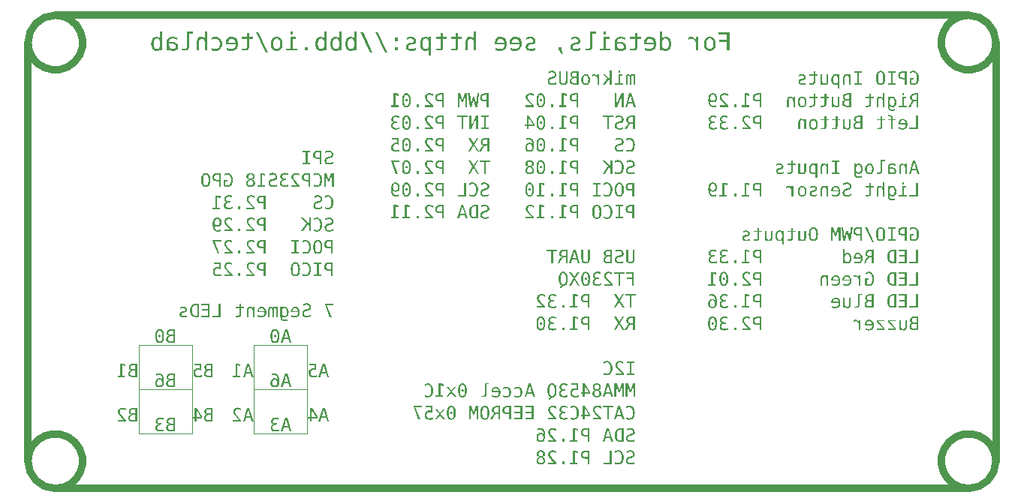
<source format=gbr>
%TF.GenerationSoftware,KiCad,Pcbnew,9.0.2*%
%TF.CreationDate,2025-06-01T02:46:12+05:30*%
%TF.ProjectId,TechLab,54656368-4c61-4622-9e6b-696361645f70,rev?*%
%TF.SameCoordinates,Original*%
%TF.FileFunction,Legend,Bot*%
%TF.FilePolarity,Positive*%
%FSLAX46Y46*%
G04 Gerber Fmt 4.6, Leading zero omitted, Abs format (unit mm)*
G04 Created by KiCad (PCBNEW 9.0.2) date 2025-06-01 02:46:12*
%MOMM*%
%LPD*%
G01*
G04 APERTURE LIST*
%ADD10C,0.100000*%
%ADD11C,0.812800*%
%ADD12C,0.200000*%
G04 APERTURE END LIST*
D10*
X180900000Y-92900000D02*
X174900000Y-92900000D01*
D11*
X255501100Y-50673600D02*
G75*
G02*
X258581100Y-53753600I0J-3080000D01*
G01*
D10*
X161900000Y-97900000D02*
X167900000Y-97900000D01*
D11*
X149421100Y-53753600D02*
X149421100Y-101003600D01*
D10*
X174900000Y-87900000D02*
X174900000Y-97900000D01*
D11*
X152501100Y-50673600D02*
G75*
G02*
X149421100Y-53753600I0J-3080000D01*
G01*
D10*
X167900000Y-97900000D02*
X167900000Y-87900000D01*
X167900000Y-87900000D02*
X161900000Y-87900000D01*
X180900000Y-87900000D02*
X174900000Y-87900000D01*
D11*
X152501100Y-104083600D02*
X255501100Y-104083600D01*
X255501100Y-50673600D02*
X152501100Y-50673600D01*
X258581100Y-101003600D02*
G75*
G02*
X255501100Y-104083600I-3080000J0D01*
G01*
X255501100Y-104083600D02*
G75*
G02*
X258581100Y-101003600I0J3080000D01*
G01*
X149421100Y-101003600D02*
G75*
G02*
X152501100Y-104083600I3080000J0D01*
G01*
X152501100Y-104083600D02*
G75*
G02*
X149421100Y-101003600I0J3080000D01*
G01*
X258581100Y-53753600D02*
G75*
G02*
X255501100Y-50673600I-3080000J0D01*
G01*
X258581100Y-101003600D02*
X258581100Y-53753600D01*
D10*
X174900000Y-97900000D02*
X180900000Y-97900000D01*
D11*
X149421100Y-53753600D02*
G75*
G02*
X152501100Y-50673600I3080000J0D01*
G01*
D10*
X167900000Y-92900000D02*
X161900000Y-92900000D01*
X180900000Y-97900000D02*
X180900000Y-87900000D01*
X161900000Y-87900000D02*
X161900000Y-97900000D01*
D12*
G36*
X161729915Y-96522500D02*
G01*
X161276997Y-96522500D01*
X161139390Y-96514572D01*
X161028952Y-96492859D01*
X160940910Y-96459796D01*
X160871249Y-96416803D01*
X160812811Y-96359116D01*
X160770730Y-96289527D01*
X160744351Y-96205600D01*
X160734961Y-96103745D01*
X160736882Y-96083778D01*
X160942964Y-96083778D01*
X160952811Y-96176169D01*
X160979147Y-96242665D01*
X161019809Y-96289950D01*
X161075061Y-96321785D01*
X161157554Y-96343917D01*
X161276997Y-96352506D01*
X161521912Y-96352506D01*
X161521912Y-95795633D01*
X161276997Y-95795633D01*
X161164019Y-95804837D01*
X161082203Y-95829164D01*
X161023931Y-95865425D01*
X160980827Y-95917391D01*
X160953185Y-95988116D01*
X160942964Y-96083778D01*
X160736882Y-96083778D01*
X160745155Y-95997810D01*
X160774012Y-95909289D01*
X160820507Y-95834651D01*
X160883756Y-95774179D01*
X160961408Y-95731551D01*
X161056721Y-95706515D01*
X160971038Y-95684689D01*
X160905261Y-95650497D01*
X160855403Y-95604665D01*
X160819484Y-95546936D01*
X160796568Y-95474210D01*
X160788267Y-95382465D01*
X160788336Y-95381733D01*
X160997278Y-95381733D01*
X161005884Y-95464769D01*
X161028922Y-95524928D01*
X161064414Y-95568029D01*
X161112819Y-95597718D01*
X161182636Y-95617915D01*
X161281119Y-95625640D01*
X161521912Y-95625640D01*
X161521912Y-95162555D01*
X161281119Y-95162555D01*
X161180570Y-95169607D01*
X161110634Y-95187818D01*
X161063407Y-95214030D01*
X161028173Y-95253097D01*
X161005637Y-95307269D01*
X160997278Y-95381733D01*
X160788336Y-95381733D01*
X160796843Y-95291399D01*
X160821167Y-95214792D01*
X160860376Y-95149772D01*
X160915304Y-95094412D01*
X160980650Y-95052323D01*
X161060634Y-95020525D01*
X161158223Y-94999974D01*
X161276997Y-94992562D01*
X161729915Y-94992562D01*
X161729915Y-96522500D01*
G37*
G36*
X160254566Y-96346645D02*
G01*
X159551605Y-96346645D01*
X159551605Y-96522500D01*
X160480979Y-96522500D01*
X160480979Y-96346645D01*
X160145939Y-95990539D01*
X159948194Y-95772552D01*
X159856798Y-95651391D01*
X159809891Y-95570502D01*
X159782849Y-95491799D01*
X159773988Y-95412324D01*
X159783062Y-95330246D01*
X159808456Y-95264656D01*
X159849367Y-95211831D01*
X159903679Y-95172520D01*
X159971243Y-95147926D01*
X160055813Y-95139108D01*
X160149595Y-95147166D01*
X160251543Y-95172539D01*
X160354001Y-95213192D01*
X160468706Y-95273930D01*
X160468706Y-95062904D01*
X160362739Y-95019122D01*
X160261252Y-94988441D01*
X160159203Y-94969465D01*
X160059843Y-94963253D01*
X159948177Y-94971467D01*
X159852438Y-94994767D01*
X159769973Y-95031902D01*
X159698700Y-95082688D01*
X159638884Y-95146935D01*
X159596651Y-95219284D01*
X159570832Y-95301380D01*
X159561863Y-95395655D01*
X159572992Y-95492859D01*
X159607475Y-95592484D01*
X159663715Y-95690654D01*
X159755578Y-95809646D01*
X159922090Y-95994202D01*
X160254566Y-96346645D01*
G37*
G36*
X161729915Y-91522500D02*
G01*
X161276997Y-91522500D01*
X161139390Y-91514572D01*
X161028952Y-91492859D01*
X160940910Y-91459796D01*
X160871249Y-91416803D01*
X160812811Y-91359116D01*
X160770730Y-91289527D01*
X160744351Y-91205600D01*
X160734961Y-91103745D01*
X160736882Y-91083778D01*
X160942964Y-91083778D01*
X160952811Y-91176169D01*
X160979147Y-91242665D01*
X161019809Y-91289950D01*
X161075061Y-91321785D01*
X161157554Y-91343917D01*
X161276997Y-91352506D01*
X161521912Y-91352506D01*
X161521912Y-90795633D01*
X161276997Y-90795633D01*
X161164019Y-90804837D01*
X161082203Y-90829164D01*
X161023931Y-90865425D01*
X160980827Y-90917391D01*
X160953185Y-90988116D01*
X160942964Y-91083778D01*
X160736882Y-91083778D01*
X160745155Y-90997810D01*
X160774012Y-90909289D01*
X160820507Y-90834651D01*
X160883756Y-90774179D01*
X160961408Y-90731551D01*
X161056721Y-90706515D01*
X160971038Y-90684689D01*
X160905261Y-90650497D01*
X160855403Y-90604665D01*
X160819484Y-90546936D01*
X160796568Y-90474210D01*
X160788267Y-90382465D01*
X160788336Y-90381733D01*
X160997278Y-90381733D01*
X161005884Y-90464769D01*
X161028922Y-90524928D01*
X161064414Y-90568029D01*
X161112819Y-90597718D01*
X161182636Y-90617915D01*
X161281119Y-90625640D01*
X161521912Y-90625640D01*
X161521912Y-90162555D01*
X161281119Y-90162555D01*
X161180570Y-90169607D01*
X161110634Y-90187818D01*
X161063407Y-90214030D01*
X161028173Y-90253097D01*
X161005637Y-90307269D01*
X160997278Y-90381733D01*
X160788336Y-90381733D01*
X160796843Y-90291399D01*
X160821167Y-90214792D01*
X160860376Y-90149772D01*
X160915304Y-90094412D01*
X160980650Y-90052323D01*
X161060634Y-90020525D01*
X161158223Y-89999974D01*
X161276997Y-89992562D01*
X161729915Y-89992562D01*
X161729915Y-91522500D01*
G37*
G36*
X160360079Y-91346645D02*
G01*
X160038319Y-91346645D01*
X160038319Y-90180141D01*
X160384717Y-90256345D01*
X160384717Y-90068766D01*
X160040426Y-89992562D01*
X159833430Y-89992562D01*
X159833430Y-91346645D01*
X159515792Y-91346645D01*
X159515792Y-91522500D01*
X160360079Y-91522500D01*
X160360079Y-91346645D01*
G37*
G36*
X165993139Y-87645000D02*
G01*
X165540221Y-87645000D01*
X165402614Y-87637072D01*
X165292176Y-87615359D01*
X165204134Y-87582296D01*
X165134473Y-87539303D01*
X165076035Y-87481616D01*
X165033954Y-87412027D01*
X165007575Y-87328100D01*
X164998185Y-87226245D01*
X165000106Y-87206278D01*
X165206188Y-87206278D01*
X165216035Y-87298669D01*
X165242371Y-87365165D01*
X165283033Y-87412450D01*
X165338285Y-87444285D01*
X165420778Y-87466417D01*
X165540221Y-87475006D01*
X165785136Y-87475006D01*
X165785136Y-86918133D01*
X165540221Y-86918133D01*
X165427243Y-86927337D01*
X165345427Y-86951664D01*
X165287155Y-86987925D01*
X165244051Y-87039891D01*
X165216409Y-87110616D01*
X165206188Y-87206278D01*
X165000106Y-87206278D01*
X165008379Y-87120310D01*
X165037236Y-87031789D01*
X165083731Y-86957151D01*
X165146980Y-86896679D01*
X165224632Y-86854051D01*
X165319945Y-86829015D01*
X165234262Y-86807189D01*
X165168485Y-86772997D01*
X165118627Y-86727165D01*
X165082708Y-86669436D01*
X165059792Y-86596710D01*
X165051491Y-86504965D01*
X165051560Y-86504233D01*
X165260502Y-86504233D01*
X165269108Y-86587269D01*
X165292146Y-86647428D01*
X165327638Y-86690529D01*
X165376043Y-86720218D01*
X165445860Y-86740415D01*
X165544343Y-86748140D01*
X165785136Y-86748140D01*
X165785136Y-86285055D01*
X165544343Y-86285055D01*
X165443794Y-86292107D01*
X165373858Y-86310318D01*
X165326631Y-86336530D01*
X165291397Y-86375597D01*
X165268861Y-86429769D01*
X165260502Y-86504233D01*
X165051560Y-86504233D01*
X165060067Y-86413899D01*
X165084391Y-86337292D01*
X165123600Y-86272272D01*
X165178528Y-86216912D01*
X165243874Y-86174823D01*
X165323858Y-86143025D01*
X165421447Y-86122474D01*
X165540221Y-86115062D01*
X165993139Y-86115062D01*
X165993139Y-87645000D01*
G37*
G36*
X164322030Y-86746602D02*
G01*
X164365657Y-86777449D01*
X164395217Y-86822290D01*
X164405041Y-86874719D01*
X164395242Y-86929485D01*
X164366665Y-86972996D01*
X164323755Y-87002069D01*
X164270769Y-87011922D01*
X164216727Y-87001872D01*
X164171942Y-86971988D01*
X164141601Y-86927756D01*
X164131459Y-86874719D01*
X164141641Y-86822417D01*
X164172492Y-86777449D01*
X164217601Y-86746645D01*
X164270769Y-86736416D01*
X164322030Y-86746602D01*
G37*
G36*
X164364503Y-86094261D02*
G01*
X164447246Y-86118623D01*
X164519516Y-86158137D01*
X164583043Y-86213509D01*
X164638690Y-86286796D01*
X164688845Y-86387504D01*
X164728103Y-86515931D01*
X164754155Y-86678024D01*
X164763712Y-86880580D01*
X164754166Y-87082509D01*
X164728132Y-87244270D01*
X164688876Y-87372591D01*
X164638690Y-87473358D01*
X164583048Y-87546606D01*
X164519524Y-87601953D01*
X164447254Y-87641450D01*
X164364508Y-87665804D01*
X164268845Y-87674309D01*
X164173149Y-87665807D01*
X164090323Y-87641459D01*
X164017937Y-87601961D01*
X163954268Y-87546610D01*
X163898451Y-87473358D01*
X163848030Y-87372555D01*
X163808605Y-87244221D01*
X163782464Y-87082472D01*
X163772880Y-86880580D01*
X163980883Y-86880580D01*
X163986527Y-87046647D01*
X164001739Y-87177067D01*
X164024225Y-87277824D01*
X164052141Y-87354289D01*
X164094902Y-87425735D01*
X164144418Y-87472989D01*
X164201508Y-87500673D01*
X164268845Y-87510177D01*
X164335608Y-87500705D01*
X164392363Y-87473073D01*
X164441743Y-87425828D01*
X164484542Y-87354289D01*
X164512421Y-87277828D01*
X164534879Y-87177073D01*
X164550072Y-87046652D01*
X164555709Y-86880580D01*
X164550065Y-86713887D01*
X164534862Y-86583118D01*
X164512402Y-86482223D01*
X164484542Y-86405772D01*
X164441743Y-86334234D01*
X164392363Y-86286989D01*
X164335608Y-86259357D01*
X164268845Y-86249884D01*
X164201508Y-86259388D01*
X164144418Y-86287073D01*
X164094902Y-86334327D01*
X164052141Y-86405772D01*
X164024244Y-86482227D01*
X164001756Y-86583124D01*
X163986534Y-86713891D01*
X163980883Y-86880580D01*
X163772880Y-86880580D01*
X163782475Y-86678062D01*
X163808634Y-86515980D01*
X163848062Y-86387539D01*
X163898451Y-86286796D01*
X163954273Y-86213505D01*
X164017945Y-86158128D01*
X164090331Y-86118615D01*
X164173154Y-86094257D01*
X164268845Y-86085753D01*
X164364503Y-86094261D01*
G37*
G36*
X174862081Y-96522500D02*
G01*
X174647941Y-96522500D01*
X174537299Y-96123895D01*
X174001400Y-96123895D01*
X173888651Y-96522500D01*
X173674511Y-96522500D01*
X173846728Y-95959764D01*
X174050584Y-95959764D01*
X174487015Y-95959764D01*
X174268754Y-95175286D01*
X174050584Y-95959764D01*
X173846728Y-95959764D01*
X174142725Y-94992562D01*
X174393776Y-94992562D01*
X174862081Y-96522500D01*
G37*
G36*
X173254566Y-96346645D02*
G01*
X172551605Y-96346645D01*
X172551605Y-96522500D01*
X173480979Y-96522500D01*
X173480979Y-96346645D01*
X173145939Y-95990539D01*
X172948194Y-95772552D01*
X172856798Y-95651391D01*
X172809891Y-95570502D01*
X172782849Y-95491799D01*
X172773988Y-95412324D01*
X172783062Y-95330246D01*
X172808456Y-95264656D01*
X172849367Y-95211831D01*
X172903679Y-95172520D01*
X172971243Y-95147926D01*
X173055813Y-95139108D01*
X173149595Y-95147166D01*
X173251543Y-95172539D01*
X173354001Y-95213192D01*
X173468706Y-95273930D01*
X173468706Y-95062904D01*
X173362739Y-95019122D01*
X173261252Y-94988441D01*
X173159203Y-94969465D01*
X173059843Y-94963253D01*
X172948177Y-94971467D01*
X172852438Y-94994767D01*
X172769973Y-95031902D01*
X172698700Y-95082688D01*
X172638884Y-95146935D01*
X172596651Y-95219284D01*
X172570832Y-95301380D01*
X172561863Y-95395655D01*
X172572992Y-95492859D01*
X172607475Y-95592484D01*
X172663715Y-95690654D01*
X172755578Y-95809646D01*
X172922090Y-95994202D01*
X173254566Y-96346645D01*
G37*
G36*
X165993139Y-97645000D02*
G01*
X165540221Y-97645000D01*
X165402614Y-97637072D01*
X165292176Y-97615359D01*
X165204134Y-97582296D01*
X165134473Y-97539303D01*
X165076035Y-97481616D01*
X165033954Y-97412027D01*
X165007575Y-97328100D01*
X164998185Y-97226245D01*
X165000106Y-97206278D01*
X165206188Y-97206278D01*
X165216035Y-97298669D01*
X165242371Y-97365165D01*
X165283033Y-97412450D01*
X165338285Y-97444285D01*
X165420778Y-97466417D01*
X165540221Y-97475006D01*
X165785136Y-97475006D01*
X165785136Y-96918133D01*
X165540221Y-96918133D01*
X165427243Y-96927337D01*
X165345427Y-96951664D01*
X165287155Y-96987925D01*
X165244051Y-97039891D01*
X165216409Y-97110616D01*
X165206188Y-97206278D01*
X165000106Y-97206278D01*
X165008379Y-97120310D01*
X165037236Y-97031789D01*
X165083731Y-96957151D01*
X165146980Y-96896679D01*
X165224632Y-96854051D01*
X165319945Y-96829015D01*
X165234262Y-96807189D01*
X165168485Y-96772997D01*
X165118627Y-96727165D01*
X165082708Y-96669436D01*
X165059792Y-96596710D01*
X165051491Y-96504965D01*
X165051560Y-96504233D01*
X165260502Y-96504233D01*
X165269108Y-96587269D01*
X165292146Y-96647428D01*
X165327638Y-96690529D01*
X165376043Y-96720218D01*
X165445860Y-96740415D01*
X165544343Y-96748140D01*
X165785136Y-96748140D01*
X165785136Y-96285055D01*
X165544343Y-96285055D01*
X165443794Y-96292107D01*
X165373858Y-96310318D01*
X165326631Y-96336530D01*
X165291397Y-96375597D01*
X165268861Y-96429769D01*
X165260502Y-96504233D01*
X165051560Y-96504233D01*
X165060067Y-96413899D01*
X165084391Y-96337292D01*
X165123600Y-96272272D01*
X165178528Y-96216912D01*
X165243874Y-96174823D01*
X165323858Y-96143025D01*
X165421447Y-96122474D01*
X165540221Y-96115062D01*
X165993139Y-96115062D01*
X165993139Y-97645000D01*
G37*
G36*
X164104806Y-96826267D02*
G01*
X164009305Y-96861211D01*
X163933582Y-96908560D01*
X163874363Y-96968142D01*
X163830791Y-97039809D01*
X163803867Y-97123638D01*
X163794404Y-97222673D01*
X163803937Y-97325912D01*
X163831076Y-97413688D01*
X163874928Y-97489016D01*
X163936370Y-97553958D01*
X164009901Y-97604326D01*
X164097906Y-97641825D01*
X164203208Y-97665757D01*
X164329296Y-97674309D01*
X164435133Y-97669473D01*
X164544443Y-97654708D01*
X164652991Y-97630818D01*
X164759590Y-97598105D01*
X164759590Y-97392941D01*
X164654408Y-97439960D01*
X164553694Y-97472350D01*
X164451952Y-97491994D01*
X164351735Y-97498454D01*
X164240727Y-97488766D01*
X164155567Y-97462435D01*
X164090518Y-97421884D01*
X164051475Y-97380557D01*
X164023264Y-97331209D01*
X164005576Y-97272211D01*
X163999293Y-97201241D01*
X164009931Y-97116965D01*
X164040260Y-97047881D01*
X164090518Y-96990398D01*
X164155450Y-96948404D01*
X164236331Y-96921838D01*
X164337447Y-96912271D01*
X164495259Y-96912271D01*
X164495259Y-96742278D01*
X164337447Y-96742278D01*
X164244344Y-96734430D01*
X164171696Y-96712975D01*
X164115156Y-96679813D01*
X164071058Y-96633121D01*
X164044526Y-96576114D01*
X164035197Y-96505515D01*
X164044136Y-96430334D01*
X164069086Y-96371304D01*
X164109477Y-96324623D01*
X164162524Y-96291177D01*
X164231540Y-96269544D01*
X164321052Y-96261608D01*
X164412803Y-96266628D01*
X164509638Y-96282124D01*
X164607477Y-96307224D01*
X164713520Y-96343674D01*
X164713520Y-96150233D01*
X164492694Y-96101873D01*
X164398309Y-96089499D01*
X164321052Y-96085753D01*
X164209429Y-96093581D01*
X164114430Y-96115686D01*
X164033327Y-96150698D01*
X163963939Y-96198227D01*
X163905434Y-96259050D01*
X163864191Y-96327834D01*
X163838982Y-96406187D01*
X163830216Y-96496539D01*
X163838473Y-96578255D01*
X163862051Y-96647620D01*
X163900466Y-96707199D01*
X163952141Y-96756187D01*
X164019188Y-96796021D01*
X164104806Y-96826267D01*
G37*
G36*
X179125305Y-92645000D02*
G01*
X178911165Y-92645000D01*
X178800523Y-92246395D01*
X178264624Y-92246395D01*
X178151875Y-92645000D01*
X177937735Y-92645000D01*
X178109952Y-92082264D01*
X178313808Y-92082264D01*
X178750239Y-92082264D01*
X178531978Y-91297786D01*
X178313808Y-92082264D01*
X178109952Y-92082264D01*
X178405949Y-91115062D01*
X178657000Y-91115062D01*
X179125305Y-92645000D01*
G37*
G36*
X177294806Y-91094598D02*
G01*
X177391734Y-91119833D01*
X177476144Y-91160394D01*
X177550026Y-91216445D01*
X177614602Y-91289360D01*
X177664351Y-91370343D01*
X177705213Y-91467159D01*
X177736388Y-91582401D01*
X177756512Y-91719083D01*
X177763712Y-91880580D01*
X177753936Y-92094233D01*
X177727649Y-92260254D01*
X177688692Y-92387341D01*
X177639789Y-92483066D01*
X177585267Y-92551128D01*
X177520712Y-92603591D01*
X177444812Y-92641806D01*
X177355343Y-92665810D01*
X177249337Y-92674309D01*
X177137418Y-92664892D01*
X177043642Y-92638338D01*
X176964624Y-92596034D01*
X176897902Y-92537746D01*
X176845492Y-92466397D01*
X176806585Y-92380497D01*
X176781762Y-92277128D01*
X176772880Y-92152606D01*
X176976762Y-92152606D01*
X176985816Y-92268810D01*
X177010033Y-92355640D01*
X177046462Y-92419777D01*
X177084537Y-92458539D01*
X177130519Y-92486449D01*
X177186028Y-92503947D01*
X177253458Y-92510177D01*
X177317751Y-92503888D01*
X177372695Y-92485902D01*
X177420186Y-92456621D01*
X177461461Y-92415198D01*
X177501848Y-92347810D01*
X177527832Y-92261934D01*
X177537299Y-92152606D01*
X177527830Y-92043278D01*
X177501844Y-91957437D01*
X177461461Y-91890106D01*
X177420180Y-91848637D01*
X177372687Y-91819329D01*
X177317745Y-91801329D01*
X177253458Y-91795034D01*
X177185995Y-91801240D01*
X177130476Y-91818662D01*
X177084507Y-91846435D01*
X177046462Y-91884977D01*
X177010088Y-91948788D01*
X176985846Y-92035702D01*
X176976762Y-92152606D01*
X176772880Y-92152606D01*
X176781569Y-92027212D01*
X176805790Y-91923535D01*
X176843614Y-91837805D01*
X176894330Y-91767008D01*
X176959316Y-91708827D01*
X177036332Y-91666689D01*
X177127794Y-91640270D01*
X177237063Y-91630903D01*
X177310536Y-91637276D01*
X177376651Y-91655816D01*
X177436823Y-91686316D01*
X177489958Y-91727860D01*
X177535271Y-91780309D01*
X177573111Y-91845135D01*
X177565448Y-91697515D01*
X177544486Y-91578875D01*
X177512704Y-91484293D01*
X177471720Y-91409528D01*
X177415230Y-91344995D01*
X177348276Y-91299515D01*
X177268820Y-91271486D01*
X177173499Y-91261608D01*
X177095674Y-91266564D01*
X177021824Y-91281209D01*
X176951048Y-91305151D01*
X176884529Y-91337812D01*
X176884529Y-91144371D01*
X176956387Y-91119406D01*
X177031075Y-91100957D01*
X177107091Y-91089536D01*
X177182750Y-91085753D01*
X177294806Y-91094598D01*
G37*
G36*
X183857575Y-83215062D02*
G01*
X182894404Y-83215062D01*
X182894404Y-83303173D01*
X183441569Y-84745000D01*
X183657724Y-84745000D01*
X183124938Y-83390917D01*
X183857575Y-83390917D01*
X183857575Y-83215062D01*
G37*
G36*
X180436557Y-83267819D02*
G01*
X180436557Y-83478845D01*
X180532329Y-83424659D01*
X180625601Y-83386796D01*
X180721187Y-83363444D01*
X180816752Y-83355746D01*
X180912272Y-83364172D01*
X180988113Y-83387425D01*
X181048386Y-83423798D01*
X181095499Y-83474229D01*
X181123594Y-83534340D01*
X181133382Y-83607255D01*
X181126488Y-83672437D01*
X181107516Y-83722763D01*
X181077512Y-83761678D01*
X181036589Y-83791248D01*
X180970149Y-83821213D01*
X180868959Y-83850613D01*
X180760332Y-83875068D01*
X180651958Y-83906661D01*
X180565896Y-83944070D01*
X180498521Y-83986343D01*
X180446816Y-84033062D01*
X180405187Y-84089340D01*
X180374605Y-84155593D01*
X180355296Y-84233741D01*
X180348447Y-84326245D01*
X180357821Y-84434030D01*
X180384151Y-84523281D01*
X180426008Y-84597576D01*
X180483727Y-84659453D01*
X180553604Y-84706846D01*
X180640029Y-84742682D01*
X180746480Y-84765905D01*
X180877202Y-84774309D01*
X180984578Y-84768493D01*
X181093357Y-84750861D01*
X181201295Y-84721855D01*
X181311618Y-84680519D01*
X181311618Y-84457770D01*
X181193541Y-84525189D01*
X181088777Y-84568961D01*
X180982848Y-84595562D01*
X180877202Y-84604316D01*
X180774812Y-84595503D01*
X180695138Y-84571418D01*
X180633295Y-84534157D01*
X180585421Y-84481973D01*
X180556429Y-84417853D01*
X180546192Y-84338060D01*
X180553657Y-84263866D01*
X180574108Y-84206805D01*
X180606184Y-84162938D01*
X180650104Y-84129158D01*
X180717112Y-84097652D01*
X180814645Y-84069699D01*
X180925379Y-84044236D01*
X181064345Y-84002938D01*
X181164713Y-83953877D01*
X181234865Y-83898790D01*
X181276070Y-83847382D01*
X181305925Y-83787845D01*
X181324564Y-83718608D01*
X181331127Y-83637572D01*
X181321969Y-83537358D01*
X181295742Y-83450855D01*
X181253143Y-83375420D01*
X181193283Y-83309218D01*
X181121269Y-83256696D01*
X181037762Y-83218323D01*
X180940600Y-83194246D01*
X180827010Y-83185753D01*
X180737935Y-83190729D01*
X180641538Y-83206270D01*
X180543564Y-83231331D01*
X180436557Y-83267819D01*
G37*
G36*
X179663631Y-83577712D02*
G01*
X179767364Y-83609015D01*
X179857661Y-83659802D01*
X179936745Y-83731086D01*
X179999407Y-83816880D01*
X180045274Y-83916811D01*
X180074109Y-84033556D01*
X180084298Y-84170540D01*
X180073777Y-84311326D01*
X180044177Y-84429649D01*
X179997374Y-84529415D01*
X179933722Y-84613658D01*
X179870634Y-84670119D01*
X179798764Y-84714368D01*
X179716851Y-84746831D01*
X179623167Y-84767171D01*
X179515609Y-84774309D01*
X179421816Y-84768937D01*
X179322535Y-84752327D01*
X179222383Y-84725387D01*
X179114990Y-84686381D01*
X179114990Y-84498803D01*
X179226192Y-84551639D01*
X179325008Y-84587005D01*
X179422841Y-84609010D01*
X179513594Y-84616039D01*
X179601947Y-84608822D01*
X179675751Y-84588516D01*
X179737687Y-84556284D01*
X179789741Y-84512083D01*
X179830803Y-84457641D01*
X179861228Y-84392049D01*
X179880621Y-84313059D01*
X179887561Y-84217801D01*
X179887561Y-84211573D01*
X179070843Y-84211573D01*
X179070843Y-84119982D01*
X179074652Y-84065027D01*
X179259429Y-84065027D01*
X179880416Y-84066035D01*
X179860266Y-83962813D01*
X179825069Y-83880638D01*
X179775911Y-83815442D01*
X179712319Y-83765510D01*
X179638551Y-83735474D01*
X179551513Y-83725041D01*
X179462528Y-83735517D01*
X179392812Y-83764713D01*
X179337831Y-83811870D01*
X179298217Y-83873948D01*
X179271304Y-83956404D01*
X179259429Y-84065027D01*
X179074652Y-84065027D01*
X179079754Y-83991422D01*
X179104788Y-83883236D01*
X179144205Y-83792023D01*
X179197422Y-83715058D01*
X179265630Y-83650809D01*
X179344442Y-83605006D01*
X179435962Y-83576701D01*
X179543270Y-83566772D01*
X179663631Y-83577712D01*
G37*
G36*
X178477062Y-83577119D02*
G01*
X178561059Y-83607032D01*
X178635208Y-83656514D01*
X178701181Y-83727789D01*
X178751314Y-83810308D01*
X178788733Y-83907824D01*
X178812583Y-84023079D01*
X178821074Y-84159366D01*
X178812597Y-84295043D01*
X178788770Y-84409960D01*
X178751354Y-84507358D01*
X178701181Y-84589936D01*
X178635214Y-84661166D01*
X178561067Y-84710620D01*
X178477068Y-84740519D01*
X178380430Y-84750861D01*
X178307284Y-84745193D01*
X178244728Y-84729110D01*
X178190928Y-84703417D01*
X178143668Y-84667219D01*
X178102736Y-84619614D01*
X178067921Y-84558795D01*
X178067921Y-84687755D01*
X178067921Y-84695998D01*
X178077219Y-84815286D01*
X178101622Y-84900651D01*
X178137622Y-84960513D01*
X178175135Y-84995272D01*
X178222968Y-85021145D01*
X178283494Y-85037865D01*
X178359913Y-85043953D01*
X178429841Y-85038520D01*
X178510580Y-85020963D01*
X178593934Y-84993060D01*
X178692938Y-84950163D01*
X178692938Y-85137742D01*
X178607542Y-85163147D01*
X178522945Y-85181431D01*
X178438589Y-85192724D01*
X178359913Y-85196360D01*
X178242154Y-85186871D01*
X178145645Y-85160407D01*
X178066367Y-85118794D01*
X178001334Y-85062179D01*
X177950865Y-84992369D01*
X177912875Y-84905919D01*
X177888312Y-84799287D01*
X177879426Y-84668063D01*
X177879426Y-84157809D01*
X178067921Y-84157809D01*
X178076995Y-84297785D01*
X178101179Y-84402964D01*
X178137072Y-84480851D01*
X178176254Y-84530522D01*
X178221604Y-84564730D01*
X178274257Y-84585399D01*
X178336374Y-84592592D01*
X178403470Y-84585286D01*
X178459894Y-84564430D01*
X178507976Y-84530277D01*
X178549049Y-84481309D01*
X178587144Y-84403434D01*
X178612729Y-84298163D01*
X178622322Y-84157809D01*
X178612770Y-84017334D01*
X178587349Y-83912462D01*
X178549598Y-83835317D01*
X178508801Y-83786797D01*
X178461061Y-83752951D01*
X178405057Y-83732282D01*
X178338481Y-83725041D01*
X178275142Y-83732210D01*
X178221781Y-83752730D01*
X178176161Y-83786519D01*
X178137072Y-83835317D01*
X178101271Y-83912181D01*
X178077045Y-84017046D01*
X178067921Y-84157809D01*
X177879426Y-84157809D01*
X177879426Y-83601943D01*
X178067921Y-83601943D01*
X178067921Y-83745558D01*
X178104347Y-83688460D01*
X178145936Y-83643974D01*
X178192943Y-83610461D01*
X178245854Y-83586882D01*
X178307748Y-83572027D01*
X178380430Y-83566772D01*
X178477062Y-83577119D01*
G37*
G36*
X176991176Y-83711852D02*
G01*
X176950273Y-83645751D01*
X176902608Y-83602309D01*
X176844574Y-83576022D01*
X176772915Y-83566772D01*
X176706144Y-83574114D01*
X176653213Y-83594586D01*
X176610981Y-83627447D01*
X176577734Y-83674117D01*
X176550173Y-83749758D01*
X176529331Y-83877410D01*
X176520856Y-84078400D01*
X176520856Y-84745000D01*
X176693047Y-84745000D01*
X176693047Y-84086643D01*
X176697542Y-83919186D01*
X176707904Y-83827513D01*
X176720250Y-83784118D01*
X176743127Y-83751441D01*
X176775039Y-83732023D01*
X176819077Y-83725041D01*
X176869774Y-83732664D01*
X176905905Y-83753602D01*
X176931276Y-83788239D01*
X176945222Y-83834059D01*
X176956629Y-83925503D01*
X176961501Y-84086643D01*
X176961501Y-84745000D01*
X177133600Y-84745000D01*
X177133600Y-84086643D01*
X177138466Y-83916885D01*
X177149619Y-83825158D01*
X177162818Y-83782561D01*
X177186940Y-83751068D01*
X177220817Y-83731980D01*
X177267873Y-83725041D01*
X177313674Y-83732435D01*
X177347304Y-83753140D01*
X177371829Y-83788239D01*
X177385303Y-83834022D01*
X177396334Y-83925470D01*
X177401046Y-84086643D01*
X177401046Y-84745000D01*
X177572230Y-84745000D01*
X177572230Y-83596081D01*
X177401046Y-83596081D01*
X177401046Y-83693534D01*
X177362182Y-83638138D01*
X177316508Y-83599287D01*
X177262803Y-83575041D01*
X177201195Y-83566772D01*
X177128131Y-83576261D01*
X177071593Y-83602767D01*
X177026743Y-83646519D01*
X176991176Y-83711852D01*
G37*
G36*
X175873959Y-83577712D02*
G01*
X175977692Y-83609015D01*
X176067989Y-83659802D01*
X176147073Y-83731086D01*
X176209735Y-83816880D01*
X176255602Y-83916811D01*
X176284437Y-84033556D01*
X176294626Y-84170540D01*
X176284105Y-84311326D01*
X176254505Y-84429649D01*
X176207702Y-84529415D01*
X176144050Y-84613658D01*
X176080962Y-84670119D01*
X176009092Y-84714368D01*
X175927179Y-84746831D01*
X175833495Y-84767171D01*
X175725937Y-84774309D01*
X175632144Y-84768937D01*
X175532863Y-84752327D01*
X175432711Y-84725387D01*
X175325318Y-84686381D01*
X175325318Y-84498803D01*
X175436520Y-84551639D01*
X175535336Y-84587005D01*
X175633169Y-84609010D01*
X175723922Y-84616039D01*
X175812275Y-84608822D01*
X175886079Y-84588516D01*
X175948015Y-84556284D01*
X176000069Y-84512083D01*
X176041131Y-84457641D01*
X176071556Y-84392049D01*
X176090949Y-84313059D01*
X176097889Y-84217801D01*
X176097889Y-84211573D01*
X175281171Y-84211573D01*
X175281171Y-84119982D01*
X175284980Y-84065027D01*
X175469757Y-84065027D01*
X176090744Y-84066035D01*
X176070594Y-83962813D01*
X176035397Y-83880638D01*
X175986239Y-83815442D01*
X175922647Y-83765510D01*
X175848879Y-83735474D01*
X175761841Y-83725041D01*
X175672856Y-83735517D01*
X175603140Y-83764713D01*
X175548159Y-83811870D01*
X175508545Y-83873948D01*
X175481632Y-83956404D01*
X175469757Y-84065027D01*
X175284980Y-84065027D01*
X175290082Y-83991422D01*
X175315116Y-83883236D01*
X175354533Y-83792023D01*
X175407750Y-83715058D01*
X175475958Y-83650809D01*
X175554770Y-83605006D01*
X175646290Y-83576701D01*
X175753598Y-83566772D01*
X175873959Y-83577712D01*
G37*
G36*
X174080504Y-84031963D02*
G01*
X174080504Y-84745000D01*
X174270097Y-84745000D01*
X174270097Y-84031963D01*
X174277387Y-83929319D01*
X174296479Y-83855644D01*
X174324411Y-83803901D01*
X174365728Y-83764481D01*
X174420894Y-83739870D01*
X174494495Y-83730903D01*
X174558879Y-83737215D01*
X174612968Y-83755136D01*
X174658863Y-83784124D01*
X174697919Y-83824967D01*
X174735344Y-83891423D01*
X174759964Y-83979302D01*
X174769085Y-84094611D01*
X174769085Y-84745000D01*
X174957580Y-84745000D01*
X174957580Y-83596081D01*
X174769085Y-83596081D01*
X174769085Y-83766898D01*
X174730814Y-83705423D01*
X174685519Y-83656129D01*
X174632798Y-83617605D01*
X174573470Y-83589926D01*
X174506062Y-83572764D01*
X174428916Y-83566772D01*
X174342851Y-83574774D01*
X174272487Y-83597188D01*
X174214634Y-83632860D01*
X174167149Y-83682360D01*
X174132172Y-83741129D01*
X174105038Y-83816400D01*
X174087090Y-83911887D01*
X174080504Y-84031963D01*
G37*
G36*
X173265068Y-83267819D02*
G01*
X173265068Y-83596081D01*
X172836697Y-83596081D01*
X172836697Y-83742627D01*
X173265068Y-83742627D01*
X173265068Y-84365263D01*
X173258427Y-84448949D01*
X173241410Y-84505488D01*
X173216892Y-84542400D01*
X173181131Y-84568199D01*
X173127366Y-84585792D01*
X173048822Y-84592592D01*
X172836697Y-84592592D01*
X172836697Y-84745000D01*
X173067323Y-84745000D01*
X173176371Y-84738293D01*
X173259114Y-84720354D01*
X173320999Y-84693694D01*
X173366460Y-84659637D01*
X173401330Y-84614792D01*
X173428509Y-84553844D01*
X173446750Y-84472460D01*
X173453563Y-84365263D01*
X173453563Y-83742627D01*
X173759935Y-83742627D01*
X173759935Y-83596081D01*
X173453563Y-83596081D01*
X173453563Y-83267819D01*
X173265068Y-83267819D01*
G37*
G36*
X171147483Y-83215062D02*
G01*
X170939480Y-83215062D01*
X170939480Y-84569145D01*
X170200614Y-84569145D01*
X170200614Y-84745000D01*
X171147483Y-84745000D01*
X171147483Y-83215062D01*
G37*
G36*
X169902669Y-83215062D02*
G01*
X168994818Y-83215062D01*
X168994818Y-83390917D01*
X169695673Y-83390917D01*
X169695673Y-83842278D01*
X169025593Y-83842278D01*
X169025593Y-84018133D01*
X169695673Y-84018133D01*
X169695673Y-84569145D01*
X168975309Y-84569145D01*
X168975309Y-84745000D01*
X169902669Y-84745000D01*
X169902669Y-83215062D01*
G37*
G36*
X168700902Y-84745000D02*
G01*
X168390409Y-84745000D01*
X168246794Y-84736216D01*
X168126793Y-84711685D01*
X168026637Y-84673455D01*
X167943174Y-84622584D01*
X167874018Y-84559070D01*
X167818776Y-84484011D01*
X167773443Y-84392076D01*
X167738735Y-84280229D01*
X167716184Y-84144797D01*
X167708055Y-83981588D01*
X167926317Y-83981588D01*
X167934878Y-84157778D01*
X167957384Y-84287645D01*
X167989897Y-84381067D01*
X168029815Y-84446413D01*
X168085803Y-84498789D01*
X168161514Y-84538720D01*
X168262141Y-84565176D01*
X168394530Y-84575006D01*
X168492899Y-84575006D01*
X168492899Y-83385055D01*
X168394530Y-83385055D01*
X168261512Y-83394917D01*
X168160660Y-83421426D01*
X168085006Y-83461385D01*
X168029265Y-83513741D01*
X167989657Y-83578987D01*
X167957308Y-83672730D01*
X167934866Y-83803554D01*
X167926317Y-83981588D01*
X167708055Y-83981588D01*
X167716196Y-83817452D01*
X167738770Y-83681353D01*
X167773496Y-83569050D01*
X167818823Y-83476835D01*
X167874018Y-83401633D01*
X167943211Y-83337872D01*
X168026697Y-83286824D01*
X168126856Y-83248474D01*
X168246837Y-83223870D01*
X168390409Y-83215062D01*
X168700902Y-83215062D01*
X168700902Y-84745000D01*
G37*
G36*
X166581119Y-83637114D02*
G01*
X166581119Y-83818831D01*
X166663267Y-83777397D01*
X166744059Y-83748489D01*
X166826753Y-83730902D01*
X166911030Y-83725041D01*
X166995999Y-83730580D01*
X167057904Y-83745144D01*
X167102089Y-83766441D01*
X167136762Y-83798431D01*
X167157663Y-83839532D01*
X167165103Y-83892745D01*
X167159336Y-83941650D01*
X167143449Y-83978867D01*
X167118025Y-84007233D01*
X167082528Y-84027424D01*
X167010666Y-84051968D01*
X166883369Y-84080873D01*
X166807532Y-84095252D01*
X166717418Y-84120599D01*
X166647860Y-84156538D01*
X166594949Y-84202231D01*
X166555610Y-84259500D01*
X166531287Y-84328116D01*
X166522684Y-84411150D01*
X166530740Y-84494329D01*
X166553712Y-84565019D01*
X166590995Y-84625738D01*
X166643584Y-84678138D01*
X166705817Y-84718130D01*
X166780836Y-84748139D01*
X166871132Y-84767401D01*
X166979723Y-84774309D01*
X167065517Y-84769680D01*
X167157959Y-84755258D01*
X167252506Y-84732161D01*
X167359826Y-84698105D01*
X167359826Y-84504665D01*
X167254346Y-84554332D01*
X167158051Y-84588196D01*
X167062512Y-84609343D01*
X166975601Y-84616039D01*
X166893571Y-84609545D01*
X166830374Y-84591930D01*
X166781978Y-84565023D01*
X166743938Y-84526606D01*
X166721235Y-84479877D01*
X166713285Y-84422141D01*
X166721151Y-84377966D01*
X166745075Y-84338519D01*
X166788558Y-84302015D01*
X166858494Y-84268484D01*
X166964336Y-84239600D01*
X166972487Y-84237493D01*
X167043196Y-84223205D01*
X167149298Y-84194622D01*
X167226461Y-84158460D01*
X167280966Y-84116227D01*
X167321500Y-84061783D01*
X167346704Y-83994552D01*
X167355704Y-83910880D01*
X167348147Y-83830188D01*
X167326735Y-83762459D01*
X167292270Y-83705119D01*
X167244055Y-83656440D01*
X167186577Y-83619399D01*
X167116154Y-83591404D01*
X167030156Y-83573303D01*
X166925409Y-83566772D01*
X166834333Y-83571233D01*
X166748181Y-83584357D01*
X166664134Y-83606256D01*
X166581119Y-83637114D01*
G37*
G36*
X179125305Y-97645000D02*
G01*
X178911165Y-97645000D01*
X178800523Y-97246395D01*
X178264624Y-97246395D01*
X178151875Y-97645000D01*
X177937735Y-97645000D01*
X178109952Y-97082264D01*
X178313808Y-97082264D01*
X178750239Y-97082264D01*
X178531978Y-96297786D01*
X178313808Y-97082264D01*
X178109952Y-97082264D01*
X178405949Y-96115062D01*
X178657000Y-96115062D01*
X179125305Y-97645000D01*
G37*
G36*
X177104806Y-96826267D02*
G01*
X177009305Y-96861211D01*
X176933582Y-96908560D01*
X176874363Y-96968142D01*
X176830791Y-97039809D01*
X176803867Y-97123638D01*
X176794404Y-97222673D01*
X176803937Y-97325912D01*
X176831076Y-97413688D01*
X176874928Y-97489016D01*
X176936370Y-97553958D01*
X177009901Y-97604326D01*
X177097906Y-97641825D01*
X177203208Y-97665757D01*
X177329296Y-97674309D01*
X177435133Y-97669473D01*
X177544443Y-97654708D01*
X177652991Y-97630818D01*
X177759590Y-97598105D01*
X177759590Y-97392941D01*
X177654408Y-97439960D01*
X177553694Y-97472350D01*
X177451952Y-97491994D01*
X177351735Y-97498454D01*
X177240727Y-97488766D01*
X177155567Y-97462435D01*
X177090518Y-97421884D01*
X177051475Y-97380557D01*
X177023264Y-97331209D01*
X177005576Y-97272211D01*
X176999293Y-97201241D01*
X177009931Y-97116965D01*
X177040260Y-97047881D01*
X177090518Y-96990398D01*
X177155450Y-96948404D01*
X177236331Y-96921838D01*
X177337447Y-96912271D01*
X177495259Y-96912271D01*
X177495259Y-96742278D01*
X177337447Y-96742278D01*
X177244344Y-96734430D01*
X177171696Y-96712975D01*
X177115156Y-96679813D01*
X177071058Y-96633121D01*
X177044526Y-96576114D01*
X177035197Y-96505515D01*
X177044136Y-96430334D01*
X177069086Y-96371304D01*
X177109477Y-96324623D01*
X177162524Y-96291177D01*
X177231540Y-96269544D01*
X177321052Y-96261608D01*
X177412803Y-96266628D01*
X177509638Y-96282124D01*
X177607477Y-96307224D01*
X177713520Y-96343674D01*
X177713520Y-96150233D01*
X177492694Y-96101873D01*
X177398309Y-96089499D01*
X177321052Y-96085753D01*
X177209429Y-96093581D01*
X177114430Y-96115686D01*
X177033327Y-96150698D01*
X176963939Y-96198227D01*
X176905434Y-96259050D01*
X176864191Y-96327834D01*
X176838982Y-96406187D01*
X176830216Y-96496539D01*
X176838473Y-96578255D01*
X176862051Y-96647620D01*
X176900466Y-96707199D01*
X176952141Y-96756187D01*
X177019188Y-96796021D01*
X177104806Y-96826267D01*
G37*
G36*
X179125305Y-87645000D02*
G01*
X178911165Y-87645000D01*
X178800523Y-87246395D01*
X178264624Y-87246395D01*
X178151875Y-87645000D01*
X177937735Y-87645000D01*
X178109952Y-87082264D01*
X178313808Y-87082264D01*
X178750239Y-87082264D01*
X178531978Y-86297786D01*
X178313808Y-87082264D01*
X178109952Y-87082264D01*
X178405949Y-86115062D01*
X178657000Y-86115062D01*
X179125305Y-87645000D01*
G37*
G36*
X177322030Y-86746602D02*
G01*
X177365657Y-86777449D01*
X177395217Y-86822290D01*
X177405041Y-86874719D01*
X177395242Y-86929485D01*
X177366665Y-86972996D01*
X177323755Y-87002069D01*
X177270769Y-87011922D01*
X177216727Y-87001872D01*
X177171942Y-86971988D01*
X177141601Y-86927756D01*
X177131459Y-86874719D01*
X177141641Y-86822417D01*
X177172492Y-86777449D01*
X177217601Y-86746645D01*
X177270769Y-86736416D01*
X177322030Y-86746602D01*
G37*
G36*
X177364503Y-86094261D02*
G01*
X177447246Y-86118623D01*
X177519516Y-86158137D01*
X177583043Y-86213509D01*
X177638690Y-86286796D01*
X177688845Y-86387504D01*
X177728103Y-86515931D01*
X177754155Y-86678024D01*
X177763712Y-86880580D01*
X177754166Y-87082509D01*
X177728132Y-87244270D01*
X177688876Y-87372591D01*
X177638690Y-87473358D01*
X177583048Y-87546606D01*
X177519524Y-87601953D01*
X177447254Y-87641450D01*
X177364508Y-87665804D01*
X177268845Y-87674309D01*
X177173149Y-87665807D01*
X177090323Y-87641459D01*
X177017937Y-87601961D01*
X176954268Y-87546610D01*
X176898451Y-87473358D01*
X176848030Y-87372555D01*
X176808605Y-87244221D01*
X176782464Y-87082472D01*
X176772880Y-86880580D01*
X176980883Y-86880580D01*
X176986527Y-87046647D01*
X177001739Y-87177067D01*
X177024225Y-87277824D01*
X177052141Y-87354289D01*
X177094902Y-87425735D01*
X177144418Y-87472989D01*
X177201508Y-87500673D01*
X177268845Y-87510177D01*
X177335608Y-87500705D01*
X177392363Y-87473073D01*
X177441743Y-87425828D01*
X177484542Y-87354289D01*
X177512421Y-87277828D01*
X177534879Y-87177073D01*
X177550072Y-87046652D01*
X177555709Y-86880580D01*
X177550065Y-86713887D01*
X177534862Y-86583118D01*
X177512402Y-86482223D01*
X177484542Y-86405772D01*
X177441743Y-86334234D01*
X177392363Y-86286989D01*
X177335608Y-86259357D01*
X177268845Y-86249884D01*
X177201508Y-86259388D01*
X177144418Y-86287073D01*
X177094902Y-86334327D01*
X177052141Y-86405772D01*
X177024244Y-86482227D01*
X177001756Y-86583124D01*
X176986534Y-86713891D01*
X176980883Y-86880580D01*
X176772880Y-86880580D01*
X176782475Y-86678062D01*
X176808634Y-86515980D01*
X176848062Y-86387539D01*
X176898451Y-86286796D01*
X176954273Y-86213505D01*
X177017945Y-86158128D01*
X177090331Y-86118615D01*
X177173154Y-86094257D01*
X177268845Y-86085753D01*
X177364503Y-86094261D01*
G37*
G36*
X183388529Y-96522500D02*
G01*
X183174389Y-96522500D01*
X183063747Y-96123895D01*
X182527848Y-96123895D01*
X182415099Y-96522500D01*
X182200959Y-96522500D01*
X182373176Y-95959764D01*
X182577032Y-95959764D01*
X183013463Y-95959764D01*
X182795202Y-95175286D01*
X182577032Y-95959764D01*
X182373176Y-95959764D01*
X182669173Y-94992562D01*
X182920224Y-94992562D01*
X183388529Y-96522500D01*
G37*
G36*
X182058718Y-95963153D02*
G01*
X182058718Y-96159066D01*
X181410070Y-96159066D01*
X181410070Y-96522500D01*
X181204082Y-96522500D01*
X181204082Y-96159066D01*
X181000200Y-96159066D01*
X181000200Y-95989073D01*
X181204082Y-95989073D01*
X181410070Y-95989073D01*
X181892663Y-95989073D01*
X181410070Y-95180965D01*
X181410070Y-95989073D01*
X181204082Y-95989073D01*
X181204082Y-94992562D01*
X181443867Y-94992562D01*
X182058718Y-95963153D01*
G37*
G36*
X217307296Y-57466852D02*
G01*
X217266393Y-57400751D01*
X217218728Y-57357309D01*
X217160694Y-57331022D01*
X217089035Y-57321772D01*
X217022264Y-57329114D01*
X216969333Y-57349586D01*
X216927101Y-57382447D01*
X216893854Y-57429117D01*
X216866293Y-57504758D01*
X216845451Y-57632410D01*
X216836976Y-57833400D01*
X216836976Y-58500000D01*
X217009167Y-58500000D01*
X217009167Y-57841643D01*
X217013662Y-57674186D01*
X217024024Y-57582513D01*
X217036370Y-57539118D01*
X217059247Y-57506441D01*
X217091159Y-57487023D01*
X217135197Y-57480041D01*
X217185894Y-57487664D01*
X217222025Y-57508602D01*
X217247396Y-57543239D01*
X217261342Y-57589059D01*
X217272749Y-57680503D01*
X217277621Y-57841643D01*
X217277621Y-58500000D01*
X217449720Y-58500000D01*
X217449720Y-57841643D01*
X217454586Y-57671885D01*
X217465739Y-57580158D01*
X217478938Y-57537561D01*
X217503060Y-57506068D01*
X217536937Y-57486980D01*
X217583993Y-57480041D01*
X217629794Y-57487435D01*
X217663424Y-57508140D01*
X217687949Y-57543239D01*
X217701423Y-57589022D01*
X217712454Y-57680470D01*
X217717166Y-57841643D01*
X217717166Y-58500000D01*
X217888350Y-58500000D01*
X217888350Y-57351081D01*
X217717166Y-57351081D01*
X217717166Y-57448534D01*
X217678302Y-57393138D01*
X217632628Y-57354287D01*
X217578923Y-57330041D01*
X217517315Y-57321772D01*
X217444251Y-57331261D01*
X217387713Y-57357767D01*
X217342863Y-57401519D01*
X217307296Y-57466852D01*
G37*
G36*
X216474459Y-57351081D02*
G01*
X215991865Y-57351081D01*
X215991865Y-58353454D01*
X215617807Y-58353454D01*
X215617807Y-58500000D01*
X216554418Y-58500000D01*
X216554418Y-58353454D01*
X216180360Y-58353454D01*
X216180360Y-57497627D01*
X216474459Y-57497627D01*
X216474459Y-57351081D01*
G37*
G36*
X216180360Y-56905582D02*
G01*
X215991865Y-56905582D01*
X215991865Y-57145917D01*
X216180360Y-57145917D01*
X216180360Y-56905582D01*
G37*
G36*
X215231751Y-56905582D02*
G01*
X215037028Y-56905582D01*
X215037028Y-57828087D01*
X214542162Y-57351081D01*
X214312635Y-57351081D01*
X214764453Y-57783941D01*
X214241926Y-58500000D01*
X214472461Y-58500000D01*
X214896619Y-57907039D01*
X215037028Y-58039388D01*
X215037028Y-58500000D01*
X215231751Y-58500000D01*
X215231751Y-56905582D01*
G37*
G36*
X213026788Y-57585554D02*
G01*
X213088841Y-57545243D01*
X213149795Y-57518601D01*
X213214271Y-57503037D01*
X213287090Y-57497627D01*
X213373979Y-57505255D01*
X213446087Y-57526710D01*
X213506272Y-57560878D01*
X213556550Y-57608086D01*
X213595082Y-57665121D01*
X213624172Y-57735369D01*
X213642991Y-57821577D01*
X213649790Y-57927097D01*
X213649790Y-58500000D01*
X213839384Y-58500000D01*
X213839384Y-57351081D01*
X213649790Y-57351081D01*
X213649790Y-57573556D01*
X213611804Y-57497206D01*
X213563611Y-57435612D01*
X213504801Y-57386802D01*
X213436942Y-57351231D01*
X213360250Y-57329371D01*
X213272710Y-57321772D01*
X213204491Y-57326164D01*
X213142559Y-57338900D01*
X213083749Y-57360557D01*
X213026788Y-57392114D01*
X213026788Y-57585554D01*
G37*
G36*
X212433223Y-57332413D02*
G01*
X212530748Y-57362394D01*
X212612333Y-57410307D01*
X212680665Y-57476836D01*
X212732559Y-57556630D01*
X212771913Y-57655263D01*
X212797451Y-57776655D01*
X212806694Y-57925540D01*
X212797429Y-58075063D01*
X212771858Y-58196699D01*
X212732502Y-58295276D01*
X212680665Y-58374795D01*
X212612369Y-58441060D01*
X212530798Y-58488809D01*
X212433261Y-58518698D01*
X212315858Y-58529309D01*
X212197907Y-58518681D01*
X212100047Y-58488764D01*
X212018335Y-58441011D01*
X211950043Y-58374795D01*
X211898206Y-58295276D01*
X211858850Y-58196699D01*
X211833279Y-58075063D01*
X211824014Y-57925540D01*
X212023866Y-57925540D01*
X212033601Y-58070991D01*
X212059446Y-58179072D01*
X212097688Y-58258107D01*
X212139073Y-58307603D01*
X212188096Y-58342274D01*
X212246217Y-58363553D01*
X212315949Y-58371039D01*
X212385092Y-58363576D01*
X212442878Y-58342336D01*
X212491775Y-58307670D01*
X212533203Y-58258107D01*
X212571396Y-58179079D01*
X212597209Y-58070999D01*
X212606934Y-57925540D01*
X212597183Y-57779373D01*
X212571346Y-57671212D01*
X212533203Y-57592515D01*
X212491804Y-57543180D01*
X212442920Y-57508650D01*
X212385123Y-57487481D01*
X212315949Y-57480041D01*
X212246185Y-57487505D01*
X212188055Y-57508712D01*
X212139044Y-57543247D01*
X212097688Y-57592515D01*
X212059495Y-57671220D01*
X212033628Y-57779381D01*
X212023866Y-57925540D01*
X211824014Y-57925540D01*
X211833293Y-57776694D01*
X211858932Y-57655314D01*
X211898454Y-57556667D01*
X211950593Y-57476836D01*
X212019140Y-57410293D01*
X212100885Y-57362378D01*
X212198499Y-57332406D01*
X212315858Y-57321772D01*
X212433223Y-57332413D01*
G37*
G36*
X211513795Y-58500000D02*
G01*
X211060877Y-58500000D01*
X210923270Y-58492072D01*
X210812832Y-58470359D01*
X210724790Y-58437296D01*
X210655129Y-58394303D01*
X210596691Y-58336616D01*
X210554610Y-58267027D01*
X210528231Y-58183100D01*
X210518841Y-58081245D01*
X210520762Y-58061278D01*
X210726844Y-58061278D01*
X210736691Y-58153669D01*
X210763027Y-58220165D01*
X210803689Y-58267450D01*
X210858941Y-58299285D01*
X210941434Y-58321417D01*
X211060877Y-58330006D01*
X211305792Y-58330006D01*
X211305792Y-57773133D01*
X211060877Y-57773133D01*
X210947899Y-57782337D01*
X210866083Y-57806664D01*
X210807811Y-57842925D01*
X210764707Y-57894891D01*
X210737065Y-57965616D01*
X210726844Y-58061278D01*
X210520762Y-58061278D01*
X210529035Y-57975310D01*
X210557892Y-57886789D01*
X210604387Y-57812151D01*
X210667636Y-57751679D01*
X210745288Y-57709051D01*
X210840601Y-57684015D01*
X210754917Y-57662189D01*
X210689141Y-57627997D01*
X210639283Y-57582165D01*
X210603364Y-57524436D01*
X210580448Y-57451710D01*
X210572147Y-57359965D01*
X210572216Y-57359233D01*
X210781158Y-57359233D01*
X210789764Y-57442269D01*
X210812802Y-57502428D01*
X210848294Y-57545529D01*
X210896699Y-57575218D01*
X210966516Y-57595415D01*
X211064999Y-57603140D01*
X211305792Y-57603140D01*
X211305792Y-57140055D01*
X211064999Y-57140055D01*
X210964450Y-57147107D01*
X210894514Y-57165318D01*
X210847287Y-57191530D01*
X210812053Y-57230597D01*
X210789517Y-57284769D01*
X210781158Y-57359233D01*
X210572216Y-57359233D01*
X210580723Y-57268899D01*
X210605047Y-57192292D01*
X210644256Y-57127272D01*
X210699184Y-57071912D01*
X210764530Y-57029823D01*
X210844514Y-56998025D01*
X210942103Y-56977474D01*
X211060877Y-56970062D01*
X211513795Y-56970062D01*
X211513795Y-58500000D01*
G37*
G36*
X210269988Y-57911252D02*
G01*
X210269988Y-56970062D01*
X210061985Y-56970062D01*
X210061985Y-58005316D01*
X210055848Y-58164410D01*
X210046716Y-58208743D01*
X210034324Y-58237591D01*
X209994273Y-58290490D01*
X209939528Y-58328633D01*
X209873301Y-58351165D01*
X209789410Y-58359316D01*
X209704706Y-58351125D01*
X209638834Y-58328633D01*
X209584258Y-58290564D01*
X209543488Y-58237591D01*
X209531086Y-58208876D01*
X209521964Y-58164959D01*
X209515827Y-58007423D01*
X209515827Y-56970062D01*
X209308923Y-56970062D01*
X209308923Y-57911252D01*
X209317828Y-58129398D01*
X209338141Y-58245468D01*
X209362737Y-58308465D01*
X209396299Y-58362671D01*
X209439074Y-58409233D01*
X209511411Y-58462003D01*
X209593771Y-58499542D01*
X209684213Y-58521556D01*
X209789410Y-58529309D01*
X209893801Y-58521573D01*
X209984132Y-58499542D01*
X210066667Y-58462048D01*
X210139837Y-58409233D01*
X210181886Y-58363353D01*
X210215345Y-58308875D01*
X210240313Y-58244460D01*
X210261008Y-58126923D01*
X210269988Y-57911252D01*
G37*
G36*
X208120437Y-57022819D02*
G01*
X208120437Y-57233845D01*
X208216209Y-57179659D01*
X208309481Y-57141796D01*
X208405067Y-57118444D01*
X208500632Y-57110746D01*
X208596152Y-57119172D01*
X208671993Y-57142425D01*
X208732266Y-57178798D01*
X208779379Y-57229229D01*
X208807474Y-57289340D01*
X208817262Y-57362255D01*
X208810368Y-57427437D01*
X208791396Y-57477763D01*
X208761392Y-57516678D01*
X208720469Y-57546248D01*
X208654029Y-57576213D01*
X208552839Y-57605613D01*
X208444212Y-57630068D01*
X208335838Y-57661661D01*
X208249776Y-57699070D01*
X208182401Y-57741343D01*
X208130696Y-57788062D01*
X208089067Y-57844340D01*
X208058485Y-57910593D01*
X208039176Y-57988741D01*
X208032327Y-58081245D01*
X208041701Y-58189030D01*
X208068031Y-58278281D01*
X208109888Y-58352576D01*
X208167607Y-58414453D01*
X208237484Y-58461846D01*
X208323909Y-58497682D01*
X208430360Y-58520905D01*
X208561082Y-58529309D01*
X208668458Y-58523493D01*
X208777237Y-58505861D01*
X208885175Y-58476855D01*
X208995498Y-58435519D01*
X208995498Y-58212770D01*
X208877421Y-58280189D01*
X208772657Y-58323961D01*
X208666728Y-58350562D01*
X208561082Y-58359316D01*
X208458692Y-58350503D01*
X208379018Y-58326418D01*
X208317175Y-58289157D01*
X208269301Y-58236973D01*
X208240309Y-58172853D01*
X208230072Y-58093060D01*
X208237537Y-58018866D01*
X208257988Y-57961805D01*
X208290064Y-57917938D01*
X208333984Y-57884158D01*
X208400992Y-57852652D01*
X208498525Y-57824699D01*
X208609259Y-57799236D01*
X208748225Y-57757938D01*
X208848593Y-57708877D01*
X208918745Y-57653790D01*
X208959950Y-57602382D01*
X208989805Y-57542845D01*
X209008444Y-57473608D01*
X209015007Y-57392572D01*
X209005849Y-57292358D01*
X208979622Y-57205855D01*
X208937023Y-57130420D01*
X208877163Y-57064218D01*
X208805149Y-57011696D01*
X208721642Y-56973323D01*
X208624480Y-56949246D01*
X208510890Y-56940753D01*
X208421815Y-56945729D01*
X208325418Y-56961270D01*
X208227444Y-56986331D01*
X208120437Y-57022819D01*
G37*
G36*
X217962081Y-61020000D02*
G01*
X217747941Y-61020000D01*
X217637299Y-60621395D01*
X217101400Y-60621395D01*
X216988651Y-61020000D01*
X216774511Y-61020000D01*
X216946728Y-60457264D01*
X217150584Y-60457264D01*
X217587015Y-60457264D01*
X217368754Y-59672786D01*
X217150584Y-60457264D01*
X216946728Y-60457264D01*
X217242725Y-59490062D01*
X217493776Y-59490062D01*
X217962081Y-61020000D01*
G37*
G36*
X216594351Y-59490062D02*
G01*
X216332035Y-59490062D01*
X215815553Y-60749439D01*
X215815553Y-59490062D01*
X215615792Y-59490062D01*
X215615792Y-61020000D01*
X215878109Y-61020000D01*
X216394500Y-59760622D01*
X216394500Y-61020000D01*
X216594351Y-61020000D01*
X216594351Y-59490062D01*
G37*
G36*
X211482013Y-61020000D02*
G01*
X211275017Y-61020000D01*
X211275017Y-60404508D01*
X211035232Y-60404508D01*
X210905046Y-60396010D01*
X210799666Y-60372582D01*
X210714662Y-60336501D01*
X210646427Y-60288828D01*
X210590726Y-60226793D01*
X210549912Y-60151173D01*
X210524003Y-60059118D01*
X210514719Y-59946735D01*
X210730966Y-59946735D01*
X210740680Y-60034118D01*
X210767790Y-60103421D01*
X210811383Y-60158769D01*
X210869312Y-60199494D01*
X210942486Y-60225222D01*
X211035232Y-60234515D01*
X211275017Y-60234515D01*
X211275017Y-59660055D01*
X211035232Y-59660055D01*
X210941773Y-59669335D01*
X210868501Y-59694946D01*
X210810925Y-59735343D01*
X210767624Y-59790265D01*
X210740649Y-59859332D01*
X210730966Y-59946735D01*
X210514719Y-59946735D01*
X210523989Y-59835550D01*
X210549913Y-59744088D01*
X210590860Y-59668583D01*
X210646885Y-59606291D01*
X210715430Y-59558316D01*
X210800515Y-59522069D01*
X210905669Y-59498573D01*
X211035232Y-59490062D01*
X211482013Y-59490062D01*
X211482013Y-61020000D01*
G37*
G36*
X210143959Y-60844145D02*
G01*
X209822199Y-60844145D01*
X209822199Y-59677641D01*
X210168597Y-59753845D01*
X210168597Y-59566266D01*
X209824306Y-59490062D01*
X209617310Y-59490062D01*
X209617310Y-60844145D01*
X209299672Y-60844145D01*
X209299672Y-61020000D01*
X210143959Y-61020000D01*
X210143959Y-60844145D01*
G37*
G36*
X208656337Y-60709323D02*
G01*
X208398142Y-60709323D01*
X208398142Y-61020000D01*
X208656337Y-61020000D01*
X208656337Y-60709323D01*
G37*
G36*
X207316238Y-60121602D02*
G01*
X207359865Y-60152449D01*
X207389425Y-60197290D01*
X207399249Y-60249719D01*
X207389450Y-60304485D01*
X207360873Y-60347996D01*
X207317963Y-60377069D01*
X207264977Y-60386922D01*
X207210935Y-60376872D01*
X207166150Y-60346988D01*
X207135809Y-60302756D01*
X207125667Y-60249719D01*
X207135849Y-60197417D01*
X207166700Y-60152449D01*
X207211809Y-60121645D01*
X207264977Y-60111416D01*
X207316238Y-60121602D01*
G37*
G36*
X207358711Y-59469261D02*
G01*
X207441454Y-59493623D01*
X207513724Y-59533137D01*
X207577251Y-59588509D01*
X207632898Y-59661796D01*
X207683053Y-59762504D01*
X207722311Y-59890931D01*
X207748363Y-60053024D01*
X207757920Y-60255580D01*
X207748374Y-60457509D01*
X207722340Y-60619270D01*
X207683084Y-60747591D01*
X207632898Y-60848358D01*
X207577256Y-60921606D01*
X207513732Y-60976953D01*
X207441462Y-61016450D01*
X207358716Y-61040804D01*
X207263053Y-61049309D01*
X207167356Y-61040807D01*
X207084531Y-61016459D01*
X207012145Y-60976961D01*
X206948476Y-60921610D01*
X206892659Y-60848358D01*
X206842238Y-60747555D01*
X206802813Y-60619221D01*
X206776672Y-60457472D01*
X206767088Y-60255580D01*
X206975091Y-60255580D01*
X206980735Y-60421647D01*
X206995947Y-60552067D01*
X207018433Y-60652824D01*
X207046349Y-60729289D01*
X207089109Y-60800735D01*
X207138626Y-60847989D01*
X207195716Y-60875673D01*
X207263053Y-60885177D01*
X207329816Y-60875705D01*
X207386571Y-60848073D01*
X207435951Y-60800828D01*
X207478750Y-60729289D01*
X207506629Y-60652828D01*
X207529087Y-60552073D01*
X207544279Y-60421652D01*
X207549917Y-60255580D01*
X207544273Y-60088887D01*
X207529070Y-59958118D01*
X207506610Y-59857223D01*
X207478750Y-59780772D01*
X207435951Y-59709234D01*
X207386571Y-59661989D01*
X207329816Y-59634357D01*
X207263053Y-59624884D01*
X207195716Y-59634388D01*
X207138626Y-59662073D01*
X207089109Y-59709327D01*
X207046349Y-59780772D01*
X207018452Y-59857227D01*
X206995964Y-59958124D01*
X206980742Y-60088891D01*
X206975091Y-60255580D01*
X206767088Y-60255580D01*
X206776683Y-60053062D01*
X206802842Y-59890980D01*
X206842270Y-59762539D01*
X206892659Y-59661796D01*
X206948481Y-59588505D01*
X207012153Y-59533128D01*
X207084539Y-59493615D01*
X207167362Y-59469257D01*
X207263053Y-59460753D01*
X207358711Y-59469261D01*
G37*
G36*
X206248774Y-60844145D02*
G01*
X205545812Y-60844145D01*
X205545812Y-61020000D01*
X206475187Y-61020000D01*
X206475187Y-60844145D01*
X206140147Y-60488039D01*
X205942402Y-60270052D01*
X205851006Y-60148891D01*
X205804099Y-60068002D01*
X205777057Y-59989299D01*
X205768196Y-59909824D01*
X205777270Y-59827746D01*
X205802664Y-59762156D01*
X205843575Y-59709331D01*
X205897887Y-59670020D01*
X205965451Y-59645426D01*
X206050021Y-59636608D01*
X206143803Y-59644666D01*
X206245751Y-59670039D01*
X206348209Y-59710692D01*
X206462914Y-59771430D01*
X206462914Y-59560404D01*
X206356947Y-59516622D01*
X206255460Y-59485941D01*
X206153411Y-59466965D01*
X206054051Y-59460753D01*
X205942385Y-59468967D01*
X205846646Y-59492267D01*
X205764181Y-59529402D01*
X205692908Y-59580188D01*
X205633092Y-59644435D01*
X205590859Y-59716784D01*
X205565040Y-59798880D01*
X205556071Y-59893155D01*
X205567200Y-59990359D01*
X205601683Y-60089984D01*
X205657923Y-60188154D01*
X205749786Y-60307146D01*
X205916298Y-60491702D01*
X206248774Y-60844145D01*
G37*
G36*
X201376221Y-61020000D02*
G01*
X201169225Y-61020000D01*
X201169225Y-60404508D01*
X200929439Y-60404508D01*
X200799254Y-60396010D01*
X200693874Y-60372582D01*
X200608870Y-60336501D01*
X200540635Y-60288828D01*
X200484934Y-60226793D01*
X200444120Y-60151173D01*
X200418211Y-60059118D01*
X200408927Y-59946735D01*
X200625174Y-59946735D01*
X200634888Y-60034118D01*
X200661998Y-60103421D01*
X200705591Y-60158769D01*
X200763520Y-60199494D01*
X200836694Y-60225222D01*
X200929439Y-60234515D01*
X201169225Y-60234515D01*
X201169225Y-59660055D01*
X200929439Y-59660055D01*
X200835981Y-59669335D01*
X200762709Y-59694946D01*
X200705133Y-59735343D01*
X200661832Y-59790265D01*
X200634857Y-59859332D01*
X200625174Y-59946735D01*
X200408927Y-59946735D01*
X200418197Y-59835550D01*
X200444121Y-59744088D01*
X200485068Y-59668583D01*
X200541093Y-59606291D01*
X200609638Y-59558316D01*
X200694723Y-59522069D01*
X200799877Y-59498573D01*
X200929439Y-59490062D01*
X201376221Y-59490062D01*
X201376221Y-61020000D01*
G37*
G36*
X200314863Y-59490062D02*
G01*
X200112997Y-59490062D01*
X199966451Y-60732587D01*
X199792245Y-59912114D01*
X199576090Y-59912114D01*
X199399869Y-60734602D01*
X199253323Y-59490062D01*
X199051456Y-59490062D01*
X199279976Y-61020000D01*
X199475614Y-61020000D01*
X199683618Y-60112607D01*
X199890614Y-61020000D01*
X200086344Y-61020000D01*
X200314863Y-59490062D01*
G37*
G36*
X198963529Y-59490062D02*
G01*
X198686832Y-59490062D01*
X198422500Y-60268861D01*
X198156062Y-59490062D01*
X197878358Y-59490062D01*
X197878358Y-61020000D01*
X198069966Y-61020000D01*
X198069966Y-59668390D01*
X198342541Y-60474849D01*
X198499345Y-60474849D01*
X198772928Y-59668390D01*
X198772928Y-61020000D01*
X198963529Y-61020000D01*
X198963529Y-59490062D01*
G37*
G36*
X196323325Y-61020000D02*
G01*
X196116329Y-61020000D01*
X196116329Y-60404508D01*
X195876543Y-60404508D01*
X195746358Y-60396010D01*
X195640978Y-60372582D01*
X195555974Y-60336501D01*
X195487739Y-60288828D01*
X195432038Y-60226793D01*
X195391223Y-60151173D01*
X195365315Y-60059118D01*
X195356031Y-59946735D01*
X195572278Y-59946735D01*
X195581992Y-60034118D01*
X195609102Y-60103421D01*
X195652695Y-60158769D01*
X195710624Y-60199494D01*
X195783798Y-60225222D01*
X195876543Y-60234515D01*
X196116329Y-60234515D01*
X196116329Y-59660055D01*
X195876543Y-59660055D01*
X195783085Y-59669335D01*
X195709813Y-59694946D01*
X195652237Y-59735343D01*
X195608936Y-59790265D01*
X195581961Y-59859332D01*
X195572278Y-59946735D01*
X195356031Y-59946735D01*
X195365301Y-59835550D01*
X195391225Y-59744088D01*
X195432172Y-59668583D01*
X195488197Y-59606291D01*
X195556742Y-59558316D01*
X195641827Y-59522069D01*
X195746981Y-59498573D01*
X195876543Y-59490062D01*
X196323325Y-59490062D01*
X196323325Y-61020000D01*
G37*
G36*
X194879758Y-60844145D02*
G01*
X194176796Y-60844145D01*
X194176796Y-61020000D01*
X195106171Y-61020000D01*
X195106171Y-60844145D01*
X194771131Y-60488039D01*
X194573386Y-60270052D01*
X194481990Y-60148891D01*
X194435083Y-60068002D01*
X194408041Y-59989299D01*
X194399180Y-59909824D01*
X194408254Y-59827746D01*
X194433648Y-59762156D01*
X194474559Y-59709331D01*
X194528871Y-59670020D01*
X194596435Y-59645426D01*
X194681005Y-59636608D01*
X194774787Y-59644666D01*
X194876735Y-59670039D01*
X194979193Y-59710692D01*
X195093898Y-59771430D01*
X195093898Y-59560404D01*
X194987931Y-59516622D01*
X194886444Y-59485941D01*
X194784395Y-59466965D01*
X194685035Y-59460753D01*
X194573369Y-59468967D01*
X194477629Y-59492267D01*
X194395165Y-59529402D01*
X194323892Y-59580188D01*
X194264076Y-59644435D01*
X194221843Y-59716784D01*
X194196024Y-59798880D01*
X194187055Y-59893155D01*
X194198184Y-59990359D01*
X194232667Y-60089984D01*
X194288907Y-60188154D01*
X194380770Y-60307146D01*
X194547282Y-60491702D01*
X194879758Y-60844145D01*
G37*
G36*
X193497649Y-60709323D02*
G01*
X193239453Y-60709323D01*
X193239453Y-61020000D01*
X193497649Y-61020000D01*
X193497649Y-60709323D01*
G37*
G36*
X192157550Y-60121602D02*
G01*
X192201177Y-60152449D01*
X192230737Y-60197290D01*
X192240561Y-60249719D01*
X192230762Y-60304485D01*
X192202185Y-60347996D01*
X192159275Y-60377069D01*
X192106289Y-60386922D01*
X192052247Y-60376872D01*
X192007462Y-60346988D01*
X191977121Y-60302756D01*
X191966979Y-60249719D01*
X191977161Y-60197417D01*
X192008012Y-60152449D01*
X192053121Y-60121645D01*
X192106289Y-60111416D01*
X192157550Y-60121602D01*
G37*
G36*
X192200023Y-59469261D02*
G01*
X192282766Y-59493623D01*
X192355036Y-59533137D01*
X192418563Y-59588509D01*
X192474210Y-59661796D01*
X192524365Y-59762504D01*
X192563623Y-59890931D01*
X192589675Y-60053024D01*
X192599232Y-60255580D01*
X192589686Y-60457509D01*
X192563652Y-60619270D01*
X192524396Y-60747591D01*
X192474210Y-60848358D01*
X192418568Y-60921606D01*
X192355044Y-60976953D01*
X192282774Y-61016450D01*
X192200028Y-61040804D01*
X192104365Y-61049309D01*
X192008668Y-61040807D01*
X191925843Y-61016459D01*
X191853457Y-60976961D01*
X191789788Y-60921610D01*
X191733971Y-60848358D01*
X191683550Y-60747555D01*
X191644125Y-60619221D01*
X191617984Y-60457472D01*
X191608400Y-60255580D01*
X191816403Y-60255580D01*
X191822047Y-60421647D01*
X191837259Y-60552067D01*
X191859745Y-60652824D01*
X191887661Y-60729289D01*
X191930421Y-60800735D01*
X191979938Y-60847989D01*
X192037028Y-60875673D01*
X192104365Y-60885177D01*
X192171128Y-60875705D01*
X192227883Y-60848073D01*
X192277263Y-60800828D01*
X192320062Y-60729289D01*
X192347941Y-60652828D01*
X192370399Y-60552073D01*
X192385591Y-60421652D01*
X192391229Y-60255580D01*
X192385585Y-60088887D01*
X192370382Y-59958118D01*
X192347922Y-59857223D01*
X192320062Y-59780772D01*
X192277263Y-59709234D01*
X192227883Y-59661989D01*
X192171128Y-59634357D01*
X192104365Y-59624884D01*
X192037028Y-59634388D01*
X191979938Y-59662073D01*
X191930421Y-59709327D01*
X191887661Y-59780772D01*
X191859764Y-59857227D01*
X191837276Y-59958124D01*
X191822054Y-60088891D01*
X191816403Y-60255580D01*
X191608400Y-60255580D01*
X191617995Y-60053062D01*
X191644154Y-59890980D01*
X191683581Y-59762539D01*
X191733971Y-59661796D01*
X191789793Y-59588505D01*
X191853465Y-59533128D01*
X191925851Y-59493615D01*
X192008674Y-59469257D01*
X192104365Y-59460753D01*
X192200023Y-59469261D01*
G37*
G36*
X191195599Y-60844145D02*
G01*
X190873839Y-60844145D01*
X190873839Y-59677641D01*
X191220237Y-59753845D01*
X191220237Y-59566266D01*
X190875946Y-59490062D01*
X190668950Y-59490062D01*
X190668950Y-60844145D01*
X190351312Y-60844145D01*
X190351312Y-61020000D01*
X191195599Y-61020000D01*
X191195599Y-60844145D01*
G37*
G36*
X217853454Y-63540000D02*
G01*
X217645450Y-63540000D01*
X217645450Y-62895198D01*
X217447705Y-62895198D01*
X217381556Y-62900988D01*
X217327525Y-62917158D01*
X217283208Y-62942734D01*
X217245984Y-62979351D01*
X217199403Y-63045940D01*
X217141333Y-63154767D01*
X216958884Y-63540000D01*
X216736592Y-63540000D01*
X216944596Y-63123077D01*
X217029311Y-62969535D01*
X217085005Y-62896664D01*
X217146964Y-62849112D01*
X217221201Y-62819453D01*
X217125972Y-62795679D01*
X217049835Y-62756360D01*
X216989200Y-62701850D01*
X216944328Y-62633602D01*
X216916515Y-62552090D01*
X216906677Y-62453821D01*
X216906693Y-62453638D01*
X217124938Y-62453638D01*
X217134122Y-62542593D01*
X217159010Y-62609007D01*
X217197753Y-62658344D01*
X217250350Y-62693478D01*
X217322111Y-62716582D01*
X217419037Y-62725205D01*
X217645450Y-62725205D01*
X217645450Y-62180055D01*
X217427189Y-62180055D01*
X217331242Y-62188951D01*
X217258015Y-62213142D01*
X217202333Y-62250580D01*
X217160547Y-62302334D01*
X217134386Y-62368556D01*
X217124938Y-62453638D01*
X216906693Y-62453638D01*
X216915964Y-62347400D01*
X216942070Y-62259138D01*
X216983611Y-62185530D01*
X217040949Y-62124093D01*
X217110352Y-62076889D01*
X217195562Y-62041321D01*
X217299842Y-62018351D01*
X217427189Y-62010062D01*
X217853454Y-62010062D01*
X217853454Y-63540000D01*
G37*
G36*
X215699781Y-62062819D02*
G01*
X215699781Y-62273845D01*
X215795553Y-62219659D01*
X215888825Y-62181796D01*
X215984411Y-62158444D01*
X216079976Y-62150746D01*
X216175496Y-62159172D01*
X216251337Y-62182425D01*
X216311610Y-62218798D01*
X216358723Y-62269229D01*
X216386818Y-62329340D01*
X216396606Y-62402255D01*
X216389712Y-62467437D01*
X216370740Y-62517763D01*
X216340736Y-62556678D01*
X216299813Y-62586248D01*
X216233373Y-62616213D01*
X216132183Y-62645613D01*
X216023556Y-62670068D01*
X215915182Y-62701661D01*
X215829120Y-62739070D01*
X215761745Y-62781343D01*
X215710040Y-62828062D01*
X215668411Y-62884340D01*
X215637829Y-62950593D01*
X215618520Y-63028741D01*
X215611671Y-63121245D01*
X215621045Y-63229030D01*
X215647375Y-63318281D01*
X215689232Y-63392576D01*
X215746951Y-63454453D01*
X215816828Y-63501846D01*
X215903253Y-63537682D01*
X216009704Y-63560905D01*
X216140426Y-63569309D01*
X216247802Y-63563493D01*
X216356581Y-63545861D01*
X216464519Y-63516855D01*
X216574842Y-63475519D01*
X216574842Y-63252770D01*
X216456765Y-63320189D01*
X216352001Y-63363961D01*
X216246072Y-63390562D01*
X216140426Y-63399316D01*
X216038036Y-63390503D01*
X215958362Y-63366418D01*
X215896519Y-63329157D01*
X215848645Y-63276973D01*
X215819653Y-63212853D01*
X215809416Y-63133060D01*
X215816881Y-63058866D01*
X215837332Y-63001805D01*
X215869408Y-62957938D01*
X215913328Y-62924158D01*
X215980336Y-62892652D01*
X216077869Y-62864699D01*
X216188603Y-62839236D01*
X216327569Y-62797938D01*
X216427937Y-62748877D01*
X216498089Y-62693790D01*
X216539294Y-62642382D01*
X216569149Y-62582845D01*
X216587788Y-62513608D01*
X216594351Y-62432572D01*
X216585193Y-62332358D01*
X216558966Y-62245855D01*
X216516367Y-62170420D01*
X216456507Y-62104218D01*
X216384493Y-62051696D01*
X216300986Y-62013323D01*
X216203824Y-61989246D01*
X216090234Y-61980753D01*
X216001159Y-61985729D01*
X215904762Y-62001270D01*
X215806788Y-62026331D01*
X215699781Y-62062819D01*
G37*
G36*
X215425375Y-62010062D02*
G01*
X214258321Y-62010062D01*
X214258321Y-62185917D01*
X214736793Y-62185917D01*
X214736793Y-63540000D01*
X214944796Y-63540000D01*
X214944796Y-62185917D01*
X215425375Y-62185917D01*
X215425375Y-62010062D01*
G37*
G36*
X211482013Y-63540000D02*
G01*
X211275017Y-63540000D01*
X211275017Y-62924508D01*
X211035232Y-62924508D01*
X210905046Y-62916010D01*
X210799666Y-62892582D01*
X210714662Y-62856501D01*
X210646427Y-62808828D01*
X210590726Y-62746793D01*
X210549912Y-62671173D01*
X210524003Y-62579118D01*
X210514719Y-62466735D01*
X210730966Y-62466735D01*
X210740680Y-62554118D01*
X210767790Y-62623421D01*
X210811383Y-62678769D01*
X210869312Y-62719494D01*
X210942486Y-62745222D01*
X211035232Y-62754515D01*
X211275017Y-62754515D01*
X211275017Y-62180055D01*
X211035232Y-62180055D01*
X210941773Y-62189335D01*
X210868501Y-62214946D01*
X210810925Y-62255343D01*
X210767624Y-62310265D01*
X210740649Y-62379332D01*
X210730966Y-62466735D01*
X210514719Y-62466735D01*
X210523989Y-62355550D01*
X210549913Y-62264088D01*
X210590860Y-62188583D01*
X210646885Y-62126291D01*
X210715430Y-62078316D01*
X210800515Y-62042069D01*
X210905669Y-62018573D01*
X211035232Y-62010062D01*
X211482013Y-62010062D01*
X211482013Y-63540000D01*
G37*
G36*
X210143959Y-63364145D02*
G01*
X209822199Y-63364145D01*
X209822199Y-62197641D01*
X210168597Y-62273845D01*
X210168597Y-62086266D01*
X209824306Y-62010062D01*
X209617310Y-62010062D01*
X209617310Y-63364145D01*
X209299672Y-63364145D01*
X209299672Y-63540000D01*
X210143959Y-63540000D01*
X210143959Y-63364145D01*
G37*
G36*
X208656337Y-63229323D02*
G01*
X208398142Y-63229323D01*
X208398142Y-63540000D01*
X208656337Y-63540000D01*
X208656337Y-63229323D01*
G37*
G36*
X207316238Y-62641602D02*
G01*
X207359865Y-62672449D01*
X207389425Y-62717290D01*
X207399249Y-62769719D01*
X207389450Y-62824485D01*
X207360873Y-62867996D01*
X207317963Y-62897069D01*
X207264977Y-62906922D01*
X207210935Y-62896872D01*
X207166150Y-62866988D01*
X207135809Y-62822756D01*
X207125667Y-62769719D01*
X207135849Y-62717417D01*
X207166700Y-62672449D01*
X207211809Y-62641645D01*
X207264977Y-62631416D01*
X207316238Y-62641602D01*
G37*
G36*
X207358711Y-61989261D02*
G01*
X207441454Y-62013623D01*
X207513724Y-62053137D01*
X207577251Y-62108509D01*
X207632898Y-62181796D01*
X207683053Y-62282504D01*
X207722311Y-62410931D01*
X207748363Y-62573024D01*
X207757920Y-62775580D01*
X207748374Y-62977509D01*
X207722340Y-63139270D01*
X207683084Y-63267591D01*
X207632898Y-63368358D01*
X207577256Y-63441606D01*
X207513732Y-63496953D01*
X207441462Y-63536450D01*
X207358716Y-63560804D01*
X207263053Y-63569309D01*
X207167356Y-63560807D01*
X207084531Y-63536459D01*
X207012145Y-63496961D01*
X206948476Y-63441610D01*
X206892659Y-63368358D01*
X206842238Y-63267555D01*
X206802813Y-63139221D01*
X206776672Y-62977472D01*
X206767088Y-62775580D01*
X206975091Y-62775580D01*
X206980735Y-62941647D01*
X206995947Y-63072067D01*
X207018433Y-63172824D01*
X207046349Y-63249289D01*
X207089109Y-63320735D01*
X207138626Y-63367989D01*
X207195716Y-63395673D01*
X207263053Y-63405177D01*
X207329816Y-63395705D01*
X207386571Y-63368073D01*
X207435951Y-63320828D01*
X207478750Y-63249289D01*
X207506629Y-63172828D01*
X207529087Y-63072073D01*
X207544279Y-62941652D01*
X207549917Y-62775580D01*
X207544273Y-62608887D01*
X207529070Y-62478118D01*
X207506610Y-62377223D01*
X207478750Y-62300772D01*
X207435951Y-62229234D01*
X207386571Y-62181989D01*
X207329816Y-62154357D01*
X207263053Y-62144884D01*
X207195716Y-62154388D01*
X207138626Y-62182073D01*
X207089109Y-62229327D01*
X207046349Y-62300772D01*
X207018452Y-62377227D01*
X206995964Y-62478124D01*
X206980742Y-62608891D01*
X206975091Y-62775580D01*
X206767088Y-62775580D01*
X206776683Y-62573062D01*
X206802842Y-62410980D01*
X206842270Y-62282539D01*
X206892659Y-62181796D01*
X206948481Y-62108505D01*
X207012153Y-62053128D01*
X207084539Y-62013615D01*
X207167362Y-61989257D01*
X207263053Y-61980753D01*
X207358711Y-61989261D01*
G37*
G36*
X206526478Y-62980653D02*
G01*
X206526478Y-63176566D01*
X205877830Y-63176566D01*
X205877830Y-63540000D01*
X205671842Y-63540000D01*
X205671842Y-63176566D01*
X205467960Y-63176566D01*
X205467960Y-63006573D01*
X205671842Y-63006573D01*
X205877830Y-63006573D01*
X206360423Y-63006573D01*
X205877830Y-62198465D01*
X205877830Y-63006573D01*
X205671842Y-63006573D01*
X205671842Y-62010062D01*
X205911627Y-62010062D01*
X206526478Y-62980653D01*
G37*
G36*
X201372099Y-62010062D02*
G01*
X200522684Y-62010062D01*
X200522684Y-62185917D01*
X200843435Y-62185917D01*
X200843435Y-63364145D01*
X200522684Y-63364145D01*
X200522684Y-63540000D01*
X201372099Y-63540000D01*
X201372099Y-63364145D01*
X201051439Y-63364145D01*
X201051439Y-62185917D01*
X201372099Y-62185917D01*
X201372099Y-62010062D01*
G37*
G36*
X200172439Y-62010062D02*
G01*
X199910122Y-62010062D01*
X199393640Y-63269439D01*
X199393640Y-62010062D01*
X199193880Y-62010062D01*
X199193880Y-63540000D01*
X199456197Y-63540000D01*
X199972588Y-62280622D01*
X199972588Y-63540000D01*
X200172439Y-63540000D01*
X200172439Y-62010062D01*
G37*
G36*
X199003463Y-62010062D02*
G01*
X197836409Y-62010062D01*
X197836409Y-62185917D01*
X198314881Y-62185917D01*
X198314881Y-63540000D01*
X198522884Y-63540000D01*
X198522884Y-62185917D01*
X199003463Y-62185917D01*
X199003463Y-62010062D01*
G37*
G36*
X196323325Y-63540000D02*
G01*
X196116329Y-63540000D01*
X196116329Y-62924508D01*
X195876543Y-62924508D01*
X195746358Y-62916010D01*
X195640978Y-62892582D01*
X195555974Y-62856501D01*
X195487739Y-62808828D01*
X195432038Y-62746793D01*
X195391223Y-62671173D01*
X195365315Y-62579118D01*
X195356031Y-62466735D01*
X195572278Y-62466735D01*
X195581992Y-62554118D01*
X195609102Y-62623421D01*
X195652695Y-62678769D01*
X195710624Y-62719494D01*
X195783798Y-62745222D01*
X195876543Y-62754515D01*
X196116329Y-62754515D01*
X196116329Y-62180055D01*
X195876543Y-62180055D01*
X195783085Y-62189335D01*
X195709813Y-62214946D01*
X195652237Y-62255343D01*
X195608936Y-62310265D01*
X195581961Y-62379332D01*
X195572278Y-62466735D01*
X195356031Y-62466735D01*
X195365301Y-62355550D01*
X195391225Y-62264088D01*
X195432172Y-62188583D01*
X195488197Y-62126291D01*
X195556742Y-62078316D01*
X195641827Y-62042069D01*
X195746981Y-62018573D01*
X195876543Y-62010062D01*
X196323325Y-62010062D01*
X196323325Y-63540000D01*
G37*
G36*
X194879758Y-63364145D02*
G01*
X194176796Y-63364145D01*
X194176796Y-63540000D01*
X195106171Y-63540000D01*
X195106171Y-63364145D01*
X194771131Y-63008039D01*
X194573386Y-62790052D01*
X194481990Y-62668891D01*
X194435083Y-62588002D01*
X194408041Y-62509299D01*
X194399180Y-62429824D01*
X194408254Y-62347746D01*
X194433648Y-62282156D01*
X194474559Y-62229331D01*
X194528871Y-62190020D01*
X194596435Y-62165426D01*
X194681005Y-62156608D01*
X194774787Y-62164666D01*
X194876735Y-62190039D01*
X194979193Y-62230692D01*
X195093898Y-62291430D01*
X195093898Y-62080404D01*
X194987931Y-62036622D01*
X194886444Y-62005941D01*
X194784395Y-61986965D01*
X194685035Y-61980753D01*
X194573369Y-61988967D01*
X194477629Y-62012267D01*
X194395165Y-62049402D01*
X194323892Y-62100188D01*
X194264076Y-62164435D01*
X194221843Y-62236784D01*
X194196024Y-62318880D01*
X194187055Y-62413155D01*
X194198184Y-62510359D01*
X194232667Y-62609984D01*
X194288907Y-62708154D01*
X194380770Y-62827146D01*
X194547282Y-63011702D01*
X194879758Y-63364145D01*
G37*
G36*
X193497649Y-63229323D02*
G01*
X193239453Y-63229323D01*
X193239453Y-63540000D01*
X193497649Y-63540000D01*
X193497649Y-63229323D01*
G37*
G36*
X192157550Y-62641602D02*
G01*
X192201177Y-62672449D01*
X192230737Y-62717290D01*
X192240561Y-62769719D01*
X192230762Y-62824485D01*
X192202185Y-62867996D01*
X192159275Y-62897069D01*
X192106289Y-62906922D01*
X192052247Y-62896872D01*
X192007462Y-62866988D01*
X191977121Y-62822756D01*
X191966979Y-62769719D01*
X191977161Y-62717417D01*
X192008012Y-62672449D01*
X192053121Y-62641645D01*
X192106289Y-62631416D01*
X192157550Y-62641602D01*
G37*
G36*
X192200023Y-61989261D02*
G01*
X192282766Y-62013623D01*
X192355036Y-62053137D01*
X192418563Y-62108509D01*
X192474210Y-62181796D01*
X192524365Y-62282504D01*
X192563623Y-62410931D01*
X192589675Y-62573024D01*
X192599232Y-62775580D01*
X192589686Y-62977509D01*
X192563652Y-63139270D01*
X192524396Y-63267591D01*
X192474210Y-63368358D01*
X192418568Y-63441606D01*
X192355044Y-63496953D01*
X192282774Y-63536450D01*
X192200028Y-63560804D01*
X192104365Y-63569309D01*
X192008668Y-63560807D01*
X191925843Y-63536459D01*
X191853457Y-63496961D01*
X191789788Y-63441610D01*
X191733971Y-63368358D01*
X191683550Y-63267555D01*
X191644125Y-63139221D01*
X191617984Y-62977472D01*
X191608400Y-62775580D01*
X191816403Y-62775580D01*
X191822047Y-62941647D01*
X191837259Y-63072067D01*
X191859745Y-63172824D01*
X191887661Y-63249289D01*
X191930421Y-63320735D01*
X191979938Y-63367989D01*
X192037028Y-63395673D01*
X192104365Y-63405177D01*
X192171128Y-63395705D01*
X192227883Y-63368073D01*
X192277263Y-63320828D01*
X192320062Y-63249289D01*
X192347941Y-63172828D01*
X192370399Y-63072073D01*
X192385591Y-62941652D01*
X192391229Y-62775580D01*
X192385585Y-62608887D01*
X192370382Y-62478118D01*
X192347922Y-62377223D01*
X192320062Y-62300772D01*
X192277263Y-62229234D01*
X192227883Y-62181989D01*
X192171128Y-62154357D01*
X192104365Y-62144884D01*
X192037028Y-62154388D01*
X191979938Y-62182073D01*
X191930421Y-62229327D01*
X191887661Y-62300772D01*
X191859764Y-62377227D01*
X191837276Y-62478124D01*
X191822054Y-62608891D01*
X191816403Y-62775580D01*
X191608400Y-62775580D01*
X191617995Y-62573062D01*
X191644154Y-62410980D01*
X191683581Y-62282539D01*
X191733971Y-62181796D01*
X191789793Y-62108505D01*
X191853465Y-62053128D01*
X191925851Y-62013615D01*
X192008674Y-61989257D01*
X192104365Y-61980753D01*
X192200023Y-61989261D01*
G37*
G36*
X190677102Y-62721267D02*
G01*
X190581601Y-62756211D01*
X190505877Y-62803560D01*
X190446659Y-62863142D01*
X190403087Y-62934809D01*
X190376163Y-63018638D01*
X190366700Y-63117673D01*
X190376233Y-63220912D01*
X190403372Y-63308688D01*
X190447224Y-63384016D01*
X190508666Y-63448958D01*
X190582197Y-63499326D01*
X190670202Y-63536825D01*
X190775504Y-63560757D01*
X190901591Y-63569309D01*
X191007429Y-63564473D01*
X191116739Y-63549708D01*
X191225287Y-63525818D01*
X191331886Y-63493105D01*
X191331886Y-63287941D01*
X191226704Y-63334960D01*
X191125990Y-63367350D01*
X191024248Y-63386994D01*
X190924031Y-63393454D01*
X190813023Y-63383766D01*
X190727863Y-63357435D01*
X190662814Y-63316884D01*
X190623771Y-63275557D01*
X190595560Y-63226209D01*
X190577872Y-63167211D01*
X190571589Y-63096241D01*
X190582227Y-63011965D01*
X190612556Y-62942881D01*
X190662814Y-62885398D01*
X190727746Y-62843404D01*
X190808626Y-62816838D01*
X190909743Y-62807271D01*
X191067554Y-62807271D01*
X191067554Y-62637278D01*
X190909743Y-62637278D01*
X190816639Y-62629430D01*
X190743992Y-62607975D01*
X190687452Y-62574813D01*
X190643353Y-62528121D01*
X190616822Y-62471114D01*
X190607493Y-62400515D01*
X190616431Y-62325334D01*
X190641382Y-62266304D01*
X190681773Y-62219623D01*
X190734820Y-62186177D01*
X190803836Y-62164544D01*
X190893348Y-62156608D01*
X190985099Y-62161628D01*
X191081934Y-62177124D01*
X191179773Y-62202224D01*
X191285816Y-62238674D01*
X191285816Y-62045233D01*
X191064990Y-61996873D01*
X190970605Y-61984499D01*
X190893348Y-61980753D01*
X190781725Y-61988581D01*
X190686725Y-62010686D01*
X190605623Y-62045698D01*
X190536235Y-62093227D01*
X190477730Y-62154050D01*
X190436487Y-62222834D01*
X190411278Y-62301187D01*
X190402512Y-62391539D01*
X190410769Y-62473255D01*
X190434347Y-62542620D01*
X190472762Y-62602199D01*
X190524437Y-62651187D01*
X190591484Y-62691021D01*
X190677102Y-62721267D01*
G37*
G36*
X216900540Y-66007243D02*
G01*
X216980825Y-66043288D01*
X217062473Y-66068792D01*
X217147082Y-66084070D01*
X217238695Y-66089309D01*
X217355291Y-66080310D01*
X217457030Y-66054556D01*
X217546419Y-66013064D01*
X217625393Y-65955686D01*
X217695184Y-65881122D01*
X217750240Y-65797344D01*
X217794850Y-65699290D01*
X217828470Y-65584770D01*
X217849950Y-65451183D01*
X217857575Y-65295580D01*
X217849941Y-65141055D01*
X217828403Y-65007956D01*
X217794625Y-64893438D01*
X217749715Y-64794987D01*
X217694177Y-64710497D01*
X217623846Y-64635172D01*
X217544650Y-64577335D01*
X217455403Y-64535609D01*
X217354232Y-64509766D01*
X217238695Y-64500753D01*
X217147082Y-64505992D01*
X217062473Y-64521270D01*
X216980825Y-64546774D01*
X216900540Y-64582819D01*
X216900540Y-64793845D01*
X216979623Y-64740664D01*
X217063481Y-64702254D01*
X217151366Y-64678528D01*
X217238695Y-64670746D01*
X217336203Y-64681123D01*
X217416914Y-64710521D01*
X217484455Y-64758248D01*
X217540945Y-64826176D01*
X217581051Y-64904183D01*
X217612572Y-65004905D01*
X217633587Y-65133424D01*
X217641329Y-65295580D01*
X217633597Y-65457114D01*
X217612599Y-65585284D01*
X217581079Y-65685865D01*
X217540945Y-65763886D01*
X217484455Y-65831814D01*
X217416914Y-65879541D01*
X217336203Y-65908939D01*
X217238695Y-65919316D01*
X217149615Y-65911478D01*
X217061924Y-65887808D01*
X216978701Y-65849383D01*
X216900540Y-65796217D01*
X216900540Y-66007243D01*
G37*
G36*
X215699781Y-64582819D02*
G01*
X215699781Y-64793845D01*
X215795553Y-64739659D01*
X215888825Y-64701796D01*
X215984411Y-64678444D01*
X216079976Y-64670746D01*
X216175496Y-64679172D01*
X216251337Y-64702425D01*
X216311610Y-64738798D01*
X216358723Y-64789229D01*
X216386818Y-64849340D01*
X216396606Y-64922255D01*
X216389712Y-64987437D01*
X216370740Y-65037763D01*
X216340736Y-65076678D01*
X216299813Y-65106248D01*
X216233373Y-65136213D01*
X216132183Y-65165613D01*
X216023556Y-65190068D01*
X215915182Y-65221661D01*
X215829120Y-65259070D01*
X215761745Y-65301343D01*
X215710040Y-65348062D01*
X215668411Y-65404340D01*
X215637829Y-65470593D01*
X215618520Y-65548741D01*
X215611671Y-65641245D01*
X215621045Y-65749030D01*
X215647375Y-65838281D01*
X215689232Y-65912576D01*
X215746951Y-65974453D01*
X215816828Y-66021846D01*
X215903253Y-66057682D01*
X216009704Y-66080905D01*
X216140426Y-66089309D01*
X216247802Y-66083493D01*
X216356581Y-66065861D01*
X216464519Y-66036855D01*
X216574842Y-65995519D01*
X216574842Y-65772770D01*
X216456765Y-65840189D01*
X216352001Y-65883961D01*
X216246072Y-65910562D01*
X216140426Y-65919316D01*
X216038036Y-65910503D01*
X215958362Y-65886418D01*
X215896519Y-65849157D01*
X215848645Y-65796973D01*
X215819653Y-65732853D01*
X215809416Y-65653060D01*
X215816881Y-65578866D01*
X215837332Y-65521805D01*
X215869408Y-65477938D01*
X215913328Y-65444158D01*
X215980336Y-65412652D01*
X216077869Y-65384699D01*
X216188603Y-65359236D01*
X216327569Y-65317938D01*
X216427937Y-65268877D01*
X216498089Y-65213790D01*
X216539294Y-65162382D01*
X216569149Y-65102845D01*
X216587788Y-65033608D01*
X216594351Y-64952572D01*
X216585193Y-64852358D01*
X216558966Y-64765855D01*
X216516367Y-64690420D01*
X216456507Y-64624218D01*
X216384493Y-64571696D01*
X216300986Y-64533323D01*
X216203824Y-64509246D01*
X216090234Y-64500753D01*
X216001159Y-64505729D01*
X215904762Y-64521270D01*
X215806788Y-64546331D01*
X215699781Y-64582819D01*
G37*
G36*
X211482013Y-66060000D02*
G01*
X211275017Y-66060000D01*
X211275017Y-65444508D01*
X211035232Y-65444508D01*
X210905046Y-65436010D01*
X210799666Y-65412582D01*
X210714662Y-65376501D01*
X210646427Y-65328828D01*
X210590726Y-65266793D01*
X210549912Y-65191173D01*
X210524003Y-65099118D01*
X210514719Y-64986735D01*
X210730966Y-64986735D01*
X210740680Y-65074118D01*
X210767790Y-65143421D01*
X210811383Y-65198769D01*
X210869312Y-65239494D01*
X210942486Y-65265222D01*
X211035232Y-65274515D01*
X211275017Y-65274515D01*
X211275017Y-64700055D01*
X211035232Y-64700055D01*
X210941773Y-64709335D01*
X210868501Y-64734946D01*
X210810925Y-64775343D01*
X210767624Y-64830265D01*
X210740649Y-64899332D01*
X210730966Y-64986735D01*
X210514719Y-64986735D01*
X210523989Y-64875550D01*
X210549913Y-64784088D01*
X210590860Y-64708583D01*
X210646885Y-64646291D01*
X210715430Y-64598316D01*
X210800515Y-64562069D01*
X210905669Y-64538573D01*
X211035232Y-64530062D01*
X211482013Y-64530062D01*
X211482013Y-66060000D01*
G37*
G36*
X210143959Y-65884145D02*
G01*
X209822199Y-65884145D01*
X209822199Y-64717641D01*
X210168597Y-64793845D01*
X210168597Y-64606266D01*
X209824306Y-64530062D01*
X209617310Y-64530062D01*
X209617310Y-65884145D01*
X209299672Y-65884145D01*
X209299672Y-66060000D01*
X210143959Y-66060000D01*
X210143959Y-65884145D01*
G37*
G36*
X208656337Y-65749323D02*
G01*
X208398142Y-65749323D01*
X208398142Y-66060000D01*
X208656337Y-66060000D01*
X208656337Y-65749323D01*
G37*
G36*
X207316238Y-65161602D02*
G01*
X207359865Y-65192449D01*
X207389425Y-65237290D01*
X207399249Y-65289719D01*
X207389450Y-65344485D01*
X207360873Y-65387996D01*
X207317963Y-65417069D01*
X207264977Y-65426922D01*
X207210935Y-65416872D01*
X207166150Y-65386988D01*
X207135809Y-65342756D01*
X207125667Y-65289719D01*
X207135849Y-65237417D01*
X207166700Y-65192449D01*
X207211809Y-65161645D01*
X207264977Y-65151416D01*
X207316238Y-65161602D01*
G37*
G36*
X207358711Y-64509261D02*
G01*
X207441454Y-64533623D01*
X207513724Y-64573137D01*
X207577251Y-64628509D01*
X207632898Y-64701796D01*
X207683053Y-64802504D01*
X207722311Y-64930931D01*
X207748363Y-65093024D01*
X207757920Y-65295580D01*
X207748374Y-65497509D01*
X207722340Y-65659270D01*
X207683084Y-65787591D01*
X207632898Y-65888358D01*
X207577256Y-65961606D01*
X207513732Y-66016953D01*
X207441462Y-66056450D01*
X207358716Y-66080804D01*
X207263053Y-66089309D01*
X207167356Y-66080807D01*
X207084531Y-66056459D01*
X207012145Y-66016961D01*
X206948476Y-65961610D01*
X206892659Y-65888358D01*
X206842238Y-65787555D01*
X206802813Y-65659221D01*
X206776672Y-65497472D01*
X206767088Y-65295580D01*
X206975091Y-65295580D01*
X206980735Y-65461647D01*
X206995947Y-65592067D01*
X207018433Y-65692824D01*
X207046349Y-65769289D01*
X207089109Y-65840735D01*
X207138626Y-65887989D01*
X207195716Y-65915673D01*
X207263053Y-65925177D01*
X207329816Y-65915705D01*
X207386571Y-65888073D01*
X207435951Y-65840828D01*
X207478750Y-65769289D01*
X207506629Y-65692828D01*
X207529087Y-65592073D01*
X207544279Y-65461652D01*
X207549917Y-65295580D01*
X207544273Y-65128887D01*
X207529070Y-64998118D01*
X207506610Y-64897223D01*
X207478750Y-64820772D01*
X207435951Y-64749234D01*
X207386571Y-64701989D01*
X207329816Y-64674357D01*
X207263053Y-64664884D01*
X207195716Y-64674388D01*
X207138626Y-64702073D01*
X207089109Y-64749327D01*
X207046349Y-64820772D01*
X207018452Y-64897227D01*
X206995964Y-64998124D01*
X206980742Y-65128891D01*
X206975091Y-65295580D01*
X206767088Y-65295580D01*
X206776683Y-65093062D01*
X206802842Y-64930980D01*
X206842270Y-64802539D01*
X206892659Y-64701796D01*
X206948481Y-64628505D01*
X207012153Y-64573128D01*
X207084539Y-64533615D01*
X207167362Y-64509257D01*
X207263053Y-64500753D01*
X207358711Y-64509261D01*
G37*
G36*
X206025790Y-64509598D02*
G01*
X206122717Y-64534833D01*
X206207128Y-64575394D01*
X206281010Y-64631445D01*
X206345586Y-64704360D01*
X206395335Y-64785343D01*
X206436197Y-64882159D01*
X206467372Y-64997401D01*
X206487496Y-65134083D01*
X206494696Y-65295580D01*
X206484920Y-65509233D01*
X206458633Y-65675254D01*
X206419676Y-65802341D01*
X206370773Y-65898066D01*
X206316251Y-65966128D01*
X206251696Y-66018591D01*
X206175796Y-66056806D01*
X206086327Y-66080810D01*
X205980321Y-66089309D01*
X205868402Y-66079892D01*
X205774626Y-66053338D01*
X205695608Y-66011034D01*
X205628886Y-65952746D01*
X205576476Y-65881397D01*
X205537569Y-65795497D01*
X205512746Y-65692128D01*
X205503864Y-65567606D01*
X205707745Y-65567606D01*
X205716800Y-65683810D01*
X205741017Y-65770640D01*
X205777446Y-65834777D01*
X205815521Y-65873539D01*
X205861503Y-65901449D01*
X205917012Y-65918947D01*
X205984442Y-65925177D01*
X206048735Y-65918888D01*
X206103679Y-65900902D01*
X206151170Y-65871621D01*
X206192445Y-65830198D01*
X206232832Y-65762810D01*
X206258816Y-65676934D01*
X206268283Y-65567606D01*
X206258814Y-65458278D01*
X206232828Y-65372437D01*
X206192445Y-65305106D01*
X206151164Y-65263637D01*
X206103671Y-65234329D01*
X206048729Y-65216329D01*
X205984442Y-65210034D01*
X205916979Y-65216240D01*
X205861460Y-65233662D01*
X205815491Y-65261435D01*
X205777446Y-65299977D01*
X205741072Y-65363788D01*
X205716830Y-65450702D01*
X205707745Y-65567606D01*
X205503864Y-65567606D01*
X205512553Y-65442212D01*
X205536774Y-65338535D01*
X205574598Y-65252805D01*
X205625314Y-65182008D01*
X205690300Y-65123827D01*
X205767316Y-65081689D01*
X205858778Y-65055270D01*
X205968047Y-65045903D01*
X206041520Y-65052276D01*
X206107635Y-65070816D01*
X206167807Y-65101316D01*
X206220942Y-65142860D01*
X206266255Y-65195309D01*
X206304095Y-65260135D01*
X206296431Y-65112515D01*
X206275470Y-64993875D01*
X206243688Y-64899293D01*
X206202704Y-64824528D01*
X206146214Y-64759995D01*
X206079260Y-64714515D01*
X205999804Y-64686486D01*
X205904483Y-64676608D01*
X205826658Y-64681564D01*
X205752808Y-64696209D01*
X205682032Y-64720151D01*
X205615513Y-64752812D01*
X205615513Y-64559371D01*
X205687371Y-64534406D01*
X205762059Y-64515957D01*
X205838075Y-64504536D01*
X205913734Y-64500753D01*
X206025790Y-64509598D01*
G37*
G36*
X201431542Y-66060000D02*
G01*
X201223538Y-66060000D01*
X201223538Y-65415198D01*
X201025793Y-65415198D01*
X200959644Y-65420988D01*
X200905613Y-65437158D01*
X200861296Y-65462734D01*
X200824072Y-65499351D01*
X200777491Y-65565940D01*
X200719421Y-65674767D01*
X200536972Y-66060000D01*
X200314680Y-66060000D01*
X200522684Y-65643077D01*
X200607399Y-65489535D01*
X200663093Y-65416664D01*
X200725052Y-65369112D01*
X200799289Y-65339453D01*
X200704060Y-65315679D01*
X200627923Y-65276360D01*
X200567288Y-65221850D01*
X200522416Y-65153602D01*
X200494603Y-65072090D01*
X200484765Y-64973821D01*
X200484781Y-64973638D01*
X200703026Y-64973638D01*
X200712210Y-65062593D01*
X200737098Y-65129007D01*
X200775841Y-65178344D01*
X200828438Y-65213478D01*
X200900199Y-65236582D01*
X200997125Y-65245205D01*
X201223538Y-65245205D01*
X201223538Y-64700055D01*
X201005277Y-64700055D01*
X200909330Y-64708951D01*
X200836103Y-64733142D01*
X200780421Y-64770580D01*
X200738635Y-64822334D01*
X200712474Y-64888556D01*
X200703026Y-64973638D01*
X200484781Y-64973638D01*
X200494052Y-64867400D01*
X200520157Y-64779138D01*
X200561699Y-64705530D01*
X200619037Y-64644093D01*
X200688440Y-64596889D01*
X200773650Y-64561321D01*
X200877930Y-64538351D01*
X201005277Y-64530062D01*
X201431542Y-64530062D01*
X201431542Y-66060000D01*
G37*
G36*
X200226753Y-64530062D02*
G01*
X200004370Y-64530062D01*
X199668322Y-65106994D01*
X199326046Y-64530062D01*
X199103663Y-64530062D01*
X199561710Y-65249419D01*
X199070874Y-66060000D01*
X199293257Y-66060000D01*
X199668322Y-65401093D01*
X200073063Y-66060000D01*
X200296454Y-66060000D01*
X199784093Y-65249419D01*
X200226753Y-64530062D01*
G37*
G36*
X196323325Y-66060000D02*
G01*
X196116329Y-66060000D01*
X196116329Y-65444508D01*
X195876543Y-65444508D01*
X195746358Y-65436010D01*
X195640978Y-65412582D01*
X195555974Y-65376501D01*
X195487739Y-65328828D01*
X195432038Y-65266793D01*
X195391223Y-65191173D01*
X195365315Y-65099118D01*
X195356031Y-64986735D01*
X195572278Y-64986735D01*
X195581992Y-65074118D01*
X195609102Y-65143421D01*
X195652695Y-65198769D01*
X195710624Y-65239494D01*
X195783798Y-65265222D01*
X195876543Y-65274515D01*
X196116329Y-65274515D01*
X196116329Y-64700055D01*
X195876543Y-64700055D01*
X195783085Y-64709335D01*
X195709813Y-64734946D01*
X195652237Y-64775343D01*
X195608936Y-64830265D01*
X195581961Y-64899332D01*
X195572278Y-64986735D01*
X195356031Y-64986735D01*
X195365301Y-64875550D01*
X195391225Y-64784088D01*
X195432172Y-64708583D01*
X195488197Y-64646291D01*
X195556742Y-64598316D01*
X195641827Y-64562069D01*
X195746981Y-64538573D01*
X195876543Y-64530062D01*
X196323325Y-64530062D01*
X196323325Y-66060000D01*
G37*
G36*
X194879758Y-65884145D02*
G01*
X194176796Y-65884145D01*
X194176796Y-66060000D01*
X195106171Y-66060000D01*
X195106171Y-65884145D01*
X194771131Y-65528039D01*
X194573386Y-65310052D01*
X194481990Y-65188891D01*
X194435083Y-65108002D01*
X194408041Y-65029299D01*
X194399180Y-64949824D01*
X194408254Y-64867746D01*
X194433648Y-64802156D01*
X194474559Y-64749331D01*
X194528871Y-64710020D01*
X194596435Y-64685426D01*
X194681005Y-64676608D01*
X194774787Y-64684666D01*
X194876735Y-64710039D01*
X194979193Y-64750692D01*
X195093898Y-64811430D01*
X195093898Y-64600404D01*
X194987931Y-64556622D01*
X194886444Y-64525941D01*
X194784395Y-64506965D01*
X194685035Y-64500753D01*
X194573369Y-64508967D01*
X194477629Y-64532267D01*
X194395165Y-64569402D01*
X194323892Y-64620188D01*
X194264076Y-64684435D01*
X194221843Y-64756784D01*
X194196024Y-64838880D01*
X194187055Y-64933155D01*
X194198184Y-65030359D01*
X194232667Y-65129984D01*
X194288907Y-65228154D01*
X194380770Y-65347146D01*
X194547282Y-65531702D01*
X194879758Y-65884145D01*
G37*
G36*
X193497649Y-65749323D02*
G01*
X193239453Y-65749323D01*
X193239453Y-66060000D01*
X193497649Y-66060000D01*
X193497649Y-65749323D01*
G37*
G36*
X192157550Y-65161602D02*
G01*
X192201177Y-65192449D01*
X192230737Y-65237290D01*
X192240561Y-65289719D01*
X192230762Y-65344485D01*
X192202185Y-65387996D01*
X192159275Y-65417069D01*
X192106289Y-65426922D01*
X192052247Y-65416872D01*
X192007462Y-65386988D01*
X191977121Y-65342756D01*
X191966979Y-65289719D01*
X191977161Y-65237417D01*
X192008012Y-65192449D01*
X192053121Y-65161645D01*
X192106289Y-65151416D01*
X192157550Y-65161602D01*
G37*
G36*
X192200023Y-64509261D02*
G01*
X192282766Y-64533623D01*
X192355036Y-64573137D01*
X192418563Y-64628509D01*
X192474210Y-64701796D01*
X192524365Y-64802504D01*
X192563623Y-64930931D01*
X192589675Y-65093024D01*
X192599232Y-65295580D01*
X192589686Y-65497509D01*
X192563652Y-65659270D01*
X192524396Y-65787591D01*
X192474210Y-65888358D01*
X192418568Y-65961606D01*
X192355044Y-66016953D01*
X192282774Y-66056450D01*
X192200028Y-66080804D01*
X192104365Y-66089309D01*
X192008668Y-66080807D01*
X191925843Y-66056459D01*
X191853457Y-66016961D01*
X191789788Y-65961610D01*
X191733971Y-65888358D01*
X191683550Y-65787555D01*
X191644125Y-65659221D01*
X191617984Y-65497472D01*
X191608400Y-65295580D01*
X191816403Y-65295580D01*
X191822047Y-65461647D01*
X191837259Y-65592067D01*
X191859745Y-65692824D01*
X191887661Y-65769289D01*
X191930421Y-65840735D01*
X191979938Y-65887989D01*
X192037028Y-65915673D01*
X192104365Y-65925177D01*
X192171128Y-65915705D01*
X192227883Y-65888073D01*
X192277263Y-65840828D01*
X192320062Y-65769289D01*
X192347941Y-65692828D01*
X192370399Y-65592073D01*
X192385591Y-65461652D01*
X192391229Y-65295580D01*
X192385585Y-65128887D01*
X192370382Y-64998118D01*
X192347922Y-64897223D01*
X192320062Y-64820772D01*
X192277263Y-64749234D01*
X192227883Y-64701989D01*
X192171128Y-64674357D01*
X192104365Y-64664884D01*
X192037028Y-64674388D01*
X191979938Y-64702073D01*
X191930421Y-64749327D01*
X191887661Y-64820772D01*
X191859764Y-64897227D01*
X191837276Y-64998124D01*
X191822054Y-65128891D01*
X191816403Y-65295580D01*
X191608400Y-65295580D01*
X191617995Y-65093062D01*
X191644154Y-64930980D01*
X191683581Y-64802539D01*
X191733971Y-64701796D01*
X191789793Y-64628505D01*
X191853465Y-64573128D01*
X191925851Y-64533615D01*
X192008674Y-64509257D01*
X192104365Y-64500753D01*
X192200023Y-64509261D01*
G37*
G36*
X191260170Y-64530062D02*
G01*
X190485493Y-64530062D01*
X190485493Y-64705917D01*
X191071676Y-64705917D01*
X191071676Y-65077960D01*
X190983107Y-65053688D01*
X190893348Y-65045903D01*
X190775834Y-65055512D01*
X190675790Y-65082768D01*
X190590077Y-65126389D01*
X190516359Y-65186587D01*
X190456831Y-65260860D01*
X190413586Y-65347402D01*
X190386513Y-65448593D01*
X190376958Y-65567606D01*
X190386937Y-65687310D01*
X190415212Y-65788812D01*
X190460454Y-65875439D01*
X190522954Y-65949632D01*
X190599685Y-66008931D01*
X190689893Y-66052313D01*
X190796198Y-66079629D01*
X190922016Y-66089309D01*
X191041342Y-66085089D01*
X191144949Y-66073189D01*
X191242534Y-66052511D01*
X191325750Y-66024829D01*
X191325750Y-65813803D01*
X191230300Y-65858073D01*
X191136248Y-65888816D01*
X191040000Y-65907281D01*
X190941525Y-65913454D01*
X190856018Y-65907078D01*
X190785204Y-65889257D01*
X190726458Y-65861271D01*
X190677743Y-65823420D01*
X190638492Y-65775749D01*
X190609696Y-65718606D01*
X190591464Y-65650072D01*
X190584961Y-65567606D01*
X190591591Y-65486518D01*
X190610274Y-65418534D01*
X190639978Y-65361252D01*
X190680765Y-65312891D01*
X190731040Y-65274426D01*
X190790921Y-65246101D01*
X190862311Y-65228151D01*
X190947662Y-65221758D01*
X191029844Y-65226545D01*
X191109595Y-65240809D01*
X191186660Y-65264619D01*
X191260170Y-65297962D01*
X191260170Y-64530062D01*
G37*
G36*
X216963005Y-67102819D02*
G01*
X216963005Y-67313845D01*
X217058777Y-67259659D01*
X217152049Y-67221796D01*
X217247635Y-67198444D01*
X217343200Y-67190746D01*
X217438720Y-67199172D01*
X217514561Y-67222425D01*
X217574834Y-67258798D01*
X217621947Y-67309229D01*
X217650042Y-67369340D01*
X217659830Y-67442255D01*
X217652936Y-67507437D01*
X217633964Y-67557763D01*
X217603960Y-67596678D01*
X217563037Y-67626248D01*
X217496597Y-67656213D01*
X217395407Y-67685613D01*
X217286780Y-67710068D01*
X217178406Y-67741661D01*
X217092344Y-67779070D01*
X217024969Y-67821343D01*
X216973264Y-67868062D01*
X216931635Y-67924340D01*
X216901053Y-67990593D01*
X216881744Y-68068741D01*
X216874895Y-68161245D01*
X216884269Y-68269030D01*
X216910599Y-68358281D01*
X216952456Y-68432576D01*
X217010175Y-68494453D01*
X217080052Y-68541846D01*
X217166477Y-68577682D01*
X217272928Y-68600905D01*
X217403650Y-68609309D01*
X217511026Y-68603493D01*
X217619805Y-68585861D01*
X217727743Y-68556855D01*
X217838066Y-68515519D01*
X217838066Y-68292770D01*
X217719989Y-68360189D01*
X217615225Y-68403961D01*
X217509296Y-68430562D01*
X217403650Y-68439316D01*
X217301260Y-68430503D01*
X217221586Y-68406418D01*
X217159743Y-68369157D01*
X217111869Y-68316973D01*
X217082877Y-68252853D01*
X217072640Y-68173060D01*
X217080105Y-68098866D01*
X217100556Y-68041805D01*
X217132632Y-67997938D01*
X217176552Y-67964158D01*
X217243560Y-67932652D01*
X217341093Y-67904699D01*
X217451827Y-67879236D01*
X217590793Y-67837938D01*
X217691161Y-67788877D01*
X217761313Y-67733790D01*
X217802518Y-67682382D01*
X217832373Y-67622845D01*
X217851012Y-67553608D01*
X217857575Y-67472572D01*
X217848417Y-67372358D01*
X217822190Y-67285855D01*
X217779591Y-67210420D01*
X217719731Y-67144218D01*
X217647717Y-67091696D01*
X217564210Y-67053323D01*
X217467048Y-67029246D01*
X217353458Y-67020753D01*
X217264383Y-67025729D01*
X217167986Y-67041270D01*
X217070012Y-67066331D01*
X216963005Y-67102819D01*
G37*
G36*
X215637316Y-68527243D02*
G01*
X215717601Y-68563288D01*
X215799249Y-68588792D01*
X215883858Y-68604070D01*
X215975471Y-68609309D01*
X216092067Y-68600310D01*
X216193806Y-68574556D01*
X216283195Y-68533064D01*
X216362169Y-68475686D01*
X216431960Y-68401122D01*
X216487016Y-68317344D01*
X216531626Y-68219290D01*
X216565246Y-68104770D01*
X216586726Y-67971183D01*
X216594351Y-67815580D01*
X216586717Y-67661055D01*
X216565179Y-67527956D01*
X216531401Y-67413438D01*
X216486491Y-67314987D01*
X216430953Y-67230497D01*
X216360622Y-67155172D01*
X216281426Y-67097335D01*
X216192179Y-67055609D01*
X216091008Y-67029766D01*
X215975471Y-67020753D01*
X215883858Y-67025992D01*
X215799249Y-67041270D01*
X215717601Y-67066774D01*
X215637316Y-67102819D01*
X215637316Y-67313845D01*
X215716399Y-67260664D01*
X215800257Y-67222254D01*
X215888142Y-67198528D01*
X215975471Y-67190746D01*
X216072979Y-67201123D01*
X216153690Y-67230521D01*
X216221231Y-67278248D01*
X216277721Y-67346176D01*
X216317827Y-67424183D01*
X216349348Y-67524905D01*
X216370363Y-67653424D01*
X216378105Y-67815580D01*
X216370373Y-67977114D01*
X216349374Y-68105284D01*
X216317855Y-68205865D01*
X216277721Y-68283886D01*
X216221231Y-68351814D01*
X216153690Y-68399541D01*
X216072979Y-68428939D01*
X215975471Y-68439316D01*
X215886391Y-68431478D01*
X215798700Y-68407808D01*
X215715477Y-68369383D01*
X215637316Y-68316217D01*
X215637316Y-68527243D01*
G37*
G36*
X215333142Y-67050062D02*
G01*
X215125139Y-67050062D01*
X215125139Y-67730492D01*
X214478598Y-67050062D01*
X214235698Y-67050062D01*
X214831040Y-67675171D01*
X214218296Y-68580000D01*
X214468340Y-68580000D01*
X214967328Y-67813474D01*
X215125139Y-67981543D01*
X215125139Y-68580000D01*
X215333142Y-68580000D01*
X215333142Y-67050062D01*
G37*
G36*
X211482013Y-68580000D02*
G01*
X211275017Y-68580000D01*
X211275017Y-67964508D01*
X211035232Y-67964508D01*
X210905046Y-67956010D01*
X210799666Y-67932582D01*
X210714662Y-67896501D01*
X210646427Y-67848828D01*
X210590726Y-67786793D01*
X210549912Y-67711173D01*
X210524003Y-67619118D01*
X210514719Y-67506735D01*
X210730966Y-67506735D01*
X210740680Y-67594118D01*
X210767790Y-67663421D01*
X210811383Y-67718769D01*
X210869312Y-67759494D01*
X210942486Y-67785222D01*
X211035232Y-67794515D01*
X211275017Y-67794515D01*
X211275017Y-67220055D01*
X211035232Y-67220055D01*
X210941773Y-67229335D01*
X210868501Y-67254946D01*
X210810925Y-67295343D01*
X210767624Y-67350265D01*
X210740649Y-67419332D01*
X210730966Y-67506735D01*
X210514719Y-67506735D01*
X210523989Y-67395550D01*
X210549913Y-67304088D01*
X210590860Y-67228583D01*
X210646885Y-67166291D01*
X210715430Y-67118316D01*
X210800515Y-67082069D01*
X210905669Y-67058573D01*
X211035232Y-67050062D01*
X211482013Y-67050062D01*
X211482013Y-68580000D01*
G37*
G36*
X210143959Y-68404145D02*
G01*
X209822199Y-68404145D01*
X209822199Y-67237641D01*
X210168597Y-67313845D01*
X210168597Y-67126266D01*
X209824306Y-67050062D01*
X209617310Y-67050062D01*
X209617310Y-68404145D01*
X209299672Y-68404145D01*
X209299672Y-68580000D01*
X210143959Y-68580000D01*
X210143959Y-68404145D01*
G37*
G36*
X208656337Y-68269323D02*
G01*
X208398142Y-68269323D01*
X208398142Y-68580000D01*
X208656337Y-68580000D01*
X208656337Y-68269323D01*
G37*
G36*
X207316238Y-67681602D02*
G01*
X207359865Y-67712449D01*
X207389425Y-67757290D01*
X207399249Y-67809719D01*
X207389450Y-67864485D01*
X207360873Y-67907996D01*
X207317963Y-67937069D01*
X207264977Y-67946922D01*
X207210935Y-67936872D01*
X207166150Y-67906988D01*
X207135809Y-67862756D01*
X207125667Y-67809719D01*
X207135849Y-67757417D01*
X207166700Y-67712449D01*
X207211809Y-67681645D01*
X207264977Y-67671416D01*
X207316238Y-67681602D01*
G37*
G36*
X207358711Y-67029261D02*
G01*
X207441454Y-67053623D01*
X207513724Y-67093137D01*
X207577251Y-67148509D01*
X207632898Y-67221796D01*
X207683053Y-67322504D01*
X207722311Y-67450931D01*
X207748363Y-67613024D01*
X207757920Y-67815580D01*
X207748374Y-68017509D01*
X207722340Y-68179270D01*
X207683084Y-68307591D01*
X207632898Y-68408358D01*
X207577256Y-68481606D01*
X207513732Y-68536953D01*
X207441462Y-68576450D01*
X207358716Y-68600804D01*
X207263053Y-68609309D01*
X207167356Y-68600807D01*
X207084531Y-68576459D01*
X207012145Y-68536961D01*
X206948476Y-68481610D01*
X206892659Y-68408358D01*
X206842238Y-68307555D01*
X206802813Y-68179221D01*
X206776672Y-68017472D01*
X206767088Y-67815580D01*
X206975091Y-67815580D01*
X206980735Y-67981647D01*
X206995947Y-68112067D01*
X207018433Y-68212824D01*
X207046349Y-68289289D01*
X207089109Y-68360735D01*
X207138626Y-68407989D01*
X207195716Y-68435673D01*
X207263053Y-68445177D01*
X207329816Y-68435705D01*
X207386571Y-68408073D01*
X207435951Y-68360828D01*
X207478750Y-68289289D01*
X207506629Y-68212828D01*
X207529087Y-68112073D01*
X207544279Y-67981652D01*
X207549917Y-67815580D01*
X207544273Y-67648887D01*
X207529070Y-67518118D01*
X207506610Y-67417223D01*
X207478750Y-67340772D01*
X207435951Y-67269234D01*
X207386571Y-67221989D01*
X207329816Y-67194357D01*
X207263053Y-67184884D01*
X207195716Y-67194388D01*
X207138626Y-67222073D01*
X207089109Y-67269327D01*
X207046349Y-67340772D01*
X207018452Y-67417227D01*
X206995964Y-67518124D01*
X206980742Y-67648891D01*
X206975091Y-67815580D01*
X206767088Y-67815580D01*
X206776683Y-67613062D01*
X206802842Y-67450980D01*
X206842270Y-67322539D01*
X206892659Y-67221796D01*
X206948481Y-67148505D01*
X207012153Y-67093128D01*
X207084539Y-67053615D01*
X207167362Y-67029257D01*
X207263053Y-67020753D01*
X207358711Y-67029261D01*
G37*
G36*
X206106439Y-67028265D02*
G01*
X206196405Y-67049402D01*
X206272510Y-67082758D01*
X206336976Y-67127915D01*
X206390749Y-67185612D01*
X206429027Y-67251879D01*
X206452635Y-67328417D01*
X206460899Y-67417709D01*
X206452309Y-67501904D01*
X206427498Y-67575331D01*
X206386618Y-67640275D01*
X206331858Y-67694310D01*
X206263841Y-67736335D01*
X206180081Y-67766396D01*
X206277538Y-67797969D01*
X206354762Y-67843678D01*
X206415286Y-67903325D01*
X206459290Y-67976027D01*
X206486884Y-68063790D01*
X206496711Y-68170404D01*
X206487767Y-68271794D01*
X206462409Y-68357516D01*
X206421695Y-68430546D01*
X206365095Y-68492988D01*
X206296543Y-68541816D01*
X206214653Y-68578028D01*
X206116811Y-68601081D01*
X205999738Y-68609309D01*
X205882715Y-68601054D01*
X205784797Y-68577913D01*
X205702731Y-68541533D01*
X205633923Y-68492438D01*
X205577087Y-68429706D01*
X205536202Y-68356341D01*
X205510738Y-68270231D01*
X205501757Y-68168389D01*
X205503635Y-68148148D01*
X205709760Y-68148148D01*
X205719080Y-68240495D01*
X205744730Y-68312277D01*
X205785140Y-68368149D01*
X205839955Y-68409600D01*
X205909987Y-68435724D01*
X205999738Y-68445177D01*
X206087383Y-68435717D01*
X206156913Y-68409358D01*
X206212412Y-68367142D01*
X206253478Y-68310622D01*
X206279362Y-68239069D01*
X206288708Y-68148148D01*
X206279441Y-68057165D01*
X206253860Y-67986022D01*
X206213420Y-67930252D01*
X206158563Y-67888700D01*
X206088800Y-67862570D01*
X205999738Y-67853133D01*
X205911376Y-67862572D01*
X205841576Y-67888810D01*
X205786147Y-67930710D01*
X205745005Y-67986882D01*
X205719106Y-68057928D01*
X205709760Y-68148148D01*
X205503635Y-68148148D01*
X205511583Y-68062469D01*
X205539194Y-67975182D01*
X205583273Y-67902775D01*
X205643701Y-67843462D01*
X205720888Y-67797928D01*
X205818387Y-67766396D01*
X205734631Y-67736332D01*
X205666646Y-67694306D01*
X205611941Y-67640275D01*
X205571062Y-67575331D01*
X205546251Y-67501904D01*
X205539530Y-67436027D01*
X205743649Y-67436027D01*
X205751794Y-67515756D01*
X205774127Y-67577079D01*
X205809228Y-67624247D01*
X205856862Y-67658838D01*
X205918955Y-67680929D01*
X205999829Y-67689002D01*
X206079954Y-67680954D01*
X206141719Y-67658884D01*
X206189331Y-67624247D01*
X206224433Y-67577079D01*
X206246766Y-67515756D01*
X206254911Y-67436027D01*
X206246783Y-67355648D01*
X206224454Y-67293468D01*
X206189331Y-67245334D01*
X206141594Y-67209797D01*
X206079823Y-67187235D01*
X205999829Y-67179023D01*
X205918370Y-67187247D01*
X205856179Y-67209716D01*
X205808770Y-67244877D01*
X205773977Y-67292659D01*
X205751764Y-67354931D01*
X205743649Y-67436027D01*
X205539530Y-67436027D01*
X205537661Y-67417709D01*
X205545930Y-67328423D01*
X205569553Y-67251887D01*
X205607858Y-67185618D01*
X205661675Y-67127915D01*
X205726085Y-67082803D01*
X205802310Y-67049443D01*
X205892613Y-67028281D01*
X205999829Y-67020753D01*
X206106439Y-67028265D01*
G37*
G36*
X201529911Y-67050062D02*
G01*
X200362857Y-67050062D01*
X200362857Y-67225917D01*
X200841329Y-67225917D01*
X200841329Y-68580000D01*
X201049332Y-68580000D01*
X201049332Y-67225917D01*
X201529911Y-67225917D01*
X201529911Y-67050062D01*
G37*
G36*
X200226753Y-67050062D02*
G01*
X200004370Y-67050062D01*
X199668322Y-67626994D01*
X199326046Y-67050062D01*
X199103663Y-67050062D01*
X199561710Y-67769419D01*
X199070874Y-68580000D01*
X199293257Y-68580000D01*
X199668322Y-67921093D01*
X200073063Y-68580000D01*
X200296454Y-68580000D01*
X199784093Y-67769419D01*
X200226753Y-67050062D01*
G37*
G36*
X196323325Y-68580000D02*
G01*
X196116329Y-68580000D01*
X196116329Y-67964508D01*
X195876543Y-67964508D01*
X195746358Y-67956010D01*
X195640978Y-67932582D01*
X195555974Y-67896501D01*
X195487739Y-67848828D01*
X195432038Y-67786793D01*
X195391223Y-67711173D01*
X195365315Y-67619118D01*
X195356031Y-67506735D01*
X195572278Y-67506735D01*
X195581992Y-67594118D01*
X195609102Y-67663421D01*
X195652695Y-67718769D01*
X195710624Y-67759494D01*
X195783798Y-67785222D01*
X195876543Y-67794515D01*
X196116329Y-67794515D01*
X196116329Y-67220055D01*
X195876543Y-67220055D01*
X195783085Y-67229335D01*
X195709813Y-67254946D01*
X195652237Y-67295343D01*
X195608936Y-67350265D01*
X195581961Y-67419332D01*
X195572278Y-67506735D01*
X195356031Y-67506735D01*
X195365301Y-67395550D01*
X195391225Y-67304088D01*
X195432172Y-67228583D01*
X195488197Y-67166291D01*
X195556742Y-67118316D01*
X195641827Y-67082069D01*
X195746981Y-67058573D01*
X195876543Y-67050062D01*
X196323325Y-67050062D01*
X196323325Y-68580000D01*
G37*
G36*
X194879758Y-68404145D02*
G01*
X194176796Y-68404145D01*
X194176796Y-68580000D01*
X195106171Y-68580000D01*
X195106171Y-68404145D01*
X194771131Y-68048039D01*
X194573386Y-67830052D01*
X194481990Y-67708891D01*
X194435083Y-67628002D01*
X194408041Y-67549299D01*
X194399180Y-67469824D01*
X194408254Y-67387746D01*
X194433648Y-67322156D01*
X194474559Y-67269331D01*
X194528871Y-67230020D01*
X194596435Y-67205426D01*
X194681005Y-67196608D01*
X194774787Y-67204666D01*
X194876735Y-67230039D01*
X194979193Y-67270692D01*
X195093898Y-67331430D01*
X195093898Y-67120404D01*
X194987931Y-67076622D01*
X194886444Y-67045941D01*
X194784395Y-67026965D01*
X194685035Y-67020753D01*
X194573369Y-67028967D01*
X194477629Y-67052267D01*
X194395165Y-67089402D01*
X194323892Y-67140188D01*
X194264076Y-67204435D01*
X194221843Y-67276784D01*
X194196024Y-67358880D01*
X194187055Y-67453155D01*
X194198184Y-67550359D01*
X194232667Y-67649984D01*
X194288907Y-67748154D01*
X194380770Y-67867146D01*
X194547282Y-68051702D01*
X194879758Y-68404145D01*
G37*
G36*
X193497649Y-68269323D02*
G01*
X193239453Y-68269323D01*
X193239453Y-68580000D01*
X193497649Y-68580000D01*
X193497649Y-68269323D01*
G37*
G36*
X192157550Y-67681602D02*
G01*
X192201177Y-67712449D01*
X192230737Y-67757290D01*
X192240561Y-67809719D01*
X192230762Y-67864485D01*
X192202185Y-67907996D01*
X192159275Y-67937069D01*
X192106289Y-67946922D01*
X192052247Y-67936872D01*
X192007462Y-67906988D01*
X191977121Y-67862756D01*
X191966979Y-67809719D01*
X191977161Y-67757417D01*
X192008012Y-67712449D01*
X192053121Y-67681645D01*
X192106289Y-67671416D01*
X192157550Y-67681602D01*
G37*
G36*
X192200023Y-67029261D02*
G01*
X192282766Y-67053623D01*
X192355036Y-67093137D01*
X192418563Y-67148509D01*
X192474210Y-67221796D01*
X192524365Y-67322504D01*
X192563623Y-67450931D01*
X192589675Y-67613024D01*
X192599232Y-67815580D01*
X192589686Y-68017509D01*
X192563652Y-68179270D01*
X192524396Y-68307591D01*
X192474210Y-68408358D01*
X192418568Y-68481606D01*
X192355044Y-68536953D01*
X192282774Y-68576450D01*
X192200028Y-68600804D01*
X192104365Y-68609309D01*
X192008668Y-68600807D01*
X191925843Y-68576459D01*
X191853457Y-68536961D01*
X191789788Y-68481610D01*
X191733971Y-68408358D01*
X191683550Y-68307555D01*
X191644125Y-68179221D01*
X191617984Y-68017472D01*
X191608400Y-67815580D01*
X191816403Y-67815580D01*
X191822047Y-67981647D01*
X191837259Y-68112067D01*
X191859745Y-68212824D01*
X191887661Y-68289289D01*
X191930421Y-68360735D01*
X191979938Y-68407989D01*
X192037028Y-68435673D01*
X192104365Y-68445177D01*
X192171128Y-68435705D01*
X192227883Y-68408073D01*
X192277263Y-68360828D01*
X192320062Y-68289289D01*
X192347941Y-68212828D01*
X192370399Y-68112073D01*
X192385591Y-67981652D01*
X192391229Y-67815580D01*
X192385585Y-67648887D01*
X192370382Y-67518118D01*
X192347922Y-67417223D01*
X192320062Y-67340772D01*
X192277263Y-67269234D01*
X192227883Y-67221989D01*
X192171128Y-67194357D01*
X192104365Y-67184884D01*
X192037028Y-67194388D01*
X191979938Y-67222073D01*
X191930421Y-67269327D01*
X191887661Y-67340772D01*
X191859764Y-67417227D01*
X191837276Y-67518124D01*
X191822054Y-67648891D01*
X191816403Y-67815580D01*
X191608400Y-67815580D01*
X191617995Y-67613062D01*
X191644154Y-67450980D01*
X191683581Y-67322539D01*
X191733971Y-67221796D01*
X191789793Y-67148505D01*
X191853465Y-67093128D01*
X191925851Y-67053615D01*
X192008674Y-67029257D01*
X192104365Y-67020753D01*
X192200023Y-67029261D01*
G37*
G36*
X191329871Y-67050062D02*
G01*
X190366700Y-67050062D01*
X190366700Y-67138173D01*
X190913865Y-68580000D01*
X191130020Y-68580000D01*
X190597234Y-67225917D01*
X191329871Y-67225917D01*
X191329871Y-67050062D01*
G37*
G36*
X217798133Y-71100000D02*
G01*
X217591137Y-71100000D01*
X217591137Y-70484508D01*
X217351352Y-70484508D01*
X217221166Y-70476010D01*
X217115786Y-70452582D01*
X217030782Y-70416501D01*
X216962547Y-70368828D01*
X216906846Y-70306793D01*
X216866032Y-70231173D01*
X216840123Y-70139118D01*
X216830840Y-70026735D01*
X217047086Y-70026735D01*
X217056800Y-70114118D01*
X217083910Y-70183421D01*
X217127503Y-70238769D01*
X217185432Y-70279494D01*
X217258606Y-70305222D01*
X217351352Y-70314515D01*
X217591137Y-70314515D01*
X217591137Y-69740055D01*
X217351352Y-69740055D01*
X217257893Y-69749335D01*
X217184621Y-69774946D01*
X217127045Y-69815343D01*
X217083744Y-69870265D01*
X217056769Y-69939332D01*
X217047086Y-70026735D01*
X216830840Y-70026735D01*
X216840109Y-69915550D01*
X216866033Y-69824088D01*
X216906980Y-69748583D01*
X216963005Y-69686291D01*
X217031550Y-69638316D01*
X217116635Y-69602069D01*
X217221789Y-69578573D01*
X217351352Y-69570062D01*
X217798133Y-69570062D01*
X217798133Y-71100000D01*
G37*
G36*
X216207493Y-69549301D02*
G01*
X216294593Y-69573610D01*
X216369610Y-69612662D01*
X216434513Y-69666797D01*
X216490396Y-69737674D01*
X216540831Y-69836420D01*
X216580559Y-69964417D01*
X216607094Y-70128275D01*
X216616883Y-70335580D01*
X216607103Y-70543548D01*
X216580623Y-70707535D01*
X216541034Y-70835270D01*
X216490853Y-70933487D01*
X216435249Y-71003845D01*
X216370472Y-71057659D01*
X216295400Y-71096541D01*
X216208025Y-71120777D01*
X216105621Y-71129309D01*
X216003253Y-71120745D01*
X215915830Y-71096405D01*
X215840636Y-71057330D01*
X215775675Y-71003206D01*
X215719840Y-70932388D01*
X215669338Y-70833622D01*
X215629584Y-70705763D01*
X215603046Y-70542256D01*
X215593261Y-70335580D01*
X215809416Y-70335580D01*
X215815138Y-70513172D01*
X215830278Y-70647000D01*
X215852142Y-70745384D01*
X215878567Y-70815701D01*
X215919737Y-70879767D01*
X215970043Y-70923513D01*
X216030888Y-70949998D01*
X216105530Y-70959316D01*
X216179595Y-70949997D01*
X216240111Y-70923472D01*
X216290287Y-70879572D01*
X216331485Y-70815151D01*
X216357939Y-70744609D01*
X216379801Y-70646172D01*
X216394925Y-70512563D01*
X216400636Y-70335580D01*
X216394919Y-70157972D01*
X216379786Y-70024020D01*
X216357922Y-69925446D01*
X216331485Y-69854911D01*
X216290287Y-69790490D01*
X216240111Y-69746590D01*
X216179595Y-69720064D01*
X216105530Y-69710746D01*
X216030928Y-69720089D01*
X215970092Y-69746655D01*
X215919770Y-69790562D01*
X215878567Y-69854911D01*
X215852130Y-69925446D01*
X215830266Y-70024020D01*
X215815133Y-70157972D01*
X215809416Y-70335580D01*
X215593261Y-70335580D01*
X215603056Y-70128282D01*
X215629609Y-69964426D01*
X215669365Y-69836426D01*
X215719840Y-69737674D01*
X215775675Y-69666856D01*
X215840636Y-69612731D01*
X215915830Y-69573657D01*
X216003253Y-69549317D01*
X216105621Y-69540753D01*
X216207493Y-69549301D01*
G37*
G36*
X214374092Y-71047243D02*
G01*
X214454377Y-71083288D01*
X214536025Y-71108792D01*
X214620634Y-71124070D01*
X214712247Y-71129309D01*
X214828843Y-71120310D01*
X214930582Y-71094556D01*
X215019971Y-71053064D01*
X215098945Y-70995686D01*
X215168736Y-70921122D01*
X215223792Y-70837344D01*
X215268402Y-70739290D01*
X215302022Y-70624770D01*
X215323502Y-70491183D01*
X215331127Y-70335580D01*
X215323493Y-70181055D01*
X215301955Y-70047956D01*
X215268177Y-69933438D01*
X215223267Y-69834987D01*
X215167729Y-69750497D01*
X215097398Y-69675172D01*
X215018202Y-69617335D01*
X214928955Y-69575609D01*
X214827784Y-69549766D01*
X214712247Y-69540753D01*
X214620634Y-69545992D01*
X214536025Y-69561270D01*
X214454377Y-69586774D01*
X214374092Y-69622819D01*
X214374092Y-69833845D01*
X214453175Y-69780664D01*
X214537033Y-69742254D01*
X214624918Y-69718528D01*
X214712247Y-69710746D01*
X214809755Y-69721123D01*
X214890466Y-69750521D01*
X214958007Y-69798248D01*
X215014497Y-69866176D01*
X215054603Y-69944183D01*
X215086124Y-70044905D01*
X215107139Y-70173424D01*
X215114881Y-70335580D01*
X215107149Y-70497114D01*
X215086150Y-70625284D01*
X215054631Y-70725865D01*
X215014497Y-70803886D01*
X214958007Y-70871814D01*
X214890466Y-70919541D01*
X214809755Y-70948939D01*
X214712247Y-70959316D01*
X214623167Y-70951478D01*
X214535476Y-70927808D01*
X214452253Y-70889383D01*
X214374092Y-70836217D01*
X214374092Y-71047243D01*
G37*
G36*
X214004339Y-69570062D02*
G01*
X213154924Y-69570062D01*
X213154924Y-69745917D01*
X213475676Y-69745917D01*
X213475676Y-70924145D01*
X213154924Y-70924145D01*
X213154924Y-71100000D01*
X214004339Y-71100000D01*
X214004339Y-70924145D01*
X213683679Y-70924145D01*
X213683679Y-69745917D01*
X214004339Y-69745917D01*
X214004339Y-69570062D01*
G37*
G36*
X211482013Y-71100000D02*
G01*
X211275017Y-71100000D01*
X211275017Y-70484508D01*
X211035232Y-70484508D01*
X210905046Y-70476010D01*
X210799666Y-70452582D01*
X210714662Y-70416501D01*
X210646427Y-70368828D01*
X210590726Y-70306793D01*
X210549912Y-70231173D01*
X210524003Y-70139118D01*
X210514719Y-70026735D01*
X210730966Y-70026735D01*
X210740680Y-70114118D01*
X210767790Y-70183421D01*
X210811383Y-70238769D01*
X210869312Y-70279494D01*
X210942486Y-70305222D01*
X211035232Y-70314515D01*
X211275017Y-70314515D01*
X211275017Y-69740055D01*
X211035232Y-69740055D01*
X210941773Y-69749335D01*
X210868501Y-69774946D01*
X210810925Y-69815343D01*
X210767624Y-69870265D01*
X210740649Y-69939332D01*
X210730966Y-70026735D01*
X210514719Y-70026735D01*
X210523989Y-69915550D01*
X210549913Y-69824088D01*
X210590860Y-69748583D01*
X210646885Y-69686291D01*
X210715430Y-69638316D01*
X210800515Y-69602069D01*
X210905669Y-69578573D01*
X211035232Y-69570062D01*
X211482013Y-69570062D01*
X211482013Y-71100000D01*
G37*
G36*
X210143959Y-70924145D02*
G01*
X209822199Y-70924145D01*
X209822199Y-69757641D01*
X210168597Y-69833845D01*
X210168597Y-69646266D01*
X209824306Y-69570062D01*
X209617310Y-69570062D01*
X209617310Y-70924145D01*
X209299672Y-70924145D01*
X209299672Y-71100000D01*
X210143959Y-71100000D01*
X210143959Y-70924145D01*
G37*
G36*
X208656337Y-70789323D02*
G01*
X208398142Y-70789323D01*
X208398142Y-71100000D01*
X208656337Y-71100000D01*
X208656337Y-70789323D01*
G37*
G36*
X207617511Y-70924145D02*
G01*
X207295751Y-70924145D01*
X207295751Y-69757641D01*
X207642149Y-69833845D01*
X207642149Y-69646266D01*
X207297858Y-69570062D01*
X207090862Y-69570062D01*
X207090862Y-70924145D01*
X206773224Y-70924145D01*
X206773224Y-71100000D01*
X207617511Y-71100000D01*
X207617511Y-70924145D01*
G37*
G36*
X206053014Y-70201602D02*
G01*
X206096641Y-70232449D01*
X206126201Y-70277290D01*
X206136025Y-70329719D01*
X206126226Y-70384485D01*
X206097649Y-70427996D01*
X206054739Y-70457069D01*
X206001753Y-70466922D01*
X205947711Y-70456872D01*
X205902926Y-70426988D01*
X205872585Y-70382756D01*
X205862443Y-70329719D01*
X205872625Y-70277417D01*
X205903476Y-70232449D01*
X205948585Y-70201645D01*
X206001753Y-70191416D01*
X206053014Y-70201602D01*
G37*
G36*
X206095487Y-69549261D02*
G01*
X206178230Y-69573623D01*
X206250500Y-69613137D01*
X206314027Y-69668509D01*
X206369674Y-69741796D01*
X206419829Y-69842504D01*
X206459087Y-69970931D01*
X206485139Y-70133024D01*
X206494696Y-70335580D01*
X206485150Y-70537509D01*
X206459116Y-70699270D01*
X206419860Y-70827591D01*
X206369674Y-70928358D01*
X206314032Y-71001606D01*
X206250508Y-71056953D01*
X206178238Y-71096450D01*
X206095492Y-71120804D01*
X205999829Y-71129309D01*
X205904132Y-71120807D01*
X205821307Y-71096459D01*
X205748921Y-71056961D01*
X205685252Y-71001610D01*
X205629435Y-70928358D01*
X205579014Y-70827555D01*
X205539589Y-70699221D01*
X205513448Y-70537472D01*
X205503864Y-70335580D01*
X205711867Y-70335580D01*
X205717511Y-70501647D01*
X205732723Y-70632067D01*
X205755209Y-70732824D01*
X205783125Y-70809289D01*
X205825885Y-70880735D01*
X205875402Y-70927989D01*
X205932492Y-70955673D01*
X205999829Y-70965177D01*
X206066592Y-70955705D01*
X206123347Y-70928073D01*
X206172727Y-70880828D01*
X206215526Y-70809289D01*
X206243405Y-70732828D01*
X206265863Y-70632073D01*
X206281055Y-70501652D01*
X206286693Y-70335580D01*
X206281049Y-70168887D01*
X206265846Y-70038118D01*
X206243386Y-69937223D01*
X206215526Y-69860772D01*
X206172727Y-69789234D01*
X206123347Y-69741989D01*
X206066592Y-69714357D01*
X205999829Y-69704884D01*
X205932492Y-69714388D01*
X205875402Y-69742073D01*
X205825885Y-69789327D01*
X205783125Y-69860772D01*
X205755228Y-69937227D01*
X205732740Y-70038124D01*
X205717518Y-70168891D01*
X205711867Y-70335580D01*
X205503864Y-70335580D01*
X205513459Y-70133062D01*
X205539618Y-69970980D01*
X205579046Y-69842539D01*
X205629435Y-69741796D01*
X205685257Y-69668505D01*
X205748929Y-69613128D01*
X205821315Y-69573615D01*
X205904138Y-69549257D01*
X205999829Y-69540753D01*
X206095487Y-69549261D01*
G37*
G36*
X200541093Y-69622819D02*
G01*
X200541093Y-69833845D01*
X200636865Y-69779659D01*
X200730137Y-69741796D01*
X200825723Y-69718444D01*
X200921288Y-69710746D01*
X201016808Y-69719172D01*
X201092649Y-69742425D01*
X201152922Y-69778798D01*
X201200035Y-69829229D01*
X201228130Y-69889340D01*
X201237918Y-69962255D01*
X201231024Y-70027437D01*
X201212052Y-70077763D01*
X201182048Y-70116678D01*
X201141125Y-70146248D01*
X201074684Y-70176213D01*
X200973495Y-70205613D01*
X200864868Y-70230068D01*
X200756494Y-70261661D01*
X200670432Y-70299070D01*
X200603057Y-70341343D01*
X200551352Y-70388062D01*
X200509723Y-70444340D01*
X200479141Y-70510593D01*
X200459832Y-70588741D01*
X200452983Y-70681245D01*
X200462357Y-70789030D01*
X200488687Y-70878281D01*
X200530544Y-70952576D01*
X200588263Y-71014453D01*
X200658140Y-71061846D01*
X200744565Y-71097682D01*
X200851016Y-71120905D01*
X200981738Y-71129309D01*
X201089114Y-71123493D01*
X201197893Y-71105861D01*
X201305831Y-71076855D01*
X201416154Y-71035519D01*
X201416154Y-70812770D01*
X201298077Y-70880189D01*
X201193313Y-70923961D01*
X201087384Y-70950562D01*
X200981738Y-70959316D01*
X200879348Y-70950503D01*
X200799674Y-70926418D01*
X200737831Y-70889157D01*
X200689957Y-70836973D01*
X200660965Y-70772853D01*
X200650728Y-70693060D01*
X200658192Y-70618866D01*
X200678643Y-70561805D01*
X200710720Y-70517938D01*
X200754640Y-70484158D01*
X200821648Y-70452652D01*
X200919181Y-70424699D01*
X201029915Y-70399236D01*
X201168881Y-70357938D01*
X201269249Y-70308877D01*
X201339401Y-70253790D01*
X201380606Y-70202382D01*
X201410461Y-70142845D01*
X201429100Y-70073608D01*
X201435663Y-69992572D01*
X201426505Y-69892358D01*
X201400278Y-69805855D01*
X201357679Y-69730420D01*
X201297819Y-69664218D01*
X201225804Y-69611696D01*
X201142298Y-69573323D01*
X201045136Y-69549246D01*
X200931546Y-69540753D01*
X200842471Y-69545729D01*
X200746074Y-69561270D01*
X200648100Y-69586331D01*
X200541093Y-69622819D01*
G37*
G36*
X199215404Y-71047243D02*
G01*
X199295689Y-71083288D01*
X199377337Y-71108792D01*
X199461946Y-71124070D01*
X199553558Y-71129309D01*
X199670154Y-71120310D01*
X199771894Y-71094556D01*
X199861283Y-71053064D01*
X199940257Y-70995686D01*
X200010048Y-70921122D01*
X200065104Y-70837344D01*
X200109714Y-70739290D01*
X200143334Y-70624770D01*
X200164814Y-70491183D01*
X200172439Y-70335580D01*
X200164805Y-70181055D01*
X200143267Y-70047956D01*
X200109489Y-69933438D01*
X200064579Y-69834987D01*
X200009041Y-69750497D01*
X199938710Y-69675172D01*
X199859514Y-69617335D01*
X199770267Y-69575609D01*
X199669096Y-69549766D01*
X199553558Y-69540753D01*
X199461946Y-69545992D01*
X199377337Y-69561270D01*
X199295689Y-69586774D01*
X199215404Y-69622819D01*
X199215404Y-69833845D01*
X199294487Y-69780664D01*
X199378345Y-69742254D01*
X199466230Y-69718528D01*
X199553558Y-69710746D01*
X199651067Y-69721123D01*
X199731778Y-69750521D01*
X199799318Y-69798248D01*
X199855809Y-69866176D01*
X199895915Y-69944183D01*
X199927436Y-70044905D01*
X199948451Y-70173424D01*
X199956193Y-70335580D01*
X199948461Y-70497114D01*
X199927462Y-70625284D01*
X199895943Y-70725865D01*
X199855809Y-70803886D01*
X199799318Y-70871814D01*
X199731778Y-70919541D01*
X199651067Y-70948939D01*
X199553558Y-70959316D01*
X199464479Y-70951478D01*
X199376788Y-70927808D01*
X199293565Y-70889383D01*
X199215404Y-70836217D01*
X199215404Y-71047243D01*
G37*
G36*
X198831363Y-69570062D02*
G01*
X198623360Y-69570062D01*
X198623360Y-70924145D01*
X197884494Y-70924145D01*
X197884494Y-71100000D01*
X198831363Y-71100000D01*
X198831363Y-69570062D01*
G37*
G36*
X196323325Y-71100000D02*
G01*
X196116329Y-71100000D01*
X196116329Y-70484508D01*
X195876543Y-70484508D01*
X195746358Y-70476010D01*
X195640978Y-70452582D01*
X195555974Y-70416501D01*
X195487739Y-70368828D01*
X195432038Y-70306793D01*
X195391223Y-70231173D01*
X195365315Y-70139118D01*
X195356031Y-70026735D01*
X195572278Y-70026735D01*
X195581992Y-70114118D01*
X195609102Y-70183421D01*
X195652695Y-70238769D01*
X195710624Y-70279494D01*
X195783798Y-70305222D01*
X195876543Y-70314515D01*
X196116329Y-70314515D01*
X196116329Y-69740055D01*
X195876543Y-69740055D01*
X195783085Y-69749335D01*
X195709813Y-69774946D01*
X195652237Y-69815343D01*
X195608936Y-69870265D01*
X195581961Y-69939332D01*
X195572278Y-70026735D01*
X195356031Y-70026735D01*
X195365301Y-69915550D01*
X195391225Y-69824088D01*
X195432172Y-69748583D01*
X195488197Y-69686291D01*
X195556742Y-69638316D01*
X195641827Y-69602069D01*
X195746981Y-69578573D01*
X195876543Y-69570062D01*
X196323325Y-69570062D01*
X196323325Y-71100000D01*
G37*
G36*
X194879758Y-70924145D02*
G01*
X194176796Y-70924145D01*
X194176796Y-71100000D01*
X195106171Y-71100000D01*
X195106171Y-70924145D01*
X194771131Y-70568039D01*
X194573386Y-70350052D01*
X194481990Y-70228891D01*
X194435083Y-70148002D01*
X194408041Y-70069299D01*
X194399180Y-69989824D01*
X194408254Y-69907746D01*
X194433648Y-69842156D01*
X194474559Y-69789331D01*
X194528871Y-69750020D01*
X194596435Y-69725426D01*
X194681005Y-69716608D01*
X194774787Y-69724666D01*
X194876735Y-69750039D01*
X194979193Y-69790692D01*
X195093898Y-69851430D01*
X195093898Y-69640404D01*
X194987931Y-69596622D01*
X194886444Y-69565941D01*
X194784395Y-69546965D01*
X194685035Y-69540753D01*
X194573369Y-69548967D01*
X194477629Y-69572267D01*
X194395165Y-69609402D01*
X194323892Y-69660188D01*
X194264076Y-69724435D01*
X194221843Y-69796784D01*
X194196024Y-69878880D01*
X194187055Y-69973155D01*
X194198184Y-70070359D01*
X194232667Y-70169984D01*
X194288907Y-70268154D01*
X194380770Y-70387146D01*
X194547282Y-70571702D01*
X194879758Y-70924145D01*
G37*
G36*
X193497649Y-70789323D02*
G01*
X193239453Y-70789323D01*
X193239453Y-71100000D01*
X193497649Y-71100000D01*
X193497649Y-70789323D01*
G37*
G36*
X192157550Y-70201602D02*
G01*
X192201177Y-70232449D01*
X192230737Y-70277290D01*
X192240561Y-70329719D01*
X192230762Y-70384485D01*
X192202185Y-70427996D01*
X192159275Y-70457069D01*
X192106289Y-70466922D01*
X192052247Y-70456872D01*
X192007462Y-70426988D01*
X191977121Y-70382756D01*
X191966979Y-70329719D01*
X191977161Y-70277417D01*
X192008012Y-70232449D01*
X192053121Y-70201645D01*
X192106289Y-70191416D01*
X192157550Y-70201602D01*
G37*
G36*
X192200023Y-69549261D02*
G01*
X192282766Y-69573623D01*
X192355036Y-69613137D01*
X192418563Y-69668509D01*
X192474210Y-69741796D01*
X192524365Y-69842504D01*
X192563623Y-69970931D01*
X192589675Y-70133024D01*
X192599232Y-70335580D01*
X192589686Y-70537509D01*
X192563652Y-70699270D01*
X192524396Y-70827591D01*
X192474210Y-70928358D01*
X192418568Y-71001606D01*
X192355044Y-71056953D01*
X192282774Y-71096450D01*
X192200028Y-71120804D01*
X192104365Y-71129309D01*
X192008668Y-71120807D01*
X191925843Y-71096459D01*
X191853457Y-71056961D01*
X191789788Y-71001610D01*
X191733971Y-70928358D01*
X191683550Y-70827555D01*
X191644125Y-70699221D01*
X191617984Y-70537472D01*
X191608400Y-70335580D01*
X191816403Y-70335580D01*
X191822047Y-70501647D01*
X191837259Y-70632067D01*
X191859745Y-70732824D01*
X191887661Y-70809289D01*
X191930421Y-70880735D01*
X191979938Y-70927989D01*
X192037028Y-70955673D01*
X192104365Y-70965177D01*
X192171128Y-70955705D01*
X192227883Y-70928073D01*
X192277263Y-70880828D01*
X192320062Y-70809289D01*
X192347941Y-70732828D01*
X192370399Y-70632073D01*
X192385591Y-70501652D01*
X192391229Y-70335580D01*
X192385585Y-70168887D01*
X192370382Y-70038118D01*
X192347922Y-69937223D01*
X192320062Y-69860772D01*
X192277263Y-69789234D01*
X192227883Y-69741989D01*
X192171128Y-69714357D01*
X192104365Y-69704884D01*
X192037028Y-69714388D01*
X191979938Y-69742073D01*
X191930421Y-69789327D01*
X191887661Y-69860772D01*
X191859764Y-69937227D01*
X191837276Y-70038124D01*
X191822054Y-70168891D01*
X191816403Y-70335580D01*
X191608400Y-70335580D01*
X191617995Y-70133062D01*
X191644154Y-69970980D01*
X191683581Y-69842539D01*
X191733971Y-69741796D01*
X191789793Y-69668505D01*
X191853465Y-69613128D01*
X191925851Y-69573615D01*
X192008674Y-69549257D01*
X192104365Y-69540753D01*
X192200023Y-69549261D01*
G37*
G36*
X190978246Y-69550170D02*
G01*
X191072279Y-69576684D01*
X191151247Y-69618853D01*
X191217672Y-69676857D01*
X191269843Y-69747872D01*
X191308580Y-69833404D01*
X191333298Y-69936367D01*
X191342144Y-70060441D01*
X191333458Y-70186327D01*
X191309248Y-70290424D01*
X191271449Y-70376506D01*
X191220786Y-70447596D01*
X191155727Y-70505997D01*
X191078667Y-70548272D01*
X190987198Y-70574767D01*
X190877961Y-70584159D01*
X190804483Y-70577795D01*
X190738368Y-70559285D01*
X190678201Y-70528838D01*
X190625137Y-70487206D01*
X190580167Y-70434727D01*
X190542921Y-70369927D01*
X190550553Y-70517579D01*
X190571427Y-70636229D01*
X190603068Y-70730800D01*
X190643854Y-70805534D01*
X190700087Y-70870052D01*
X190766853Y-70915529D01*
X190846202Y-70943567D01*
X190941525Y-70953454D01*
X191019353Y-70948521D01*
X191093200Y-70933945D01*
X191163979Y-70909932D01*
X191230495Y-70877250D01*
X191230495Y-71070690D01*
X191158637Y-71095655D01*
X191083949Y-71114105D01*
X191008077Y-71125539D01*
X190933374Y-71129309D01*
X190820817Y-71120453D01*
X190723552Y-71095200D01*
X190638943Y-71054635D01*
X190564980Y-70998618D01*
X190500423Y-70925793D01*
X190450640Y-70844752D01*
X190409773Y-70747978D01*
X190378609Y-70632907D01*
X190358503Y-70496555D01*
X190351312Y-70335580D01*
X190361087Y-70121968D01*
X190370507Y-70062456D01*
X190578733Y-70062456D01*
X190588149Y-70171820D01*
X190613985Y-70257695D01*
X190654112Y-70325047D01*
X190695128Y-70366455D01*
X190742430Y-70395734D01*
X190797270Y-70413729D01*
X190861566Y-70420027D01*
X190929641Y-70413799D01*
X190985405Y-70396351D01*
X191031333Y-70368603D01*
X191069112Y-70330177D01*
X191105184Y-70266354D01*
X191129244Y-70179407D01*
X191138263Y-70062456D01*
X191129208Y-69946252D01*
X191104992Y-69859422D01*
X191068562Y-69795285D01*
X191030488Y-69756523D01*
X190984506Y-69728613D01*
X190928996Y-69711115D01*
X190861566Y-69704884D01*
X190797276Y-69711187D01*
X190742438Y-69729198D01*
X190695134Y-69758504D01*
X190654112Y-69799956D01*
X190613989Y-69867252D01*
X190588151Y-69953093D01*
X190578733Y-70062456D01*
X190370507Y-70062456D01*
X190387382Y-69955838D01*
X190426366Y-69828541D01*
X190475327Y-69732545D01*
X190529843Y-69664260D01*
X190594390Y-69611646D01*
X190670272Y-69573332D01*
X190759715Y-69549272D01*
X190865688Y-69540753D01*
X190978246Y-69550170D01*
G37*
G36*
X217798133Y-73620000D02*
G01*
X217591137Y-73620000D01*
X217591137Y-73004508D01*
X217351352Y-73004508D01*
X217221166Y-72996010D01*
X217115786Y-72972582D01*
X217030782Y-72936501D01*
X216962547Y-72888828D01*
X216906846Y-72826793D01*
X216866032Y-72751173D01*
X216840123Y-72659118D01*
X216830840Y-72546735D01*
X217047086Y-72546735D01*
X217056800Y-72634118D01*
X217083910Y-72703421D01*
X217127503Y-72758769D01*
X217185432Y-72799494D01*
X217258606Y-72825222D01*
X217351352Y-72834515D01*
X217591137Y-72834515D01*
X217591137Y-72260055D01*
X217351352Y-72260055D01*
X217257893Y-72269335D01*
X217184621Y-72294946D01*
X217127045Y-72335343D01*
X217083744Y-72390265D01*
X217056769Y-72459332D01*
X217047086Y-72546735D01*
X216830840Y-72546735D01*
X216840109Y-72435550D01*
X216866033Y-72344088D01*
X216906980Y-72268583D01*
X216963005Y-72206291D01*
X217031550Y-72158316D01*
X217116635Y-72122069D01*
X217221789Y-72098573D01*
X217351352Y-72090062D01*
X217798133Y-72090062D01*
X217798133Y-73620000D01*
G37*
G36*
X216530787Y-72090062D02*
G01*
X215681372Y-72090062D01*
X215681372Y-72265917D01*
X216002124Y-72265917D01*
X216002124Y-73444145D01*
X215681372Y-73444145D01*
X215681372Y-73620000D01*
X216530787Y-73620000D01*
X216530787Y-73444145D01*
X216210127Y-73444145D01*
X216210127Y-72265917D01*
X216530787Y-72265917D01*
X216530787Y-72090062D01*
G37*
G36*
X214374092Y-73567243D02*
G01*
X214454377Y-73603288D01*
X214536025Y-73628792D01*
X214620634Y-73644070D01*
X214712247Y-73649309D01*
X214828843Y-73640310D01*
X214930582Y-73614556D01*
X215019971Y-73573064D01*
X215098945Y-73515686D01*
X215168736Y-73441122D01*
X215223792Y-73357344D01*
X215268402Y-73259290D01*
X215302022Y-73144770D01*
X215323502Y-73011183D01*
X215331127Y-72855580D01*
X215323493Y-72701055D01*
X215301955Y-72567956D01*
X215268177Y-72453438D01*
X215223267Y-72354987D01*
X215167729Y-72270497D01*
X215097398Y-72195172D01*
X215018202Y-72137335D01*
X214928955Y-72095609D01*
X214827784Y-72069766D01*
X214712247Y-72060753D01*
X214620634Y-72065992D01*
X214536025Y-72081270D01*
X214454377Y-72106774D01*
X214374092Y-72142819D01*
X214374092Y-72353845D01*
X214453175Y-72300664D01*
X214537033Y-72262254D01*
X214624918Y-72238528D01*
X214712247Y-72230746D01*
X214809755Y-72241123D01*
X214890466Y-72270521D01*
X214958007Y-72318248D01*
X215014497Y-72386176D01*
X215054603Y-72464183D01*
X215086124Y-72564905D01*
X215107139Y-72693424D01*
X215114881Y-72855580D01*
X215107149Y-73017114D01*
X215086150Y-73145284D01*
X215054631Y-73245865D01*
X215014497Y-73323886D01*
X214958007Y-73391814D01*
X214890466Y-73439541D01*
X214809755Y-73468939D01*
X214712247Y-73479316D01*
X214623167Y-73471478D01*
X214535476Y-73447808D01*
X214452253Y-73409383D01*
X214374092Y-73356217D01*
X214374092Y-73567243D01*
G37*
G36*
X213681045Y-72069301D02*
G01*
X213768145Y-72093610D01*
X213843162Y-72132662D01*
X213908065Y-72186797D01*
X213963948Y-72257674D01*
X214014383Y-72356420D01*
X214054111Y-72484417D01*
X214080646Y-72648275D01*
X214090435Y-72855580D01*
X214080655Y-73063548D01*
X214054175Y-73227535D01*
X214014586Y-73355270D01*
X213964405Y-73453487D01*
X213908801Y-73523845D01*
X213844024Y-73577659D01*
X213768952Y-73616541D01*
X213681577Y-73640777D01*
X213579173Y-73649309D01*
X213476805Y-73640745D01*
X213389382Y-73616405D01*
X213314188Y-73577330D01*
X213249227Y-73523206D01*
X213193392Y-73452388D01*
X213142890Y-73353622D01*
X213103136Y-73225763D01*
X213076598Y-73062256D01*
X213066813Y-72855580D01*
X213282968Y-72855580D01*
X213288689Y-73033172D01*
X213303830Y-73167000D01*
X213325694Y-73265384D01*
X213352119Y-73335701D01*
X213393289Y-73399767D01*
X213443595Y-73443513D01*
X213504440Y-73469998D01*
X213579082Y-73479316D01*
X213653147Y-73469997D01*
X213713663Y-73443472D01*
X213763839Y-73399572D01*
X213805037Y-73335151D01*
X213831491Y-73264609D01*
X213853353Y-73166172D01*
X213868477Y-73032563D01*
X213874188Y-72855580D01*
X213868471Y-72677972D01*
X213853338Y-72544020D01*
X213831474Y-72445446D01*
X213805037Y-72374911D01*
X213763839Y-72310490D01*
X213713663Y-72266590D01*
X213653147Y-72240064D01*
X213579082Y-72230746D01*
X213504480Y-72240089D01*
X213443644Y-72266655D01*
X213393322Y-72310562D01*
X213352119Y-72374911D01*
X213325682Y-72445446D01*
X213303818Y-72544020D01*
X213288685Y-72677972D01*
X213282968Y-72855580D01*
X213066813Y-72855580D01*
X213076608Y-72648282D01*
X213103161Y-72484426D01*
X213142917Y-72356426D01*
X213193392Y-72257674D01*
X213249227Y-72186856D01*
X213314188Y-72132731D01*
X213389382Y-72093657D01*
X213476805Y-72069317D01*
X213579173Y-72060753D01*
X213681045Y-72069301D01*
G37*
G36*
X211482013Y-73620000D02*
G01*
X211275017Y-73620000D01*
X211275017Y-73004508D01*
X211035232Y-73004508D01*
X210905046Y-72996010D01*
X210799666Y-72972582D01*
X210714662Y-72936501D01*
X210646427Y-72888828D01*
X210590726Y-72826793D01*
X210549912Y-72751173D01*
X210524003Y-72659118D01*
X210514719Y-72546735D01*
X210730966Y-72546735D01*
X210740680Y-72634118D01*
X210767790Y-72703421D01*
X210811383Y-72758769D01*
X210869312Y-72799494D01*
X210942486Y-72825222D01*
X211035232Y-72834515D01*
X211275017Y-72834515D01*
X211275017Y-72260055D01*
X211035232Y-72260055D01*
X210941773Y-72269335D01*
X210868501Y-72294946D01*
X210810925Y-72335343D01*
X210767624Y-72390265D01*
X210740649Y-72459332D01*
X210730966Y-72546735D01*
X210514719Y-72546735D01*
X210523989Y-72435550D01*
X210549913Y-72344088D01*
X210590860Y-72268583D01*
X210646885Y-72206291D01*
X210715430Y-72158316D01*
X210800515Y-72122069D01*
X210905669Y-72098573D01*
X211035232Y-72090062D01*
X211482013Y-72090062D01*
X211482013Y-73620000D01*
G37*
G36*
X210143959Y-73444145D02*
G01*
X209822199Y-73444145D01*
X209822199Y-72277641D01*
X210168597Y-72353845D01*
X210168597Y-72166266D01*
X209824306Y-72090062D01*
X209617310Y-72090062D01*
X209617310Y-73444145D01*
X209299672Y-73444145D01*
X209299672Y-73620000D01*
X210143959Y-73620000D01*
X210143959Y-73444145D01*
G37*
G36*
X208656337Y-73309323D02*
G01*
X208398142Y-73309323D01*
X208398142Y-73620000D01*
X208656337Y-73620000D01*
X208656337Y-73309323D01*
G37*
G36*
X207617511Y-73444145D02*
G01*
X207295751Y-73444145D01*
X207295751Y-72277641D01*
X207642149Y-72353845D01*
X207642149Y-72166266D01*
X207297858Y-72090062D01*
X207090862Y-72090062D01*
X207090862Y-73444145D01*
X206773224Y-73444145D01*
X206773224Y-73620000D01*
X207617511Y-73620000D01*
X207617511Y-73444145D01*
G37*
G36*
X206248774Y-73444145D02*
G01*
X205545812Y-73444145D01*
X205545812Y-73620000D01*
X206475187Y-73620000D01*
X206475187Y-73444145D01*
X206140147Y-73088039D01*
X205942402Y-72870052D01*
X205851006Y-72748891D01*
X205804099Y-72668002D01*
X205777057Y-72589299D01*
X205768196Y-72509824D01*
X205777270Y-72427746D01*
X205802664Y-72362156D01*
X205843575Y-72309331D01*
X205897887Y-72270020D01*
X205965451Y-72245426D01*
X206050021Y-72236608D01*
X206143803Y-72244666D01*
X206245751Y-72270039D01*
X206348209Y-72310692D01*
X206462914Y-72371430D01*
X206462914Y-72160404D01*
X206356947Y-72116622D01*
X206255460Y-72085941D01*
X206153411Y-72066965D01*
X206054051Y-72060753D01*
X205942385Y-72068967D01*
X205846646Y-72092267D01*
X205764181Y-72129402D01*
X205692908Y-72180188D01*
X205633092Y-72244435D01*
X205590859Y-72316784D01*
X205565040Y-72398880D01*
X205556071Y-72493155D01*
X205567200Y-72590359D01*
X205601683Y-72689984D01*
X205657923Y-72788154D01*
X205749786Y-72907146D01*
X205916298Y-73091702D01*
X206248774Y-73444145D01*
G37*
G36*
X200541093Y-72142819D02*
G01*
X200541093Y-72353845D01*
X200636865Y-72299659D01*
X200730137Y-72261796D01*
X200825723Y-72238444D01*
X200921288Y-72230746D01*
X201016808Y-72239172D01*
X201092649Y-72262425D01*
X201152922Y-72298798D01*
X201200035Y-72349229D01*
X201228130Y-72409340D01*
X201237918Y-72482255D01*
X201231024Y-72547437D01*
X201212052Y-72597763D01*
X201182048Y-72636678D01*
X201141125Y-72666248D01*
X201074684Y-72696213D01*
X200973495Y-72725613D01*
X200864868Y-72750068D01*
X200756494Y-72781661D01*
X200670432Y-72819070D01*
X200603057Y-72861343D01*
X200551352Y-72908062D01*
X200509723Y-72964340D01*
X200479141Y-73030593D01*
X200459832Y-73108741D01*
X200452983Y-73201245D01*
X200462357Y-73309030D01*
X200488687Y-73398281D01*
X200530544Y-73472576D01*
X200588263Y-73534453D01*
X200658140Y-73581846D01*
X200744565Y-73617682D01*
X200851016Y-73640905D01*
X200981738Y-73649309D01*
X201089114Y-73643493D01*
X201197893Y-73625861D01*
X201305831Y-73596855D01*
X201416154Y-73555519D01*
X201416154Y-73332770D01*
X201298077Y-73400189D01*
X201193313Y-73443961D01*
X201087384Y-73470562D01*
X200981738Y-73479316D01*
X200879348Y-73470503D01*
X200799674Y-73446418D01*
X200737831Y-73409157D01*
X200689957Y-73356973D01*
X200660965Y-73292853D01*
X200650728Y-73213060D01*
X200658192Y-73138866D01*
X200678643Y-73081805D01*
X200710720Y-73037938D01*
X200754640Y-73004158D01*
X200821648Y-72972652D01*
X200919181Y-72944699D01*
X201029915Y-72919236D01*
X201168881Y-72877938D01*
X201269249Y-72828877D01*
X201339401Y-72773790D01*
X201380606Y-72722382D01*
X201410461Y-72662845D01*
X201429100Y-72593608D01*
X201435663Y-72512572D01*
X201426505Y-72412358D01*
X201400278Y-72325855D01*
X201357679Y-72250420D01*
X201297819Y-72184218D01*
X201225804Y-72131696D01*
X201142298Y-72093323D01*
X201045136Y-72069246D01*
X200931546Y-72060753D01*
X200842471Y-72065729D01*
X200746074Y-72081270D01*
X200648100Y-72106331D01*
X200541093Y-72142819D01*
G37*
G36*
X200174454Y-73620000D02*
G01*
X199863961Y-73620000D01*
X199720346Y-73611216D01*
X199600345Y-73586685D01*
X199500189Y-73548455D01*
X199416726Y-73497584D01*
X199347570Y-73434070D01*
X199292328Y-73359011D01*
X199246995Y-73267076D01*
X199212287Y-73155229D01*
X199189736Y-73019797D01*
X199181607Y-72856588D01*
X199399869Y-72856588D01*
X199408430Y-73032778D01*
X199430936Y-73162645D01*
X199463449Y-73256067D01*
X199503367Y-73321413D01*
X199559355Y-73373789D01*
X199635066Y-73413720D01*
X199735693Y-73440176D01*
X199868082Y-73450006D01*
X199966451Y-73450006D01*
X199966451Y-72260055D01*
X199868082Y-72260055D01*
X199735064Y-72269917D01*
X199634212Y-72296426D01*
X199558558Y-72336385D01*
X199502817Y-72388741D01*
X199463209Y-72453987D01*
X199430860Y-72547730D01*
X199408418Y-72678554D01*
X199399869Y-72856588D01*
X199181607Y-72856588D01*
X199189748Y-72692452D01*
X199212322Y-72556353D01*
X199247048Y-72444050D01*
X199292375Y-72351835D01*
X199347570Y-72276633D01*
X199416763Y-72212872D01*
X199500249Y-72161824D01*
X199600407Y-72123474D01*
X199720389Y-72098870D01*
X199863961Y-72090062D01*
X200174454Y-72090062D01*
X200174454Y-73620000D01*
G37*
G36*
X199013721Y-73620000D02*
G01*
X198799581Y-73620000D01*
X198688939Y-73221395D01*
X198153039Y-73221395D01*
X198040291Y-73620000D01*
X197826151Y-73620000D01*
X197998367Y-73057264D01*
X198202224Y-73057264D01*
X198638655Y-73057264D01*
X198420394Y-72272786D01*
X198202224Y-73057264D01*
X197998367Y-73057264D01*
X198294364Y-72090062D01*
X198545416Y-72090062D01*
X199013721Y-73620000D01*
G37*
G36*
X196323325Y-73620000D02*
G01*
X196116329Y-73620000D01*
X196116329Y-73004508D01*
X195876543Y-73004508D01*
X195746358Y-72996010D01*
X195640978Y-72972582D01*
X195555974Y-72936501D01*
X195487739Y-72888828D01*
X195432038Y-72826793D01*
X195391223Y-72751173D01*
X195365315Y-72659118D01*
X195356031Y-72546735D01*
X195572278Y-72546735D01*
X195581992Y-72634118D01*
X195609102Y-72703421D01*
X195652695Y-72758769D01*
X195710624Y-72799494D01*
X195783798Y-72825222D01*
X195876543Y-72834515D01*
X196116329Y-72834515D01*
X196116329Y-72260055D01*
X195876543Y-72260055D01*
X195783085Y-72269335D01*
X195709813Y-72294946D01*
X195652237Y-72335343D01*
X195608936Y-72390265D01*
X195581961Y-72459332D01*
X195572278Y-72546735D01*
X195356031Y-72546735D01*
X195365301Y-72435550D01*
X195391225Y-72344088D01*
X195432172Y-72268583D01*
X195488197Y-72206291D01*
X195556742Y-72158316D01*
X195641827Y-72122069D01*
X195746981Y-72098573D01*
X195876543Y-72090062D01*
X196323325Y-72090062D01*
X196323325Y-73620000D01*
G37*
G36*
X194879758Y-73444145D02*
G01*
X194176796Y-73444145D01*
X194176796Y-73620000D01*
X195106171Y-73620000D01*
X195106171Y-73444145D01*
X194771131Y-73088039D01*
X194573386Y-72870052D01*
X194481990Y-72748891D01*
X194435083Y-72668002D01*
X194408041Y-72589299D01*
X194399180Y-72509824D01*
X194408254Y-72427746D01*
X194433648Y-72362156D01*
X194474559Y-72309331D01*
X194528871Y-72270020D01*
X194596435Y-72245426D01*
X194681005Y-72236608D01*
X194774787Y-72244666D01*
X194876735Y-72270039D01*
X194979193Y-72310692D01*
X195093898Y-72371430D01*
X195093898Y-72160404D01*
X194987931Y-72116622D01*
X194886444Y-72085941D01*
X194784395Y-72066965D01*
X194685035Y-72060753D01*
X194573369Y-72068967D01*
X194477629Y-72092267D01*
X194395165Y-72129402D01*
X194323892Y-72180188D01*
X194264076Y-72244435D01*
X194221843Y-72316784D01*
X194196024Y-72398880D01*
X194187055Y-72493155D01*
X194198184Y-72590359D01*
X194232667Y-72689984D01*
X194288907Y-72788154D01*
X194380770Y-72907146D01*
X194547282Y-73091702D01*
X194879758Y-73444145D01*
G37*
G36*
X193497649Y-73309323D02*
G01*
X193239453Y-73309323D01*
X193239453Y-73620000D01*
X193497649Y-73620000D01*
X193497649Y-73309323D01*
G37*
G36*
X192458823Y-73444145D02*
G01*
X192137063Y-73444145D01*
X192137063Y-72277641D01*
X192483461Y-72353845D01*
X192483461Y-72166266D01*
X192139170Y-72090062D01*
X191932174Y-72090062D01*
X191932174Y-73444145D01*
X191614536Y-73444145D01*
X191614536Y-73620000D01*
X192458823Y-73620000D01*
X192458823Y-73444145D01*
G37*
G36*
X191195599Y-73444145D02*
G01*
X190873839Y-73444145D01*
X190873839Y-72277641D01*
X191220237Y-72353845D01*
X191220237Y-72166266D01*
X190875946Y-72090062D01*
X190668950Y-72090062D01*
X190668950Y-73444145D01*
X190351312Y-73444145D01*
X190351312Y-73620000D01*
X191195599Y-73620000D01*
X191195599Y-73444145D01*
G37*
G36*
X217849332Y-78071252D02*
G01*
X217849332Y-77130062D01*
X217641329Y-77130062D01*
X217641329Y-78165316D01*
X217635192Y-78324410D01*
X217626060Y-78368743D01*
X217613668Y-78397591D01*
X217573617Y-78450490D01*
X217518872Y-78488633D01*
X217452645Y-78511165D01*
X217368754Y-78519316D01*
X217284050Y-78511125D01*
X217218178Y-78488633D01*
X217163602Y-78450564D01*
X217122832Y-78397591D01*
X217110430Y-78368876D01*
X217101308Y-78324959D01*
X217095171Y-78167423D01*
X217095171Y-77130062D01*
X216888267Y-77130062D01*
X216888267Y-78071252D01*
X216897172Y-78289398D01*
X216917485Y-78405468D01*
X216942081Y-78468465D01*
X216975643Y-78522671D01*
X217018418Y-78569233D01*
X217090755Y-78622003D01*
X217173115Y-78659542D01*
X217263557Y-78681556D01*
X217368754Y-78689309D01*
X217473145Y-78681573D01*
X217563476Y-78659542D01*
X217646011Y-78622048D01*
X217719181Y-78569233D01*
X217761230Y-78523353D01*
X217794689Y-78468875D01*
X217819657Y-78404460D01*
X217840352Y-78286923D01*
X217849332Y-78071252D01*
G37*
G36*
X215699781Y-77182819D02*
G01*
X215699781Y-77393845D01*
X215795553Y-77339659D01*
X215888825Y-77301796D01*
X215984411Y-77278444D01*
X216079976Y-77270746D01*
X216175496Y-77279172D01*
X216251337Y-77302425D01*
X216311610Y-77338798D01*
X216358723Y-77389229D01*
X216386818Y-77449340D01*
X216396606Y-77522255D01*
X216389712Y-77587437D01*
X216370740Y-77637763D01*
X216340736Y-77676678D01*
X216299813Y-77706248D01*
X216233373Y-77736213D01*
X216132183Y-77765613D01*
X216023556Y-77790068D01*
X215915182Y-77821661D01*
X215829120Y-77859070D01*
X215761745Y-77901343D01*
X215710040Y-77948062D01*
X215668411Y-78004340D01*
X215637829Y-78070593D01*
X215618520Y-78148741D01*
X215611671Y-78241245D01*
X215621045Y-78349030D01*
X215647375Y-78438281D01*
X215689232Y-78512576D01*
X215746951Y-78574453D01*
X215816828Y-78621846D01*
X215903253Y-78657682D01*
X216009704Y-78680905D01*
X216140426Y-78689309D01*
X216247802Y-78683493D01*
X216356581Y-78665861D01*
X216464519Y-78636855D01*
X216574842Y-78595519D01*
X216574842Y-78372770D01*
X216456765Y-78440189D01*
X216352001Y-78483961D01*
X216246072Y-78510562D01*
X216140426Y-78519316D01*
X216038036Y-78510503D01*
X215958362Y-78486418D01*
X215896519Y-78449157D01*
X215848645Y-78396973D01*
X215819653Y-78332853D01*
X215809416Y-78253060D01*
X215816881Y-78178866D01*
X215837332Y-78121805D01*
X215869408Y-78077938D01*
X215913328Y-78044158D01*
X215980336Y-78012652D01*
X216077869Y-77984699D01*
X216188603Y-77959236D01*
X216327569Y-77917938D01*
X216427937Y-77868877D01*
X216498089Y-77813790D01*
X216539294Y-77762382D01*
X216569149Y-77702845D01*
X216587788Y-77633608D01*
X216594351Y-77552572D01*
X216585193Y-77452358D01*
X216558966Y-77365855D01*
X216516367Y-77290420D01*
X216456507Y-77224218D01*
X216384493Y-77171696D01*
X216300986Y-77133323D01*
X216203824Y-77109246D01*
X216090234Y-77100753D01*
X216001159Y-77105729D01*
X215904762Y-77121270D01*
X215806788Y-77146331D01*
X215699781Y-77182819D01*
G37*
G36*
X215303467Y-78660000D02*
G01*
X214850549Y-78660000D01*
X214712942Y-78652072D01*
X214602504Y-78630359D01*
X214514462Y-78597296D01*
X214444801Y-78554303D01*
X214386363Y-78496616D01*
X214344282Y-78427027D01*
X214317903Y-78343100D01*
X214308513Y-78241245D01*
X214310434Y-78221278D01*
X214516516Y-78221278D01*
X214526363Y-78313669D01*
X214552699Y-78380165D01*
X214593361Y-78427450D01*
X214648613Y-78459285D01*
X214731106Y-78481417D01*
X214850549Y-78490006D01*
X215095464Y-78490006D01*
X215095464Y-77933133D01*
X214850549Y-77933133D01*
X214737571Y-77942337D01*
X214655755Y-77966664D01*
X214597483Y-78002925D01*
X214554379Y-78054891D01*
X214526737Y-78125616D01*
X214516516Y-78221278D01*
X214310434Y-78221278D01*
X214318707Y-78135310D01*
X214347564Y-78046789D01*
X214394059Y-77972151D01*
X214457308Y-77911679D01*
X214534960Y-77869051D01*
X214630273Y-77844015D01*
X214544590Y-77822189D01*
X214478813Y-77787997D01*
X214428955Y-77742165D01*
X214393036Y-77684436D01*
X214370120Y-77611710D01*
X214361819Y-77519965D01*
X214361888Y-77519233D01*
X214570830Y-77519233D01*
X214579436Y-77602269D01*
X214602474Y-77662428D01*
X214637966Y-77705529D01*
X214686371Y-77735218D01*
X214756188Y-77755415D01*
X214854671Y-77763140D01*
X215095464Y-77763140D01*
X215095464Y-77300055D01*
X214854671Y-77300055D01*
X214754122Y-77307107D01*
X214684186Y-77325318D01*
X214636959Y-77351530D01*
X214601725Y-77390597D01*
X214579189Y-77444769D01*
X214570830Y-77519233D01*
X214361888Y-77519233D01*
X214370395Y-77428899D01*
X214394719Y-77352292D01*
X214433928Y-77287272D01*
X214488856Y-77231912D01*
X214554202Y-77189823D01*
X214634186Y-77158025D01*
X214731775Y-77137474D01*
X214850549Y-77130062D01*
X215303467Y-77130062D01*
X215303467Y-78660000D01*
G37*
G36*
X212796436Y-78071252D02*
G01*
X212796436Y-77130062D01*
X212588433Y-77130062D01*
X212588433Y-78165316D01*
X212582296Y-78324410D01*
X212573164Y-78368743D01*
X212560772Y-78397591D01*
X212520721Y-78450490D01*
X212465976Y-78488633D01*
X212399749Y-78511165D01*
X212315858Y-78519316D01*
X212231154Y-78511125D01*
X212165282Y-78488633D01*
X212110706Y-78450564D01*
X212069936Y-78397591D01*
X212057534Y-78368876D01*
X212048412Y-78324959D01*
X212042275Y-78167423D01*
X212042275Y-77130062D01*
X211835371Y-77130062D01*
X211835371Y-78071252D01*
X211844276Y-78289398D01*
X211864589Y-78405468D01*
X211889185Y-78468465D01*
X211922747Y-78522671D01*
X211965522Y-78569233D01*
X212037859Y-78622003D01*
X212120219Y-78659542D01*
X212210661Y-78681556D01*
X212315858Y-78689309D01*
X212420249Y-78681573D01*
X212510580Y-78659542D01*
X212593115Y-78622048D01*
X212666285Y-78569233D01*
X212708334Y-78523353D01*
X212741793Y-78468875D01*
X212766761Y-78404460D01*
X212787456Y-78286923D01*
X212796436Y-78071252D01*
G37*
G36*
X211645961Y-78660000D02*
G01*
X211431821Y-78660000D01*
X211321179Y-78261395D01*
X210785280Y-78261395D01*
X210672531Y-78660000D01*
X210458391Y-78660000D01*
X210630608Y-78097264D01*
X210834464Y-78097264D01*
X211270895Y-78097264D01*
X211052634Y-77312786D01*
X210834464Y-78097264D01*
X210630608Y-78097264D01*
X210926605Y-77130062D01*
X211177656Y-77130062D01*
X211645961Y-78660000D01*
G37*
G36*
X210274110Y-78660000D02*
G01*
X210066106Y-78660000D01*
X210066106Y-78015198D01*
X209868361Y-78015198D01*
X209802212Y-78020988D01*
X209748181Y-78037158D01*
X209703864Y-78062734D01*
X209666640Y-78099351D01*
X209620059Y-78165940D01*
X209561989Y-78274767D01*
X209379540Y-78660000D01*
X209157248Y-78660000D01*
X209365252Y-78243077D01*
X209449967Y-78089535D01*
X209505661Y-78016664D01*
X209567620Y-77969112D01*
X209641857Y-77939453D01*
X209546628Y-77915679D01*
X209470491Y-77876360D01*
X209409856Y-77821850D01*
X209364984Y-77753602D01*
X209337171Y-77672090D01*
X209327333Y-77573821D01*
X209327349Y-77573638D01*
X209545594Y-77573638D01*
X209554778Y-77662593D01*
X209579666Y-77729007D01*
X209618409Y-77778344D01*
X209671006Y-77813478D01*
X209742767Y-77836582D01*
X209839693Y-77845205D01*
X210066106Y-77845205D01*
X210066106Y-77300055D01*
X209847845Y-77300055D01*
X209751898Y-77308951D01*
X209678671Y-77333142D01*
X209622989Y-77370580D01*
X209581203Y-77422334D01*
X209555042Y-77488556D01*
X209545594Y-77573638D01*
X209327349Y-77573638D01*
X209336620Y-77467400D01*
X209362725Y-77379138D01*
X209404267Y-77305530D01*
X209461605Y-77244093D01*
X209531008Y-77196889D01*
X209616218Y-77161321D01*
X209720498Y-77138351D01*
X209847845Y-77130062D01*
X210274110Y-77130062D01*
X210274110Y-78660000D01*
G37*
G36*
X209109255Y-77130062D02*
G01*
X207942201Y-77130062D01*
X207942201Y-77305917D01*
X208420673Y-77305917D01*
X208420673Y-78660000D01*
X208628676Y-78660000D01*
X208628676Y-77305917D01*
X209109255Y-77305917D01*
X209109255Y-77130062D01*
G37*
G36*
X217761222Y-79650062D02*
G01*
X216860515Y-79650062D01*
X216860515Y-79825917D01*
X217553218Y-79825917D01*
X217553218Y-80277278D01*
X216925087Y-80277278D01*
X216925087Y-80453133D01*
X217553218Y-80453133D01*
X217553218Y-81180000D01*
X217761222Y-81180000D01*
X217761222Y-79650062D01*
G37*
G36*
X216688599Y-79650062D02*
G01*
X215521545Y-79650062D01*
X215521545Y-79825917D01*
X216000017Y-79825917D01*
X216000017Y-81180000D01*
X216208020Y-81180000D01*
X216208020Y-79825917D01*
X216688599Y-79825917D01*
X216688599Y-79650062D01*
G37*
G36*
X215091342Y-81004145D02*
G01*
X214388381Y-81004145D01*
X214388381Y-81180000D01*
X215317755Y-81180000D01*
X215317755Y-81004145D01*
X214982715Y-80648039D01*
X214784970Y-80430052D01*
X214693574Y-80308891D01*
X214646667Y-80228002D01*
X214619625Y-80149299D01*
X214610764Y-80069824D01*
X214619838Y-79987746D01*
X214645232Y-79922156D01*
X214686143Y-79869331D01*
X214740455Y-79830020D01*
X214808019Y-79805426D01*
X214892589Y-79796608D01*
X214986371Y-79804666D01*
X215088319Y-79830039D01*
X215190777Y-79870692D01*
X215305482Y-79931430D01*
X215305482Y-79720404D01*
X215199515Y-79676622D01*
X215098028Y-79645941D01*
X214995979Y-79626965D01*
X214896619Y-79620753D01*
X214784953Y-79628967D01*
X214689214Y-79652267D01*
X214606749Y-79689402D01*
X214535476Y-79740188D01*
X214475660Y-79804435D01*
X214433427Y-79876784D01*
X214407608Y-79958880D01*
X214398639Y-80053155D01*
X214409768Y-80150359D01*
X214444251Y-80249984D01*
X214500491Y-80348154D01*
X214592354Y-80467146D01*
X214758866Y-80651702D01*
X215091342Y-81004145D01*
G37*
G36*
X213415134Y-80361267D02*
G01*
X213319633Y-80396211D01*
X213243910Y-80443560D01*
X213184691Y-80503142D01*
X213141119Y-80574809D01*
X213114195Y-80658638D01*
X213104732Y-80757673D01*
X213114265Y-80860912D01*
X213141404Y-80948688D01*
X213185256Y-81024016D01*
X213246698Y-81088958D01*
X213320229Y-81139326D01*
X213408234Y-81176825D01*
X213513536Y-81200757D01*
X213639624Y-81209309D01*
X213745461Y-81204473D01*
X213854771Y-81189708D01*
X213963319Y-81165818D01*
X214069918Y-81133105D01*
X214069918Y-80927941D01*
X213964736Y-80974960D01*
X213864022Y-81007350D01*
X213762280Y-81026994D01*
X213662063Y-81033454D01*
X213551055Y-81023766D01*
X213465895Y-80997435D01*
X213400846Y-80956884D01*
X213361803Y-80915557D01*
X213333592Y-80866209D01*
X213315904Y-80807211D01*
X213309621Y-80736241D01*
X213320259Y-80651965D01*
X213350588Y-80582881D01*
X213400846Y-80525398D01*
X213465778Y-80483404D01*
X213546659Y-80456838D01*
X213647775Y-80447271D01*
X213805587Y-80447271D01*
X213805587Y-80277278D01*
X213647775Y-80277278D01*
X213554672Y-80269430D01*
X213482024Y-80247975D01*
X213425484Y-80214813D01*
X213381386Y-80168121D01*
X213354854Y-80111114D01*
X213345525Y-80040515D01*
X213354464Y-79965334D01*
X213379414Y-79906304D01*
X213419805Y-79859623D01*
X213472852Y-79826177D01*
X213541868Y-79804544D01*
X213631380Y-79796608D01*
X213723131Y-79801628D01*
X213819966Y-79817124D01*
X213917805Y-79842224D01*
X214023848Y-79878674D01*
X214023848Y-79685233D01*
X213803022Y-79636873D01*
X213708637Y-79624499D01*
X213631380Y-79620753D01*
X213519757Y-79628581D01*
X213424758Y-79650686D01*
X213343655Y-79685698D01*
X213274267Y-79733227D01*
X213215762Y-79794050D01*
X213174519Y-79862834D01*
X213149310Y-79941187D01*
X213140544Y-80031539D01*
X213148801Y-80113255D01*
X213172379Y-80182620D01*
X213210794Y-80242199D01*
X213262469Y-80291187D01*
X213329516Y-80331021D01*
X213415134Y-80361267D01*
G37*
G36*
X212369134Y-80281602D02*
G01*
X212412761Y-80312449D01*
X212442321Y-80357290D01*
X212452145Y-80409719D01*
X212442346Y-80464485D01*
X212413769Y-80507996D01*
X212370859Y-80537069D01*
X212317873Y-80546922D01*
X212263831Y-80536872D01*
X212219046Y-80506988D01*
X212188705Y-80462756D01*
X212178563Y-80409719D01*
X212188745Y-80357417D01*
X212219596Y-80312449D01*
X212264705Y-80281645D01*
X212317873Y-80271416D01*
X212369134Y-80281602D01*
G37*
G36*
X212411607Y-79629261D02*
G01*
X212494350Y-79653623D01*
X212566620Y-79693137D01*
X212630147Y-79748509D01*
X212685794Y-79821796D01*
X212735949Y-79922504D01*
X212775207Y-80050931D01*
X212801259Y-80213024D01*
X212810816Y-80415580D01*
X212801270Y-80617509D01*
X212775236Y-80779270D01*
X212735980Y-80907591D01*
X212685794Y-81008358D01*
X212630152Y-81081606D01*
X212566628Y-81136953D01*
X212494358Y-81176450D01*
X212411612Y-81200804D01*
X212315949Y-81209309D01*
X212220252Y-81200807D01*
X212137427Y-81176459D01*
X212065041Y-81136961D01*
X212001372Y-81081610D01*
X211945555Y-81008358D01*
X211895134Y-80907555D01*
X211855709Y-80779221D01*
X211829568Y-80617472D01*
X211819984Y-80415580D01*
X212027987Y-80415580D01*
X212033631Y-80581647D01*
X212048843Y-80712067D01*
X212071329Y-80812824D01*
X212099245Y-80889289D01*
X212142006Y-80960735D01*
X212191522Y-81007989D01*
X212248612Y-81035673D01*
X212315949Y-81045177D01*
X212382712Y-81035705D01*
X212439467Y-81008073D01*
X212488847Y-80960828D01*
X212531646Y-80889289D01*
X212559525Y-80812828D01*
X212581983Y-80712073D01*
X212597175Y-80581652D01*
X212602813Y-80415580D01*
X212597169Y-80248887D01*
X212581966Y-80118118D01*
X212559506Y-80017223D01*
X212531646Y-79940772D01*
X212488847Y-79869234D01*
X212439467Y-79821989D01*
X212382712Y-79794357D01*
X212315949Y-79784884D01*
X212248612Y-79794388D01*
X212191522Y-79822073D01*
X212142006Y-79869327D01*
X212099245Y-79940772D01*
X212071348Y-80017227D01*
X212048860Y-80118124D01*
X212033638Y-80248891D01*
X212027987Y-80415580D01*
X211819984Y-80415580D01*
X211829579Y-80213062D01*
X211855738Y-80050980D01*
X211895166Y-79922539D01*
X211945555Y-79821796D01*
X212001377Y-79748505D01*
X212065049Y-79693128D01*
X212137435Y-79653615D01*
X212220258Y-79629257D01*
X212315949Y-79620753D01*
X212411607Y-79629261D01*
G37*
G36*
X211595769Y-79650062D02*
G01*
X211373386Y-79650062D01*
X211037338Y-80226994D01*
X210695062Y-79650062D01*
X210472679Y-79650062D01*
X210930726Y-80369419D01*
X210439890Y-81180000D01*
X210662273Y-81180000D01*
X211037338Y-80521093D01*
X211442079Y-81180000D01*
X211665470Y-81180000D01*
X211153109Y-80369419D01*
X211595769Y-79650062D01*
G37*
G36*
X209891373Y-79629301D02*
G01*
X209978473Y-79653610D01*
X210053490Y-79692662D01*
X210118393Y-79746797D01*
X210174275Y-79817674D01*
X210224711Y-79916420D01*
X210264439Y-80044417D01*
X210290974Y-80208275D01*
X210300763Y-80415580D01*
X210290984Y-80622262D01*
X210264465Y-80785771D01*
X210224739Y-80913628D01*
X210174275Y-81012388D01*
X210118372Y-81083370D01*
X210053623Y-81137521D01*
X209978970Y-81176534D01*
X209892482Y-81200789D01*
X209791516Y-81209309D01*
X209769993Y-81208301D01*
X209749476Y-81207294D01*
X209509691Y-81455505D01*
X209354993Y-81353381D01*
X209559883Y-81158476D01*
X209495122Y-81116245D01*
X209438353Y-81060502D01*
X209389020Y-80989497D01*
X209347300Y-80900647D01*
X209310667Y-80775840D01*
X209286176Y-80616427D01*
X209277157Y-80415580D01*
X209493296Y-80415580D01*
X209499017Y-80593172D01*
X209514158Y-80727000D01*
X209536022Y-80825384D01*
X209562447Y-80895701D01*
X209603617Y-80959767D01*
X209653923Y-81003513D01*
X209714768Y-81029998D01*
X209789410Y-81039316D01*
X209863475Y-81029997D01*
X209923991Y-81003472D01*
X209974167Y-80959572D01*
X210015365Y-80895151D01*
X210041819Y-80824609D01*
X210063681Y-80726172D01*
X210078805Y-80592563D01*
X210084516Y-80415580D01*
X210078799Y-80237972D01*
X210063666Y-80104020D01*
X210041802Y-80005446D01*
X210015365Y-79934911D01*
X209974167Y-79870490D01*
X209923991Y-79826590D01*
X209863475Y-79800064D01*
X209789410Y-79790746D01*
X209714808Y-79800089D01*
X209653972Y-79826655D01*
X209603650Y-79870562D01*
X209562447Y-79934911D01*
X209536010Y-80005446D01*
X209514146Y-80104020D01*
X209499013Y-80237972D01*
X209493296Y-80415580D01*
X209277157Y-80415580D01*
X209277141Y-80415214D01*
X209286936Y-80208014D01*
X209313488Y-80044234D01*
X209353244Y-79916292D01*
X209403720Y-79817582D01*
X209459551Y-79746803D01*
X209524508Y-79692703D01*
X209599702Y-79653645D01*
X209687127Y-79629314D01*
X209789501Y-79620753D01*
X209891373Y-79629301D01*
G37*
G36*
X217951823Y-82170062D02*
G01*
X216784769Y-82170062D01*
X216784769Y-82345917D01*
X217263241Y-82345917D01*
X217263241Y-83700000D01*
X217471244Y-83700000D01*
X217471244Y-82345917D01*
X217951823Y-82345917D01*
X217951823Y-82170062D01*
G37*
G36*
X216648665Y-82170062D02*
G01*
X216426282Y-82170062D01*
X216090234Y-82746994D01*
X215747958Y-82170062D01*
X215525575Y-82170062D01*
X215983622Y-82889419D01*
X215492786Y-83700000D01*
X215715169Y-83700000D01*
X216090234Y-83041093D01*
X216494975Y-83700000D01*
X216718366Y-83700000D01*
X216206005Y-82889419D01*
X216648665Y-82170062D01*
G37*
G36*
X212745237Y-83700000D02*
G01*
X212538241Y-83700000D01*
X212538241Y-83084508D01*
X212298456Y-83084508D01*
X212168270Y-83076010D01*
X212062890Y-83052582D01*
X211977886Y-83016501D01*
X211909651Y-82968828D01*
X211853950Y-82906793D01*
X211813136Y-82831173D01*
X211787227Y-82739118D01*
X211777943Y-82626735D01*
X211994190Y-82626735D01*
X212003904Y-82714118D01*
X212031014Y-82783421D01*
X212074607Y-82838769D01*
X212132536Y-82879494D01*
X212205710Y-82905222D01*
X212298456Y-82914515D01*
X212538241Y-82914515D01*
X212538241Y-82340055D01*
X212298456Y-82340055D01*
X212204997Y-82349335D01*
X212131725Y-82374946D01*
X212074149Y-82415343D01*
X212030848Y-82470265D01*
X212003873Y-82539332D01*
X211994190Y-82626735D01*
X211777943Y-82626735D01*
X211787213Y-82515550D01*
X211813137Y-82424088D01*
X211854084Y-82348583D01*
X211910109Y-82286291D01*
X211978654Y-82238316D01*
X212063739Y-82202069D01*
X212168893Y-82178573D01*
X212298456Y-82170062D01*
X212745237Y-82170062D01*
X212745237Y-83700000D01*
G37*
G36*
X211407183Y-83524145D02*
G01*
X211085423Y-83524145D01*
X211085423Y-82357641D01*
X211431821Y-82433845D01*
X211431821Y-82246266D01*
X211087530Y-82170062D01*
X210880534Y-82170062D01*
X210880534Y-83524145D01*
X210562896Y-83524145D01*
X210562896Y-83700000D01*
X211407183Y-83700000D01*
X211407183Y-83524145D01*
G37*
G36*
X209919561Y-83389323D02*
G01*
X209661366Y-83389323D01*
X209661366Y-83700000D01*
X209919561Y-83700000D01*
X209919561Y-83389323D01*
G37*
G36*
X208362238Y-82881267D02*
G01*
X208266737Y-82916211D01*
X208191014Y-82963560D01*
X208131795Y-83023142D01*
X208088223Y-83094809D01*
X208061299Y-83178638D01*
X208051836Y-83277673D01*
X208061369Y-83380912D01*
X208088508Y-83468688D01*
X208132360Y-83544016D01*
X208193802Y-83608958D01*
X208267333Y-83659326D01*
X208355338Y-83696825D01*
X208460640Y-83720757D01*
X208586728Y-83729309D01*
X208692565Y-83724473D01*
X208801875Y-83709708D01*
X208910423Y-83685818D01*
X209017022Y-83653105D01*
X209017022Y-83447941D01*
X208911840Y-83494960D01*
X208811126Y-83527350D01*
X208709384Y-83546994D01*
X208609167Y-83553454D01*
X208498159Y-83543766D01*
X208412999Y-83517435D01*
X208347950Y-83476884D01*
X208308907Y-83435557D01*
X208280696Y-83386209D01*
X208263008Y-83327211D01*
X208256725Y-83256241D01*
X208267363Y-83171965D01*
X208297692Y-83102881D01*
X208347950Y-83045398D01*
X208412882Y-83003404D01*
X208493763Y-82976838D01*
X208594879Y-82967271D01*
X208752691Y-82967271D01*
X208752691Y-82797278D01*
X208594879Y-82797278D01*
X208501776Y-82789430D01*
X208429128Y-82767975D01*
X208372588Y-82734813D01*
X208328490Y-82688121D01*
X208301958Y-82631114D01*
X208292629Y-82560515D01*
X208301567Y-82485334D01*
X208326518Y-82426304D01*
X208366909Y-82379623D01*
X208419956Y-82346177D01*
X208488972Y-82324544D01*
X208578484Y-82316608D01*
X208670235Y-82321628D01*
X208767070Y-82337124D01*
X208864909Y-82362224D01*
X208970952Y-82398674D01*
X208970952Y-82205233D01*
X208750126Y-82156873D01*
X208655741Y-82144499D01*
X208578484Y-82140753D01*
X208466861Y-82148581D01*
X208371862Y-82170686D01*
X208290759Y-82205698D01*
X208221371Y-82253227D01*
X208162866Y-82314050D01*
X208121623Y-82382834D01*
X208096414Y-82461187D01*
X208087648Y-82551539D01*
X208095905Y-82633255D01*
X208119483Y-82702620D01*
X208157898Y-82762199D01*
X208209573Y-82811187D01*
X208276620Y-82851021D01*
X208362238Y-82881267D01*
G37*
G36*
X207511998Y-83524145D02*
G01*
X206809036Y-83524145D01*
X206809036Y-83700000D01*
X207738411Y-83700000D01*
X207738411Y-83524145D01*
X207403371Y-83168039D01*
X207205626Y-82950052D01*
X207114230Y-82828891D01*
X207067323Y-82748002D01*
X207040281Y-82669299D01*
X207031420Y-82589824D01*
X207040494Y-82507746D01*
X207065888Y-82442156D01*
X207106799Y-82389331D01*
X207161111Y-82350020D01*
X207228675Y-82325426D01*
X207313245Y-82316608D01*
X207407027Y-82324666D01*
X207508975Y-82350039D01*
X207611433Y-82390692D01*
X207726138Y-82451430D01*
X207726138Y-82240404D01*
X207620171Y-82196622D01*
X207518684Y-82165941D01*
X207416635Y-82146965D01*
X207317275Y-82140753D01*
X207205609Y-82148967D01*
X207109870Y-82172267D01*
X207027405Y-82209402D01*
X206956132Y-82260188D01*
X206896316Y-82324435D01*
X206854083Y-82396784D01*
X206828264Y-82478880D01*
X206819295Y-82573155D01*
X206830424Y-82670359D01*
X206864907Y-82769984D01*
X206921147Y-82868154D01*
X207013010Y-82987146D01*
X207179522Y-83171702D01*
X207511998Y-83524145D01*
G37*
G36*
X217853454Y-86220000D02*
G01*
X217645450Y-86220000D01*
X217645450Y-85575198D01*
X217447705Y-85575198D01*
X217381556Y-85580988D01*
X217327525Y-85597158D01*
X217283208Y-85622734D01*
X217245984Y-85659351D01*
X217199403Y-85725940D01*
X217141333Y-85834767D01*
X216958884Y-86220000D01*
X216736592Y-86220000D01*
X216944596Y-85803077D01*
X217029311Y-85649535D01*
X217085005Y-85576664D01*
X217146964Y-85529112D01*
X217221201Y-85499453D01*
X217125972Y-85475679D01*
X217049835Y-85436360D01*
X216989200Y-85381850D01*
X216944328Y-85313602D01*
X216916515Y-85232090D01*
X216906677Y-85133821D01*
X216906693Y-85133638D01*
X217124938Y-85133638D01*
X217134122Y-85222593D01*
X217159010Y-85289007D01*
X217197753Y-85338344D01*
X217250350Y-85373478D01*
X217322111Y-85396582D01*
X217419037Y-85405205D01*
X217645450Y-85405205D01*
X217645450Y-84860055D01*
X217427189Y-84860055D01*
X217331242Y-84868951D01*
X217258015Y-84893142D01*
X217202333Y-84930580D01*
X217160547Y-84982334D01*
X217134386Y-85048556D01*
X217124938Y-85133638D01*
X216906693Y-85133638D01*
X216915964Y-85027400D01*
X216942070Y-84939138D01*
X216983611Y-84865530D01*
X217040949Y-84804093D01*
X217110352Y-84756889D01*
X217195562Y-84721321D01*
X217299842Y-84698351D01*
X217427189Y-84690062D01*
X217853454Y-84690062D01*
X217853454Y-86220000D01*
G37*
G36*
X216648665Y-84690062D02*
G01*
X216426282Y-84690062D01*
X216090234Y-85266994D01*
X215747958Y-84690062D01*
X215525575Y-84690062D01*
X215983622Y-85409419D01*
X215492786Y-86220000D01*
X215715169Y-86220000D01*
X216090234Y-85561093D01*
X216494975Y-86220000D01*
X216718366Y-86220000D01*
X216206005Y-85409419D01*
X216648665Y-84690062D01*
G37*
G36*
X212745237Y-86220000D02*
G01*
X212538241Y-86220000D01*
X212538241Y-85604508D01*
X212298456Y-85604508D01*
X212168270Y-85596010D01*
X212062890Y-85572582D01*
X211977886Y-85536501D01*
X211909651Y-85488828D01*
X211853950Y-85426793D01*
X211813136Y-85351173D01*
X211787227Y-85259118D01*
X211777943Y-85146735D01*
X211994190Y-85146735D01*
X212003904Y-85234118D01*
X212031014Y-85303421D01*
X212074607Y-85358769D01*
X212132536Y-85399494D01*
X212205710Y-85425222D01*
X212298456Y-85434515D01*
X212538241Y-85434515D01*
X212538241Y-84860055D01*
X212298456Y-84860055D01*
X212204997Y-84869335D01*
X212131725Y-84894946D01*
X212074149Y-84935343D01*
X212030848Y-84990265D01*
X212003873Y-85059332D01*
X211994190Y-85146735D01*
X211777943Y-85146735D01*
X211787213Y-85035550D01*
X211813137Y-84944088D01*
X211854084Y-84868583D01*
X211910109Y-84806291D01*
X211978654Y-84758316D01*
X212063739Y-84722069D01*
X212168893Y-84698573D01*
X212298456Y-84690062D01*
X212745237Y-84690062D01*
X212745237Y-86220000D01*
G37*
G36*
X211407183Y-86044145D02*
G01*
X211085423Y-86044145D01*
X211085423Y-84877641D01*
X211431821Y-84953845D01*
X211431821Y-84766266D01*
X211087530Y-84690062D01*
X210880534Y-84690062D01*
X210880534Y-86044145D01*
X210562896Y-86044145D01*
X210562896Y-86220000D01*
X211407183Y-86220000D01*
X211407183Y-86044145D01*
G37*
G36*
X209919561Y-85909323D02*
G01*
X209661366Y-85909323D01*
X209661366Y-86220000D01*
X209919561Y-86220000D01*
X209919561Y-85909323D01*
G37*
G36*
X208362238Y-85401267D02*
G01*
X208266737Y-85436211D01*
X208191014Y-85483560D01*
X208131795Y-85543142D01*
X208088223Y-85614809D01*
X208061299Y-85698638D01*
X208051836Y-85797673D01*
X208061369Y-85900912D01*
X208088508Y-85988688D01*
X208132360Y-86064016D01*
X208193802Y-86128958D01*
X208267333Y-86179326D01*
X208355338Y-86216825D01*
X208460640Y-86240757D01*
X208586728Y-86249309D01*
X208692565Y-86244473D01*
X208801875Y-86229708D01*
X208910423Y-86205818D01*
X209017022Y-86173105D01*
X209017022Y-85967941D01*
X208911840Y-86014960D01*
X208811126Y-86047350D01*
X208709384Y-86066994D01*
X208609167Y-86073454D01*
X208498159Y-86063766D01*
X208412999Y-86037435D01*
X208347950Y-85996884D01*
X208308907Y-85955557D01*
X208280696Y-85906209D01*
X208263008Y-85847211D01*
X208256725Y-85776241D01*
X208267363Y-85691965D01*
X208297692Y-85622881D01*
X208347950Y-85565398D01*
X208412882Y-85523404D01*
X208493763Y-85496838D01*
X208594879Y-85487271D01*
X208752691Y-85487271D01*
X208752691Y-85317278D01*
X208594879Y-85317278D01*
X208501776Y-85309430D01*
X208429128Y-85287975D01*
X208372588Y-85254813D01*
X208328490Y-85208121D01*
X208301958Y-85151114D01*
X208292629Y-85080515D01*
X208301567Y-85005334D01*
X208326518Y-84946304D01*
X208366909Y-84899623D01*
X208419956Y-84866177D01*
X208488972Y-84844544D01*
X208578484Y-84836608D01*
X208670235Y-84841628D01*
X208767070Y-84857124D01*
X208864909Y-84882224D01*
X208970952Y-84918674D01*
X208970952Y-84725233D01*
X208750126Y-84676873D01*
X208655741Y-84664499D01*
X208578484Y-84660753D01*
X208466861Y-84668581D01*
X208371862Y-84690686D01*
X208290759Y-84725698D01*
X208221371Y-84773227D01*
X208162866Y-84834050D01*
X208121623Y-84902834D01*
X208096414Y-84981187D01*
X208087648Y-85071539D01*
X208095905Y-85153255D01*
X208119483Y-85222620D01*
X208157898Y-85282199D01*
X208209573Y-85331187D01*
X208276620Y-85371021D01*
X208362238Y-85401267D01*
G37*
G36*
X207316238Y-85321602D02*
G01*
X207359865Y-85352449D01*
X207389425Y-85397290D01*
X207399249Y-85449719D01*
X207389450Y-85504485D01*
X207360873Y-85547996D01*
X207317963Y-85577069D01*
X207264977Y-85586922D01*
X207210935Y-85576872D01*
X207166150Y-85546988D01*
X207135809Y-85502756D01*
X207125667Y-85449719D01*
X207135849Y-85397417D01*
X207166700Y-85352449D01*
X207211809Y-85321645D01*
X207264977Y-85311416D01*
X207316238Y-85321602D01*
G37*
G36*
X207358711Y-84669261D02*
G01*
X207441454Y-84693623D01*
X207513724Y-84733137D01*
X207577251Y-84788509D01*
X207632898Y-84861796D01*
X207683053Y-84962504D01*
X207722311Y-85090931D01*
X207748363Y-85253024D01*
X207757920Y-85455580D01*
X207748374Y-85657509D01*
X207722340Y-85819270D01*
X207683084Y-85947591D01*
X207632898Y-86048358D01*
X207577256Y-86121606D01*
X207513732Y-86176953D01*
X207441462Y-86216450D01*
X207358716Y-86240804D01*
X207263053Y-86249309D01*
X207167356Y-86240807D01*
X207084531Y-86216459D01*
X207012145Y-86176961D01*
X206948476Y-86121610D01*
X206892659Y-86048358D01*
X206842238Y-85947555D01*
X206802813Y-85819221D01*
X206776672Y-85657472D01*
X206767088Y-85455580D01*
X206975091Y-85455580D01*
X206980735Y-85621647D01*
X206995947Y-85752067D01*
X207018433Y-85852824D01*
X207046349Y-85929289D01*
X207089109Y-86000735D01*
X207138626Y-86047989D01*
X207195716Y-86075673D01*
X207263053Y-86085177D01*
X207329816Y-86075705D01*
X207386571Y-86048073D01*
X207435951Y-86000828D01*
X207478750Y-85929289D01*
X207506629Y-85852828D01*
X207529087Y-85752073D01*
X207544279Y-85621652D01*
X207549917Y-85455580D01*
X207544273Y-85288887D01*
X207529070Y-85158118D01*
X207506610Y-85057223D01*
X207478750Y-84980772D01*
X207435951Y-84909234D01*
X207386571Y-84861989D01*
X207329816Y-84834357D01*
X207263053Y-84824884D01*
X207195716Y-84834388D01*
X207138626Y-84862073D01*
X207089109Y-84909327D01*
X207046349Y-84980772D01*
X207018452Y-85057227D01*
X206995964Y-85158124D01*
X206980742Y-85288891D01*
X206975091Y-85455580D01*
X206767088Y-85455580D01*
X206776683Y-85253062D01*
X206802842Y-85090980D01*
X206842270Y-84962539D01*
X206892659Y-84861796D01*
X206948481Y-84788505D01*
X207012153Y-84733128D01*
X207084539Y-84693615D01*
X207167362Y-84669257D01*
X207263053Y-84660753D01*
X207358711Y-84669261D01*
G37*
G36*
X217794011Y-89730062D02*
G01*
X216944596Y-89730062D01*
X216944596Y-89905917D01*
X217265348Y-89905917D01*
X217265348Y-91084145D01*
X216944596Y-91084145D01*
X216944596Y-91260000D01*
X217794011Y-91260000D01*
X217794011Y-91084145D01*
X217473351Y-91084145D01*
X217473351Y-89905917D01*
X217794011Y-89905917D01*
X217794011Y-89730062D01*
G37*
G36*
X216354566Y-91084145D02*
G01*
X215651605Y-91084145D01*
X215651605Y-91260000D01*
X216580979Y-91260000D01*
X216580979Y-91084145D01*
X216245939Y-90728039D01*
X216048194Y-90510052D01*
X215956798Y-90388891D01*
X215909891Y-90308002D01*
X215882849Y-90229299D01*
X215873988Y-90149824D01*
X215883062Y-90067746D01*
X215908456Y-90002156D01*
X215949367Y-89949331D01*
X216003679Y-89910020D01*
X216071243Y-89885426D01*
X216155813Y-89876608D01*
X216249595Y-89884666D01*
X216351543Y-89910039D01*
X216454001Y-89950692D01*
X216568706Y-90011430D01*
X216568706Y-89800404D01*
X216462739Y-89756622D01*
X216361252Y-89725941D01*
X216259203Y-89706965D01*
X216159843Y-89700753D01*
X216048177Y-89708967D01*
X215952438Y-89732267D01*
X215869973Y-89769402D01*
X215798700Y-89820188D01*
X215738884Y-89884435D01*
X215696651Y-89956784D01*
X215670832Y-90038880D01*
X215661863Y-90133155D01*
X215672992Y-90230359D01*
X215707475Y-90329984D01*
X215763715Y-90428154D01*
X215855578Y-90547146D01*
X216022090Y-90731702D01*
X216354566Y-91084145D01*
G37*
G36*
X214374092Y-91207243D02*
G01*
X214454377Y-91243288D01*
X214536025Y-91268792D01*
X214620634Y-91284070D01*
X214712247Y-91289309D01*
X214828843Y-91280310D01*
X214930582Y-91254556D01*
X215019971Y-91213064D01*
X215098945Y-91155686D01*
X215168736Y-91081122D01*
X215223792Y-90997344D01*
X215268402Y-90899290D01*
X215302022Y-90784770D01*
X215323502Y-90651183D01*
X215331127Y-90495580D01*
X215323493Y-90341055D01*
X215301955Y-90207956D01*
X215268177Y-90093438D01*
X215223267Y-89994987D01*
X215167729Y-89910497D01*
X215097398Y-89835172D01*
X215018202Y-89777335D01*
X214928955Y-89735609D01*
X214827784Y-89709766D01*
X214712247Y-89700753D01*
X214620634Y-89705992D01*
X214536025Y-89721270D01*
X214454377Y-89746774D01*
X214374092Y-89782819D01*
X214374092Y-89993845D01*
X214453175Y-89940664D01*
X214537033Y-89902254D01*
X214624918Y-89878528D01*
X214712247Y-89870746D01*
X214809755Y-89881123D01*
X214890466Y-89910521D01*
X214958007Y-89958248D01*
X215014497Y-90026176D01*
X215054603Y-90104183D01*
X215086124Y-90204905D01*
X215107139Y-90333424D01*
X215114881Y-90495580D01*
X215107149Y-90657114D01*
X215086150Y-90785284D01*
X215054631Y-90885865D01*
X215014497Y-90963886D01*
X214958007Y-91031814D01*
X214890466Y-91079541D01*
X214809755Y-91108939D01*
X214712247Y-91119316D01*
X214623167Y-91111478D01*
X214535476Y-91087808D01*
X214452253Y-91049383D01*
X214374092Y-90996217D01*
X214374092Y-91207243D01*
G37*
G36*
X217911889Y-92250062D02*
G01*
X217635192Y-92250062D01*
X217370860Y-93028861D01*
X217104422Y-92250062D01*
X216826718Y-92250062D01*
X216826718Y-93780000D01*
X217018326Y-93780000D01*
X217018326Y-92428390D01*
X217290901Y-93234849D01*
X217447705Y-93234849D01*
X217721288Y-92428390D01*
X217721288Y-93780000D01*
X217911889Y-93780000D01*
X217911889Y-92250062D01*
G37*
G36*
X216648665Y-92250062D02*
G01*
X216371968Y-92250062D01*
X216107636Y-93028861D01*
X215841198Y-92250062D01*
X215563494Y-92250062D01*
X215563494Y-93780000D01*
X215755102Y-93780000D01*
X215755102Y-92428390D01*
X216027677Y-93234849D01*
X216184481Y-93234849D01*
X216458064Y-92428390D01*
X216458064Y-93780000D01*
X216648665Y-93780000D01*
X216648665Y-92250062D01*
G37*
G36*
X215435633Y-93780000D02*
G01*
X215221493Y-93780000D01*
X215110851Y-93381395D01*
X214574952Y-93381395D01*
X214462203Y-93780000D01*
X214248063Y-93780000D01*
X214420280Y-93217264D01*
X214624136Y-93217264D01*
X215060567Y-93217264D01*
X214842306Y-92432786D01*
X214624136Y-93217264D01*
X214420280Y-93217264D01*
X214716277Y-92250062D01*
X214967328Y-92250062D01*
X215435633Y-93780000D01*
G37*
G36*
X213685783Y-92228265D02*
G01*
X213775749Y-92249402D01*
X213851854Y-92282758D01*
X213916320Y-92327915D01*
X213970093Y-92385612D01*
X214008371Y-92451879D01*
X214031979Y-92528417D01*
X214040243Y-92617709D01*
X214031653Y-92701904D01*
X214006842Y-92775331D01*
X213965963Y-92840275D01*
X213911203Y-92894310D01*
X213843185Y-92936335D01*
X213759425Y-92966396D01*
X213856882Y-92997969D01*
X213934106Y-93043678D01*
X213994631Y-93103325D01*
X214038634Y-93176027D01*
X214066228Y-93263790D01*
X214076055Y-93370404D01*
X214067111Y-93471794D01*
X214041753Y-93557516D01*
X214001039Y-93630546D01*
X213944439Y-93692988D01*
X213875887Y-93741816D01*
X213793997Y-93778028D01*
X213696155Y-93801081D01*
X213579082Y-93809309D01*
X213462059Y-93801054D01*
X213364141Y-93777913D01*
X213282075Y-93741533D01*
X213213267Y-93692438D01*
X213156431Y-93629706D01*
X213115546Y-93556341D01*
X213090082Y-93470231D01*
X213081101Y-93368389D01*
X213082979Y-93348148D01*
X213289105Y-93348148D01*
X213298424Y-93440495D01*
X213324074Y-93512277D01*
X213364484Y-93568149D01*
X213419299Y-93609600D01*
X213489331Y-93635724D01*
X213579082Y-93645177D01*
X213666728Y-93635717D01*
X213736257Y-93609358D01*
X213791756Y-93567142D01*
X213832822Y-93510622D01*
X213858706Y-93439069D01*
X213868052Y-93348148D01*
X213858785Y-93257165D01*
X213833204Y-93186022D01*
X213792764Y-93130252D01*
X213737907Y-93088700D01*
X213668144Y-93062570D01*
X213579082Y-93053133D01*
X213490720Y-93062572D01*
X213420920Y-93088810D01*
X213365491Y-93130710D01*
X213324349Y-93186882D01*
X213298450Y-93257928D01*
X213289105Y-93348148D01*
X213082979Y-93348148D01*
X213090927Y-93262469D01*
X213118538Y-93175182D01*
X213162617Y-93102775D01*
X213223045Y-93043462D01*
X213300232Y-92997928D01*
X213397732Y-92966396D01*
X213313975Y-92936332D01*
X213245990Y-92894306D01*
X213191285Y-92840275D01*
X213150406Y-92775331D01*
X213125595Y-92701904D01*
X213118874Y-92636027D01*
X213322993Y-92636027D01*
X213331138Y-92715756D01*
X213353471Y-92777079D01*
X213388572Y-92824247D01*
X213436206Y-92858838D01*
X213498299Y-92880929D01*
X213579173Y-92889002D01*
X213659298Y-92880954D01*
X213721063Y-92858884D01*
X213768675Y-92824247D01*
X213803777Y-92777079D01*
X213826110Y-92715756D01*
X213834255Y-92636027D01*
X213826127Y-92555648D01*
X213803798Y-92493468D01*
X213768675Y-92445334D01*
X213720938Y-92409797D01*
X213659168Y-92387235D01*
X213579173Y-92379023D01*
X213497714Y-92387247D01*
X213435523Y-92409716D01*
X213388114Y-92444877D01*
X213353321Y-92492659D01*
X213331108Y-92554931D01*
X213322993Y-92636027D01*
X213118874Y-92636027D01*
X213117005Y-92617709D01*
X213125274Y-92528423D01*
X213148897Y-92451887D01*
X213187202Y-92385618D01*
X213241019Y-92327915D01*
X213305430Y-92282803D01*
X213381654Y-92249443D01*
X213471957Y-92228281D01*
X213579173Y-92220753D01*
X213685783Y-92228265D01*
G37*
G36*
X212842598Y-93220653D02*
G01*
X212842598Y-93416566D01*
X212193950Y-93416566D01*
X212193950Y-93780000D01*
X211987962Y-93780000D01*
X211987962Y-93416566D01*
X211784080Y-93416566D01*
X211784080Y-93246573D01*
X211987962Y-93246573D01*
X212193950Y-93246573D01*
X212676543Y-93246573D01*
X212193950Y-92438465D01*
X212193950Y-93246573D01*
X211987962Y-93246573D01*
X211987962Y-92250062D01*
X212227747Y-92250062D01*
X212842598Y-93220653D01*
G37*
G36*
X211471755Y-92250062D02*
G01*
X210697077Y-92250062D01*
X210697077Y-92425917D01*
X211283260Y-92425917D01*
X211283260Y-92797960D01*
X211194692Y-92773688D01*
X211104932Y-92765903D01*
X210987418Y-92775512D01*
X210887374Y-92802768D01*
X210801661Y-92846389D01*
X210727943Y-92906587D01*
X210668415Y-92980860D01*
X210625170Y-93067402D01*
X210598097Y-93168593D01*
X210588542Y-93287606D01*
X210598521Y-93407310D01*
X210626796Y-93508812D01*
X210672038Y-93595439D01*
X210734538Y-93669632D01*
X210811269Y-93728931D01*
X210901477Y-93772313D01*
X211007782Y-93799629D01*
X211133600Y-93809309D01*
X211252926Y-93805089D01*
X211356533Y-93793189D01*
X211454118Y-93772511D01*
X211537334Y-93744829D01*
X211537334Y-93533803D01*
X211441884Y-93578073D01*
X211347832Y-93608816D01*
X211251584Y-93627281D01*
X211153109Y-93633454D01*
X211067602Y-93627078D01*
X210996788Y-93609257D01*
X210938042Y-93581271D01*
X210889327Y-93543420D01*
X210850076Y-93495749D01*
X210821280Y-93438606D01*
X210803048Y-93370072D01*
X210796545Y-93287606D01*
X210803175Y-93206518D01*
X210821858Y-93138534D01*
X210851562Y-93081252D01*
X210892349Y-93032891D01*
X210942624Y-92994426D01*
X211002506Y-92966101D01*
X211073895Y-92948151D01*
X211159246Y-92941758D01*
X211241428Y-92946545D01*
X211321179Y-92960809D01*
X211398244Y-92984619D01*
X211471755Y-93017962D01*
X211471755Y-92250062D01*
G37*
G36*
X209625462Y-92961267D02*
G01*
X209529961Y-92996211D01*
X209454238Y-93043560D01*
X209395019Y-93103142D01*
X209351447Y-93174809D01*
X209324523Y-93258638D01*
X209315060Y-93357673D01*
X209324593Y-93460912D01*
X209351732Y-93548688D01*
X209395584Y-93624016D01*
X209457026Y-93688958D01*
X209530557Y-93739326D01*
X209618562Y-93776825D01*
X209723864Y-93800757D01*
X209849952Y-93809309D01*
X209955789Y-93804473D01*
X210065099Y-93789708D01*
X210173647Y-93765818D01*
X210280246Y-93733105D01*
X210280246Y-93527941D01*
X210175064Y-93574960D01*
X210074350Y-93607350D01*
X209972608Y-93626994D01*
X209872391Y-93633454D01*
X209761383Y-93623766D01*
X209676223Y-93597435D01*
X209611174Y-93556884D01*
X209572131Y-93515557D01*
X209543920Y-93466209D01*
X209526232Y-93407211D01*
X209519949Y-93336241D01*
X209530587Y-93251965D01*
X209560916Y-93182881D01*
X209611174Y-93125398D01*
X209676106Y-93083404D01*
X209756987Y-93056838D01*
X209858103Y-93047271D01*
X210015915Y-93047271D01*
X210015915Y-92877278D01*
X209858103Y-92877278D01*
X209765000Y-92869430D01*
X209692352Y-92847975D01*
X209635812Y-92814813D01*
X209591714Y-92768121D01*
X209565182Y-92711114D01*
X209555853Y-92640515D01*
X209564791Y-92565334D01*
X209589742Y-92506304D01*
X209630133Y-92459623D01*
X209683180Y-92426177D01*
X209752196Y-92404544D01*
X209841708Y-92396608D01*
X209933459Y-92401628D01*
X210030294Y-92417124D01*
X210128133Y-92442224D01*
X210234176Y-92478674D01*
X210234176Y-92285233D01*
X210013350Y-92236873D01*
X209918965Y-92224499D01*
X209841708Y-92220753D01*
X209730085Y-92228581D01*
X209635086Y-92250686D01*
X209553983Y-92285698D01*
X209484595Y-92333227D01*
X209426090Y-92394050D01*
X209384847Y-92462834D01*
X209359638Y-92541187D01*
X209350872Y-92631539D01*
X209359129Y-92713255D01*
X209382707Y-92782620D01*
X209421122Y-92842199D01*
X209472797Y-92891187D01*
X209539844Y-92931021D01*
X209625462Y-92961267D01*
G37*
G36*
X208628149Y-92229301D02*
G01*
X208715249Y-92253610D01*
X208790266Y-92292662D01*
X208855169Y-92346797D01*
X208911051Y-92417674D01*
X208961487Y-92516420D01*
X209001215Y-92644417D01*
X209027750Y-92808275D01*
X209037539Y-93015580D01*
X209027760Y-93222262D01*
X209001241Y-93385771D01*
X208961515Y-93513628D01*
X208911051Y-93612388D01*
X208855148Y-93683370D01*
X208790399Y-93737521D01*
X208715746Y-93776534D01*
X208629258Y-93800789D01*
X208528292Y-93809309D01*
X208506769Y-93808301D01*
X208486252Y-93807294D01*
X208246467Y-94055505D01*
X208091769Y-93953381D01*
X208296659Y-93758476D01*
X208231898Y-93716245D01*
X208175129Y-93660502D01*
X208125796Y-93589497D01*
X208084076Y-93500647D01*
X208047443Y-93375840D01*
X208022952Y-93216427D01*
X208013933Y-93015580D01*
X208230072Y-93015580D01*
X208235793Y-93193172D01*
X208250934Y-93327000D01*
X208272798Y-93425384D01*
X208299223Y-93495701D01*
X208340393Y-93559767D01*
X208390699Y-93603513D01*
X208451544Y-93629998D01*
X208526186Y-93639316D01*
X208600251Y-93629997D01*
X208660767Y-93603472D01*
X208710943Y-93559572D01*
X208752141Y-93495151D01*
X208778595Y-93424609D01*
X208800457Y-93326172D01*
X208815581Y-93192563D01*
X208821292Y-93015580D01*
X208815575Y-92837972D01*
X208800442Y-92704020D01*
X208778578Y-92605446D01*
X208752141Y-92534911D01*
X208710943Y-92470490D01*
X208660767Y-92426590D01*
X208600251Y-92400064D01*
X208526186Y-92390746D01*
X208451584Y-92400089D01*
X208390748Y-92426655D01*
X208340426Y-92470562D01*
X208299223Y-92534911D01*
X208272786Y-92605446D01*
X208250922Y-92704020D01*
X208235789Y-92837972D01*
X208230072Y-93015580D01*
X208013933Y-93015580D01*
X208013917Y-93015214D01*
X208023712Y-92808014D01*
X208050264Y-92644234D01*
X208090020Y-92516292D01*
X208140496Y-92417582D01*
X208196327Y-92346803D01*
X208261284Y-92292703D01*
X208336478Y-92253645D01*
X208423903Y-92229314D01*
X208526277Y-92220753D01*
X208628149Y-92229301D01*
G37*
G36*
X206593065Y-93780000D02*
G01*
X206378925Y-93780000D01*
X206268283Y-93381395D01*
X205732383Y-93381395D01*
X205619635Y-93780000D01*
X205405495Y-93780000D01*
X205577712Y-93217264D01*
X205781568Y-93217264D01*
X206217999Y-93217264D01*
X205999738Y-92432786D01*
X205781568Y-93217264D01*
X205577712Y-93217264D01*
X205873709Y-92250062D01*
X206124760Y-92250062D01*
X206593065Y-93780000D01*
G37*
G36*
X204280573Y-93721381D02*
G01*
X204358029Y-93760049D01*
X204436828Y-93787327D01*
X204518077Y-93803802D01*
X204601325Y-93809309D01*
X204708428Y-93802194D01*
X204801728Y-93781916D01*
X204883320Y-93749550D01*
X204954923Y-93705426D01*
X205017790Y-93649116D01*
X205081171Y-93565175D01*
X205127838Y-93465476D01*
X205157391Y-93346923D01*
X205167908Y-93205540D01*
X205157391Y-93064157D01*
X205127838Y-92945605D01*
X205081171Y-92845906D01*
X205017790Y-92761965D01*
X204954923Y-92705654D01*
X204883320Y-92661530D01*
X204801728Y-92629164D01*
X204708428Y-92608887D01*
X204601325Y-92601772D01*
X204519149Y-92607174D01*
X204439392Y-92623296D01*
X204361399Y-92650137D01*
X204280573Y-92689699D01*
X204280573Y-92889002D01*
X204357628Y-92828914D01*
X204430691Y-92790450D01*
X204509285Y-92767951D01*
X204601325Y-92760041D01*
X204688387Y-92767933D01*
X204761114Y-92790218D01*
X204822307Y-92825909D01*
X204873900Y-92875538D01*
X204913316Y-92935110D01*
X204943040Y-93008052D01*
X204962234Y-93097090D01*
X204969155Y-93205540D01*
X204962220Y-93313371D01*
X204942957Y-93402180D01*
X204913067Y-93475201D01*
X204873351Y-93535085D01*
X204821508Y-93584997D01*
X204760286Y-93620822D01*
X204687804Y-93643146D01*
X204601325Y-93651039D01*
X204506271Y-93643240D01*
X204425104Y-93621089D01*
X204350829Y-93583315D01*
X204280573Y-93527941D01*
X204280573Y-93721381D01*
G37*
G36*
X203017349Y-93721381D02*
G01*
X203094805Y-93760049D01*
X203173604Y-93787327D01*
X203254853Y-93803802D01*
X203338101Y-93809309D01*
X203445204Y-93802194D01*
X203538504Y-93781916D01*
X203620096Y-93749550D01*
X203691699Y-93705426D01*
X203754566Y-93649116D01*
X203817947Y-93565175D01*
X203864614Y-93465476D01*
X203894167Y-93346923D01*
X203904684Y-93205540D01*
X203894167Y-93064157D01*
X203864614Y-92945605D01*
X203817947Y-92845906D01*
X203754566Y-92761965D01*
X203691699Y-92705654D01*
X203620096Y-92661530D01*
X203538504Y-92629164D01*
X203445204Y-92608887D01*
X203338101Y-92601772D01*
X203255925Y-92607174D01*
X203176168Y-92623296D01*
X203098175Y-92650137D01*
X203017349Y-92689699D01*
X203017349Y-92889002D01*
X203094404Y-92828914D01*
X203167467Y-92790450D01*
X203246061Y-92767951D01*
X203338101Y-92760041D01*
X203425163Y-92767933D01*
X203497890Y-92790218D01*
X203559083Y-92825909D01*
X203610676Y-92875538D01*
X203650092Y-92935110D01*
X203679816Y-93008052D01*
X203699010Y-93097090D01*
X203705931Y-93205540D01*
X203698996Y-93313371D01*
X203679733Y-93402180D01*
X203649843Y-93475201D01*
X203610127Y-93535085D01*
X203558284Y-93584997D01*
X203497062Y-93620822D01*
X203424580Y-93643146D01*
X203338101Y-93651039D01*
X203243047Y-93643240D01*
X203161880Y-93621089D01*
X203087605Y-93583315D01*
X203017349Y-93527941D01*
X203017349Y-93721381D01*
G37*
G36*
X202294615Y-92612712D02*
G01*
X202398348Y-92644015D01*
X202488645Y-92694802D01*
X202567729Y-92766086D01*
X202630391Y-92851880D01*
X202676258Y-92951811D01*
X202705093Y-93068556D01*
X202715282Y-93205540D01*
X202704761Y-93346326D01*
X202675161Y-93464649D01*
X202628358Y-93564415D01*
X202564706Y-93648658D01*
X202501618Y-93705119D01*
X202429748Y-93749368D01*
X202347835Y-93781831D01*
X202254151Y-93802171D01*
X202146593Y-93809309D01*
X202052800Y-93803937D01*
X201953519Y-93787327D01*
X201853367Y-93760387D01*
X201745974Y-93721381D01*
X201745974Y-93533803D01*
X201857176Y-93586639D01*
X201955992Y-93622005D01*
X202053825Y-93644010D01*
X202144578Y-93651039D01*
X202232931Y-93643822D01*
X202306735Y-93623516D01*
X202368671Y-93591284D01*
X202420725Y-93547083D01*
X202461787Y-93492641D01*
X202492212Y-93427049D01*
X202511605Y-93348059D01*
X202518545Y-93252801D01*
X202518545Y-93246573D01*
X201701827Y-93246573D01*
X201701827Y-93154982D01*
X201705636Y-93100027D01*
X201890413Y-93100027D01*
X202511400Y-93101035D01*
X202491250Y-92997813D01*
X202456053Y-92915638D01*
X202406895Y-92850442D01*
X202343303Y-92800510D01*
X202269535Y-92770474D01*
X202182497Y-92760041D01*
X202093512Y-92770517D01*
X202023796Y-92799713D01*
X201968815Y-92846870D01*
X201929201Y-92908948D01*
X201902288Y-92991404D01*
X201890413Y-93100027D01*
X201705636Y-93100027D01*
X201710738Y-93026422D01*
X201735772Y-92918236D01*
X201775189Y-92827023D01*
X201828406Y-92750058D01*
X201896614Y-92685809D01*
X201975426Y-92640006D01*
X202066946Y-92611701D01*
X202174254Y-92601772D01*
X202294615Y-92612712D01*
G37*
G36*
X200923303Y-93367290D02*
G01*
X200917194Y-93450530D01*
X200900933Y-93512348D01*
X200876683Y-93557616D01*
X200841322Y-93592763D01*
X200796400Y-93614121D01*
X200738838Y-93621730D01*
X200518562Y-93621730D01*
X200518562Y-93780000D01*
X200757340Y-93780000D01*
X200840540Y-93772636D01*
X200910329Y-93751825D01*
X200969278Y-93718512D01*
X201019199Y-93672288D01*
X201057799Y-93616403D01*
X201086689Y-93548629D01*
X201105230Y-93466575D01*
X201111889Y-93367290D01*
X201111889Y-92332128D01*
X201414139Y-92332128D01*
X201414139Y-92185582D01*
X200923303Y-92185582D01*
X200923303Y-93367290D01*
G37*
G36*
X198473670Y-92881602D02*
G01*
X198517297Y-92912449D01*
X198546857Y-92957290D01*
X198556681Y-93009719D01*
X198546882Y-93064485D01*
X198518305Y-93107996D01*
X198475395Y-93137069D01*
X198422409Y-93146922D01*
X198368367Y-93136872D01*
X198323582Y-93106988D01*
X198293241Y-93062756D01*
X198283099Y-93009719D01*
X198293281Y-92957417D01*
X198324132Y-92912449D01*
X198369241Y-92881645D01*
X198422409Y-92871416D01*
X198473670Y-92881602D01*
G37*
G36*
X198516143Y-92229261D02*
G01*
X198598886Y-92253623D01*
X198671156Y-92293137D01*
X198734683Y-92348509D01*
X198790330Y-92421796D01*
X198840485Y-92522504D01*
X198879743Y-92650931D01*
X198905795Y-92813024D01*
X198915352Y-93015580D01*
X198905806Y-93217509D01*
X198879772Y-93379270D01*
X198840516Y-93507591D01*
X198790330Y-93608358D01*
X198734688Y-93681606D01*
X198671164Y-93736953D01*
X198598894Y-93776450D01*
X198516148Y-93800804D01*
X198420485Y-93809309D01*
X198324788Y-93800807D01*
X198241963Y-93776459D01*
X198169577Y-93736961D01*
X198105908Y-93681610D01*
X198050091Y-93608358D01*
X197999670Y-93507555D01*
X197960245Y-93379221D01*
X197934104Y-93217472D01*
X197924520Y-93015580D01*
X198132523Y-93015580D01*
X198138167Y-93181647D01*
X198153379Y-93312067D01*
X198175865Y-93412824D01*
X198203781Y-93489289D01*
X198246541Y-93560735D01*
X198296058Y-93607989D01*
X198353148Y-93635673D01*
X198420485Y-93645177D01*
X198487248Y-93635705D01*
X198544003Y-93608073D01*
X198593383Y-93560828D01*
X198636182Y-93489289D01*
X198664061Y-93412828D01*
X198686519Y-93312073D01*
X198701711Y-93181652D01*
X198707349Y-93015580D01*
X198701705Y-92848887D01*
X198686502Y-92718118D01*
X198664042Y-92617223D01*
X198636182Y-92540772D01*
X198593383Y-92469234D01*
X198544003Y-92421989D01*
X198487248Y-92394357D01*
X198420485Y-92384884D01*
X198353148Y-92394388D01*
X198296058Y-92422073D01*
X198246541Y-92469327D01*
X198203781Y-92540772D01*
X198175884Y-92617227D01*
X198153396Y-92718124D01*
X198138174Y-92848891D01*
X198132523Y-93015580D01*
X197924520Y-93015580D01*
X197934115Y-92813062D01*
X197960274Y-92650980D01*
X197999701Y-92522539D01*
X198050091Y-92421796D01*
X198105913Y-92348505D01*
X198169585Y-92293128D01*
X198241971Y-92253615D01*
X198324794Y-92229257D01*
X198420485Y-92220753D01*
X198516143Y-92229261D01*
G37*
G36*
X196642794Y-92631081D02*
G01*
X197053763Y-93180902D01*
X196602861Y-93780000D01*
X196821122Y-93780000D01*
X197157170Y-93319388D01*
X197492301Y-93780000D01*
X197710563Y-93780000D01*
X197259660Y-93180902D01*
X197670538Y-92631081D01*
X197461527Y-92631081D01*
X197157170Y-93046538D01*
X196854919Y-92631081D01*
X196642794Y-92631081D01*
G37*
G36*
X196248495Y-93604145D02*
G01*
X195926735Y-93604145D01*
X195926735Y-92437641D01*
X196273133Y-92513845D01*
X196273133Y-92326266D01*
X195928842Y-92250062D01*
X195721846Y-92250062D01*
X195721846Y-93604145D01*
X195404208Y-93604145D01*
X195404208Y-93780000D01*
X196248495Y-93780000D01*
X196248495Y-93604145D01*
G37*
G36*
X194162508Y-93727243D02*
G01*
X194242793Y-93763288D01*
X194324441Y-93788792D01*
X194409050Y-93804070D01*
X194500662Y-93809309D01*
X194617258Y-93800310D01*
X194718998Y-93774556D01*
X194808387Y-93733064D01*
X194887361Y-93675686D01*
X194957152Y-93601122D01*
X195012208Y-93517344D01*
X195056818Y-93419290D01*
X195090438Y-93304770D01*
X195111917Y-93171183D01*
X195119543Y-93015580D01*
X195111909Y-92861055D01*
X195090371Y-92727956D01*
X195056593Y-92613438D01*
X195011683Y-92514987D01*
X194956145Y-92430497D01*
X194885814Y-92355172D01*
X194806618Y-92297335D01*
X194717371Y-92255609D01*
X194616200Y-92229766D01*
X194500662Y-92220753D01*
X194409050Y-92225992D01*
X194324441Y-92241270D01*
X194242793Y-92266774D01*
X194162508Y-92302819D01*
X194162508Y-92513845D01*
X194241591Y-92460664D01*
X194325449Y-92422254D01*
X194413334Y-92398528D01*
X194500662Y-92390746D01*
X194598171Y-92401123D01*
X194678882Y-92430521D01*
X194746422Y-92478248D01*
X194802913Y-92546176D01*
X194843019Y-92624183D01*
X194874540Y-92724905D01*
X194895555Y-92853424D01*
X194903297Y-93015580D01*
X194895565Y-93177114D01*
X194874566Y-93305284D01*
X194843047Y-93405865D01*
X194802913Y-93483886D01*
X194746422Y-93551814D01*
X194678882Y-93599541D01*
X194598171Y-93628939D01*
X194500662Y-93639316D01*
X194411583Y-93631478D01*
X194323892Y-93607808D01*
X194240669Y-93569383D01*
X194162508Y-93516217D01*
X194162508Y-93727243D01*
G37*
G36*
X216900540Y-96247243D02*
G01*
X216980825Y-96283288D01*
X217062473Y-96308792D01*
X217147082Y-96324070D01*
X217238695Y-96329309D01*
X217355291Y-96320310D01*
X217457030Y-96294556D01*
X217546419Y-96253064D01*
X217625393Y-96195686D01*
X217695184Y-96121122D01*
X217750240Y-96037344D01*
X217794850Y-95939290D01*
X217828470Y-95824770D01*
X217849950Y-95691183D01*
X217857575Y-95535580D01*
X217849941Y-95381055D01*
X217828403Y-95247956D01*
X217794625Y-95133438D01*
X217749715Y-95034987D01*
X217694177Y-94950497D01*
X217623846Y-94875172D01*
X217544650Y-94817335D01*
X217455403Y-94775609D01*
X217354232Y-94749766D01*
X217238695Y-94740753D01*
X217147082Y-94745992D01*
X217062473Y-94761270D01*
X216980825Y-94786774D01*
X216900540Y-94822819D01*
X216900540Y-95033845D01*
X216979623Y-94980664D01*
X217063481Y-94942254D01*
X217151366Y-94918528D01*
X217238695Y-94910746D01*
X217336203Y-94921123D01*
X217416914Y-94950521D01*
X217484455Y-94998248D01*
X217540945Y-95066176D01*
X217581051Y-95144183D01*
X217612572Y-95244905D01*
X217633587Y-95373424D01*
X217641329Y-95535580D01*
X217633597Y-95697114D01*
X217612599Y-95825284D01*
X217581079Y-95925865D01*
X217540945Y-96003886D01*
X217484455Y-96071814D01*
X217416914Y-96119541D01*
X217336203Y-96148939D01*
X217238695Y-96159316D01*
X217149615Y-96151478D01*
X217061924Y-96127808D01*
X216978701Y-96089383D01*
X216900540Y-96036217D01*
X216900540Y-96247243D01*
G37*
G36*
X216698857Y-96300000D02*
G01*
X216484717Y-96300000D01*
X216374075Y-95901395D01*
X215838176Y-95901395D01*
X215725427Y-96300000D01*
X215511287Y-96300000D01*
X215683504Y-95737264D01*
X215887360Y-95737264D01*
X216323791Y-95737264D01*
X216105530Y-94952786D01*
X215887360Y-95737264D01*
X215683504Y-95737264D01*
X215979501Y-94770062D01*
X216230552Y-94770062D01*
X216698857Y-96300000D01*
G37*
G36*
X215425375Y-94770062D02*
G01*
X214258321Y-94770062D01*
X214258321Y-94945917D01*
X214736793Y-94945917D01*
X214736793Y-96300000D01*
X214944796Y-96300000D01*
X214944796Y-94945917D01*
X215425375Y-94945917D01*
X215425375Y-94770062D01*
G37*
G36*
X213828118Y-96124145D02*
G01*
X213125157Y-96124145D01*
X213125157Y-96300000D01*
X214054531Y-96300000D01*
X214054531Y-96124145D01*
X213719491Y-95768039D01*
X213521746Y-95550052D01*
X213430350Y-95428891D01*
X213383443Y-95348002D01*
X213356401Y-95269299D01*
X213347540Y-95189824D01*
X213356614Y-95107746D01*
X213382008Y-95042156D01*
X213422919Y-94989331D01*
X213477231Y-94950020D01*
X213544795Y-94925426D01*
X213629365Y-94916608D01*
X213723147Y-94924666D01*
X213825095Y-94950039D01*
X213927553Y-94990692D01*
X214042258Y-95051430D01*
X214042258Y-94840404D01*
X213936291Y-94796622D01*
X213834804Y-94765941D01*
X213732755Y-94746965D01*
X213633395Y-94740753D01*
X213521729Y-94748967D01*
X213425990Y-94772267D01*
X213343525Y-94809402D01*
X213272252Y-94860188D01*
X213212436Y-94924435D01*
X213170203Y-94996784D01*
X213144384Y-95078880D01*
X213135415Y-95173155D01*
X213146544Y-95270359D01*
X213181027Y-95369984D01*
X213237267Y-95468154D01*
X213329130Y-95587146D01*
X213495642Y-95771702D01*
X213828118Y-96124145D01*
G37*
G36*
X212842598Y-95740653D02*
G01*
X212842598Y-95936566D01*
X212193950Y-95936566D01*
X212193950Y-96300000D01*
X211987962Y-96300000D01*
X211987962Y-95936566D01*
X211784080Y-95936566D01*
X211784080Y-95766573D01*
X211987962Y-95766573D01*
X212193950Y-95766573D01*
X212676543Y-95766573D01*
X212193950Y-94958465D01*
X212193950Y-95766573D01*
X211987962Y-95766573D01*
X211987962Y-94770062D01*
X212227747Y-94770062D01*
X212842598Y-95740653D01*
G37*
G36*
X210584420Y-96247243D02*
G01*
X210664705Y-96283288D01*
X210746353Y-96308792D01*
X210830962Y-96324070D01*
X210922575Y-96329309D01*
X211039171Y-96320310D01*
X211140910Y-96294556D01*
X211230299Y-96253064D01*
X211309273Y-96195686D01*
X211379064Y-96121122D01*
X211434120Y-96037344D01*
X211478730Y-95939290D01*
X211512350Y-95824770D01*
X211533830Y-95691183D01*
X211541455Y-95535580D01*
X211533821Y-95381055D01*
X211512283Y-95247956D01*
X211478505Y-95133438D01*
X211433595Y-95034987D01*
X211378057Y-94950497D01*
X211307726Y-94875172D01*
X211228530Y-94817335D01*
X211139283Y-94775609D01*
X211038112Y-94749766D01*
X210922575Y-94740753D01*
X210830962Y-94745992D01*
X210746353Y-94761270D01*
X210664705Y-94786774D01*
X210584420Y-94822819D01*
X210584420Y-95033845D01*
X210663503Y-94980664D01*
X210747361Y-94942254D01*
X210835246Y-94918528D01*
X210922575Y-94910746D01*
X211020083Y-94921123D01*
X211100794Y-94950521D01*
X211168335Y-94998248D01*
X211224825Y-95066176D01*
X211264931Y-95144183D01*
X211296452Y-95244905D01*
X211317467Y-95373424D01*
X211325209Y-95535580D01*
X211317477Y-95697114D01*
X211296478Y-95825284D01*
X211264959Y-95925865D01*
X211224825Y-96003886D01*
X211168335Y-96071814D01*
X211100794Y-96119541D01*
X211020083Y-96148939D01*
X210922575Y-96159316D01*
X210833495Y-96151478D01*
X210745804Y-96127808D01*
X210662581Y-96089383D01*
X210584420Y-96036217D01*
X210584420Y-96247243D01*
G37*
G36*
X209625462Y-95481267D02*
G01*
X209529961Y-95516211D01*
X209454238Y-95563560D01*
X209395019Y-95623142D01*
X209351447Y-95694809D01*
X209324523Y-95778638D01*
X209315060Y-95877673D01*
X209324593Y-95980912D01*
X209351732Y-96068688D01*
X209395584Y-96144016D01*
X209457026Y-96208958D01*
X209530557Y-96259326D01*
X209618562Y-96296825D01*
X209723864Y-96320757D01*
X209849952Y-96329309D01*
X209955789Y-96324473D01*
X210065099Y-96309708D01*
X210173647Y-96285818D01*
X210280246Y-96253105D01*
X210280246Y-96047941D01*
X210175064Y-96094960D01*
X210074350Y-96127350D01*
X209972608Y-96146994D01*
X209872391Y-96153454D01*
X209761383Y-96143766D01*
X209676223Y-96117435D01*
X209611174Y-96076884D01*
X209572131Y-96035557D01*
X209543920Y-95986209D01*
X209526232Y-95927211D01*
X209519949Y-95856241D01*
X209530587Y-95771965D01*
X209560916Y-95702881D01*
X209611174Y-95645398D01*
X209676106Y-95603404D01*
X209756987Y-95576838D01*
X209858103Y-95567271D01*
X210015915Y-95567271D01*
X210015915Y-95397278D01*
X209858103Y-95397278D01*
X209765000Y-95389430D01*
X209692352Y-95367975D01*
X209635812Y-95334813D01*
X209591714Y-95288121D01*
X209565182Y-95231114D01*
X209555853Y-95160515D01*
X209564791Y-95085334D01*
X209589742Y-95026304D01*
X209630133Y-94979623D01*
X209683180Y-94946177D01*
X209752196Y-94924544D01*
X209841708Y-94916608D01*
X209933459Y-94921628D01*
X210030294Y-94937124D01*
X210128133Y-94962224D01*
X210234176Y-94998674D01*
X210234176Y-94805233D01*
X210013350Y-94756873D01*
X209918965Y-94744499D01*
X209841708Y-94740753D01*
X209730085Y-94748581D01*
X209635086Y-94770686D01*
X209553983Y-94805698D01*
X209484595Y-94853227D01*
X209426090Y-94914050D01*
X209384847Y-94982834D01*
X209359638Y-95061187D01*
X209350872Y-95151539D01*
X209359129Y-95233255D01*
X209382707Y-95302620D01*
X209421122Y-95362199D01*
X209472797Y-95411187D01*
X209539844Y-95451021D01*
X209625462Y-95481267D01*
G37*
G36*
X208775222Y-96124145D02*
G01*
X208072260Y-96124145D01*
X208072260Y-96300000D01*
X209001635Y-96300000D01*
X209001635Y-96124145D01*
X208666595Y-95768039D01*
X208468850Y-95550052D01*
X208377454Y-95428891D01*
X208330547Y-95348002D01*
X208303505Y-95269299D01*
X208294644Y-95189824D01*
X208303718Y-95107746D01*
X208329112Y-95042156D01*
X208370023Y-94989331D01*
X208424335Y-94950020D01*
X208491899Y-94925426D01*
X208576469Y-94916608D01*
X208670251Y-94924666D01*
X208772199Y-94950039D01*
X208874657Y-94990692D01*
X208989362Y-95051430D01*
X208989362Y-94840404D01*
X208883395Y-94796622D01*
X208781908Y-94765941D01*
X208679859Y-94746965D01*
X208580499Y-94740753D01*
X208468833Y-94748967D01*
X208373094Y-94772267D01*
X208290629Y-94809402D01*
X208219356Y-94860188D01*
X208159540Y-94924435D01*
X208117307Y-94996784D01*
X208091488Y-95078880D01*
X208082519Y-95173155D01*
X208093648Y-95270359D01*
X208128131Y-95369984D01*
X208184371Y-95468154D01*
X208276234Y-95587146D01*
X208442746Y-95771702D01*
X208775222Y-96124145D01*
G37*
G36*
X206429117Y-94770062D02*
G01*
X205521266Y-94770062D01*
X205521266Y-94945917D01*
X206222121Y-94945917D01*
X206222121Y-95397278D01*
X205552041Y-95397278D01*
X205552041Y-95573133D01*
X206222121Y-95573133D01*
X206222121Y-96124145D01*
X205501757Y-96124145D01*
X205501757Y-96300000D01*
X206429117Y-96300000D01*
X206429117Y-94770062D01*
G37*
G36*
X205165893Y-94770062D02*
G01*
X204258042Y-94770062D01*
X204258042Y-94945917D01*
X204958897Y-94945917D01*
X204958897Y-95397278D01*
X204288817Y-95397278D01*
X204288817Y-95573133D01*
X204958897Y-95573133D01*
X204958897Y-96124145D01*
X204238533Y-96124145D01*
X204238533Y-96300000D01*
X205165893Y-96300000D01*
X205165893Y-94770062D01*
G37*
G36*
X203902669Y-96300000D02*
G01*
X203695673Y-96300000D01*
X203695673Y-95684508D01*
X203455887Y-95684508D01*
X203325702Y-95676010D01*
X203220322Y-95652582D01*
X203135318Y-95616501D01*
X203067083Y-95568828D01*
X203011382Y-95506793D01*
X202970568Y-95431173D01*
X202944659Y-95339118D01*
X202935375Y-95226735D01*
X203151622Y-95226735D01*
X203161336Y-95314118D01*
X203188446Y-95383421D01*
X203232039Y-95438769D01*
X203289968Y-95479494D01*
X203363142Y-95505222D01*
X203455887Y-95514515D01*
X203695673Y-95514515D01*
X203695673Y-94940055D01*
X203455887Y-94940055D01*
X203362429Y-94949335D01*
X203289157Y-94974946D01*
X203231581Y-95015343D01*
X203188280Y-95070265D01*
X203161305Y-95139332D01*
X203151622Y-95226735D01*
X202935375Y-95226735D01*
X202944645Y-95115550D01*
X202970569Y-95024088D01*
X203011516Y-94948583D01*
X203067541Y-94886291D01*
X203136086Y-94838316D01*
X203221171Y-94802069D01*
X203326325Y-94778573D01*
X203455887Y-94770062D01*
X203902669Y-94770062D01*
X203902669Y-96300000D01*
G37*
G36*
X202694766Y-96300000D02*
G01*
X202486762Y-96300000D01*
X202486762Y-95655198D01*
X202289017Y-95655198D01*
X202222868Y-95660988D01*
X202168837Y-95677158D01*
X202124520Y-95702734D01*
X202087296Y-95739351D01*
X202040715Y-95805940D01*
X201982645Y-95914767D01*
X201800196Y-96300000D01*
X201577904Y-96300000D01*
X201785908Y-95883077D01*
X201870623Y-95729535D01*
X201926317Y-95656664D01*
X201988276Y-95609112D01*
X202062513Y-95579453D01*
X201967284Y-95555679D01*
X201891147Y-95516360D01*
X201830512Y-95461850D01*
X201785640Y-95393602D01*
X201757827Y-95312090D01*
X201747989Y-95213821D01*
X201748005Y-95213638D01*
X201966250Y-95213638D01*
X201975434Y-95302593D01*
X202000322Y-95369007D01*
X202039065Y-95418344D01*
X202091662Y-95453478D01*
X202163423Y-95476582D01*
X202260349Y-95485205D01*
X202486762Y-95485205D01*
X202486762Y-94940055D01*
X202268501Y-94940055D01*
X202172554Y-94948951D01*
X202099327Y-94973142D01*
X202043645Y-95010580D01*
X202001859Y-95062334D01*
X201975698Y-95128556D01*
X201966250Y-95213638D01*
X201748005Y-95213638D01*
X201757276Y-95107400D01*
X201783381Y-95019138D01*
X201824923Y-94945530D01*
X201882261Y-94884093D01*
X201951664Y-94836889D01*
X202036874Y-94801321D01*
X202141154Y-94778351D01*
X202268501Y-94770062D01*
X202694766Y-94770062D01*
X202694766Y-96300000D01*
G37*
G36*
X201048805Y-94749301D02*
G01*
X201135905Y-94773610D01*
X201210921Y-94812662D01*
X201275825Y-94866797D01*
X201331707Y-94937674D01*
X201382143Y-95036420D01*
X201421871Y-95164417D01*
X201448406Y-95328275D01*
X201458195Y-95535580D01*
X201448415Y-95743548D01*
X201421935Y-95907535D01*
X201382346Y-96035270D01*
X201332165Y-96133487D01*
X201276561Y-96203845D01*
X201211784Y-96257659D01*
X201136712Y-96296541D01*
X201049337Y-96320777D01*
X200946933Y-96329309D01*
X200844565Y-96320745D01*
X200757142Y-96296405D01*
X200681948Y-96257330D01*
X200616987Y-96203206D01*
X200561152Y-96132388D01*
X200510650Y-96033622D01*
X200470895Y-95905763D01*
X200444358Y-95742256D01*
X200434573Y-95535580D01*
X200650728Y-95535580D01*
X200656449Y-95713172D01*
X200671590Y-95847000D01*
X200693454Y-95945384D01*
X200719879Y-96015701D01*
X200761049Y-96079767D01*
X200811355Y-96123513D01*
X200872200Y-96149998D01*
X200946842Y-96159316D01*
X201020907Y-96149997D01*
X201081423Y-96123472D01*
X201131599Y-96079572D01*
X201172797Y-96015151D01*
X201199251Y-95944609D01*
X201221113Y-95846172D01*
X201236237Y-95712563D01*
X201241948Y-95535580D01*
X201236231Y-95357972D01*
X201221098Y-95224020D01*
X201199234Y-95125446D01*
X201172797Y-95054911D01*
X201131599Y-94990490D01*
X201081423Y-94946590D01*
X201020907Y-94920064D01*
X200946842Y-94910746D01*
X200872240Y-94920089D01*
X200811404Y-94946655D01*
X200761082Y-94990562D01*
X200719879Y-95054911D01*
X200693442Y-95125446D01*
X200671578Y-95224020D01*
X200656445Y-95357972D01*
X200650728Y-95535580D01*
X200434573Y-95535580D01*
X200444368Y-95328282D01*
X200470921Y-95164426D01*
X200510677Y-95036426D01*
X200561152Y-94937674D01*
X200616987Y-94866856D01*
X200681948Y-94812731D01*
X200757142Y-94773657D01*
X200844565Y-94749317D01*
X200946933Y-94740753D01*
X201048805Y-94749301D01*
G37*
G36*
X200226753Y-94770062D02*
G01*
X199950056Y-94770062D01*
X199685724Y-95548861D01*
X199419286Y-94770062D01*
X199141582Y-94770062D01*
X199141582Y-96300000D01*
X199333190Y-96300000D01*
X199333190Y-94948390D01*
X199605765Y-95754849D01*
X199762569Y-95754849D01*
X200036152Y-94948390D01*
X200036152Y-96300000D01*
X200226753Y-96300000D01*
X200226753Y-94770062D01*
G37*
G36*
X197210446Y-95401602D02*
G01*
X197254073Y-95432449D01*
X197283633Y-95477290D01*
X197293457Y-95529719D01*
X197283658Y-95584485D01*
X197255081Y-95627996D01*
X197212171Y-95657069D01*
X197159185Y-95666922D01*
X197105143Y-95656872D01*
X197060358Y-95626988D01*
X197030017Y-95582756D01*
X197019875Y-95529719D01*
X197030057Y-95477417D01*
X197060908Y-95432449D01*
X197106017Y-95401645D01*
X197159185Y-95391416D01*
X197210446Y-95401602D01*
G37*
G36*
X197252919Y-94749261D02*
G
... [260864 chars truncated]
</source>
